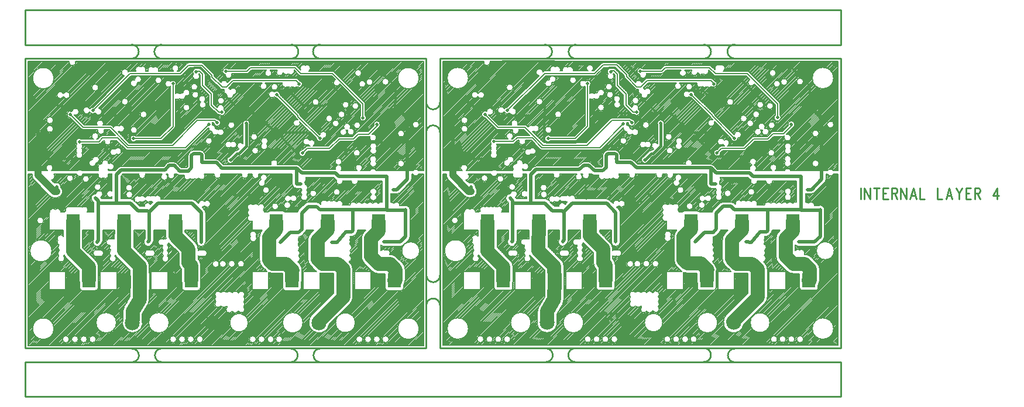
<source format=gbr>
*
%LPD*%
%LN2FOC-I4*%
%FSLAX24Y24*%
%MOIN*%
%SRX1Y1I0.0J0.0*%
%AD*%
%ADD11C,0.007870*%
%ADD13C,0.010000*%
%ADD16C,0.019690*%
%ADD20C,0.008000*%
%ADD36R,0.075000X0.084000*%
%ADD55C,0.085000*%
%ADD57C,0.011810*%
%ADD60C,0.039370*%
%ADD62C,0.015750*%
%ADD65C,0.019690*%
%ADD67C,0.078740*%
G54D11*
G1X8760Y21878D2*
G1X9871Y21878D1*
G1X10078Y22085D1*
G1X10945Y22085D1*
G1X11496Y21534D1*
G1X14793Y21534D1*
G1X16141Y22882D1*
G1X11850Y22055D2*
G1X13405Y22055D1*
G1X14094Y22744D1*
G1X14094Y25185D1*
G1X21476Y21229D2*
G1X21732Y21484D1*
G1X23012Y21484D1*
G1X23563Y22036D1*
G1X24370Y22036D1*
G1X24645Y22311D1*
G1X25256Y22311D1*
G1X25763Y22818D1*
G1X25708Y22873D1*
G1X9527Y23650D2*
G1X11653Y25776D1*
G1X14508Y25776D1*
G1X14980Y26248D1*
G1X15748Y26248D1*
G1X16319Y25677D1*
G1X16319Y25579D1*
G1X16909Y24988D1*
G1X17126Y24988D1*
G1X17500Y25362D1*
G1X21122Y25362D1*
G1X21279Y25205D1*
G1X21279Y25166D1*
G1X8248Y23433D2*
G1X8986Y22695D1*
G1X10531Y22695D1*
G1X11555Y21672D1*
G1X14075Y21672D1*
G1X15492Y23089D1*
G1X16486Y23089D1*
G1X16614Y22961D1*
G1X12204Y26445D2*
G1X15610Y26445D1*
G1X15630Y26425D1*
G1X15413Y25874D2*
G1X15452Y25914D1*
G1X15610Y25914D1*
G1X15787Y25736D1*
G1X15787Y25087D1*
G1X16279Y24595D1*
G1X16279Y23975D1*
G1X16693Y23562D1*
G1X16889Y23562D1*
G1X17106Y25894D2*
G1X18316Y25894D1*
G1X18523Y26101D1*
G1X21043Y26101D1*
G1X21378Y25766D1*
G1X23189Y25766D1*
G1X24921Y24034D1*
G1X24921Y23247D1*
G1X20000Y24575D2*
G1X21220Y23354D1*
G1X21220Y23315D1*
G1X22460Y22075D1*
G1X5689Y10087D2*
G54D13*
G1X28523Y10087D1*
G1X28523Y26622D1*
G1X5689Y26622D1*
G1X5689Y10087D1*
G1X11729Y26620D2*
G75*
G3X11730Y27420I17J400D1*
G74*
G1X13453Y27415D2*
G75*
G3X13452Y26615I-17J-400D1*
G74*
G1X20824Y26616D2*
G75*
G3X20825Y27416I17J400D1*
G74*
G1X22490Y27422D2*
G75*
G3X22489Y26622I-17J-400D1*
G74*
G1X11751Y9287D2*
G75*
G3X11752Y10064I16J388D1*
G74*
G1X13473Y10075D2*
G75*
G3X13472Y9296I-16J-390D1*
G74*
G1X20797Y9292D2*
G75*
G3X20797Y10068I15J388D1*
G74*
G1X22505Y10071D2*
G75*
G3X22504Y9292I-16J-390D1*
G74*
G1X29305Y12527D2*
G75*
G3X28529Y12528I-388J16D1*
G74*
G1X28530Y14263D2*
G75*
G3X29309Y14262I390J-16D1*
G74*
G1X5682Y29383D2*
G1X52139Y29383D1*
G1X52139Y27415D1*
G1X5682Y27415D1*
G1X5682Y29383D1*
G1X29304Y10092D2*
G1X52139Y10092D1*
G1X52139Y26627D1*
G1X29304Y26627D1*
G1X29304Y10092D1*
G1X5682Y9304D2*
G1X52139Y9304D1*
G1X52139Y7336D1*
G1X5682Y7336D1*
G1X5682Y9304D1*
G1X29304Y22409D2*
G75*
G3X28528Y22410I-388J16D1*
G74*
G1X28530Y24125D2*
G75*
G3X29309Y24124I390J-16D1*
G74*
G1X37050Y27414D2*
G75*
G3X37049Y26614I-17J-400D1*
G74*
G1X35278Y26617D2*
G75*
G3X35279Y27417I17J400D1*
G74*
G1X44328Y26617D2*
G75*
G3X44329Y27417I17J400D1*
G74*
G1X46098Y27426D2*
G75*
G3X46097Y26626I-17J-400D1*
G74*
G1X46114Y10066D2*
G75*
G3X46114Y9287I-16J-390D1*
G74*
G1X44341Y9311D2*
G75*
G3X44341Y10087I16J388D1*
G74*
G1X37019Y10085D2*
G75*
G3X37018Y9306I-16J-390D1*
G74*
G1X35329Y9303D2*
G75*
G3X35330Y10080I16J388D1*
G74*
G1X9842Y18362D2*
G54D16*
G1X9854Y18374D1*
G1X10874Y18374D1*
G1X11665Y18374D1*
G1X12110Y17929D1*
G1X12649Y17929D1*
G1X12728Y17851D1*
G1X10874Y18374D2*
G1X10874Y20008D1*
G1X11145Y20280D1*
G1X13641Y20280D1*
G1X13886Y20524D1*
G1X14169Y20524D1*
G1X14480Y20213D1*
G1X14964Y20213D1*
G1X15149Y20398D1*
G1X15149Y21095D1*
G1X15263Y21209D1*
G1X15659Y21209D1*
G1X15748Y21121D1*
G1X9685Y18650D2*
G1X9842Y18492D1*
G1X9842Y18362D1*
G1X9783Y16146D2*
G1X9783Y16169D1*
G1X9842Y16229D1*
G1X9842Y18362D1*
G1X12728Y17851D2*
G1X13232Y18354D1*
G1X15187Y18354D1*
G1X15708Y17833D1*
G1X12728Y17851D2*
G1X12752Y17827D1*
G1X12752Y17341D1*
G1X12685Y16150D2*
G1X12685Y16177D1*
G1X12752Y16244D1*
G1X12752Y17341D1*
G1X15704Y16146D2*
G1X15708Y17833D1*
G1X23126Y16146D2*
G1X23433Y16142D1*
G1X23941Y16717D1*
G1X24279Y16717D1*
G1X24358Y16795D1*
G1X24358Y17992D1*
G1X20224Y16146D2*
G1X20767Y16689D1*
G1X21248Y16689D1*
G1X21437Y16878D1*
G1X21437Y17807D1*
G1X21811Y18181D1*
G1X22271Y18181D1*
G1X22460Y17992D1*
G1X24358Y17992D1*
G1X25917Y17992D2*
G1X26260Y17992D1*
G1X26275Y17977D1*
G1X27330Y17977D1*
G1X27346Y17992D1*
G1X24358Y17992D2*
G1X24366Y17984D1*
G1X25834Y17984D1*
G1X25909Y17984D1*
G1X25917Y17992D1*
G1X25834Y17984D2*
G1X25842Y17992D1*
G1X25917Y17992D1*
G1X26114Y16158D2*
G1X26145Y16150D1*
G1X27043Y16150D1*
G1X27346Y16453D1*
G1X27346Y17992D1*
G1X6417Y21386D2*
G1X6417Y23020D1*
G1X7303Y23906D1*
G1X7460Y19290D2*
G1X7460Y19034D1*
G1X15748Y20894D2*
G1X15748Y20874D1*
G1X15728Y20894D1*
G1X15748Y20904D2*
G1X15748Y20894D1*
G1X15748Y20688D2*
G1X16575Y20688D1*
G1X16880Y20382D1*
G1X21141Y20382D1*
G1X15748Y20688D2*
G1X15748Y20874D1*
G1X15748Y21121D2*
G1X15748Y20904D1*
G1X21141Y19693D2*
G1X21141Y20382D1*
G1X21426Y20097D1*
G1X23336Y20097D1*
G1X23543Y19890D1*
G1X26260Y19890D1*
G1X26260Y17992D1*
G1X21378Y19457D2*
G1X21141Y19457D1*
G1X21141Y19693D1*
G1X26634Y19142D2*
G1X26850Y19142D1*
G1X27441Y19732D1*
G1X27441Y21780D1*
G1X26771Y23886D2*
G1X27441Y23217D1*
G1X27441Y21780D1*
G1X28130Y22853D2*
G75*
G54D20*
G3X28130Y22853I-198J0D1*
G74*
G1X27284Y20629D2*
G75*
G3X27284Y20629I-198J0D1*
G74*
G1X27284Y22341D2*
G75*
G3X27284Y22341I-198J0D1*
G74*
G1X28117Y25504D2*
G75*
G3X28117Y25504I-611J0D1*
G74*
G1X26398Y25303D2*
G75*
G3X26398Y25303I-198J0D1*
G74*
G1X24784Y22814D2*
G75*
G3X24784Y22814I-198J0D1*
G74*
G1X25492Y25284D2*
G75*
G3X25492Y25284I-198J0D1*
G74*
G1X25079Y25176D2*
G75*
G3X25079Y25176I-197J0D1*
G74*
G1X24843Y25795D2*
G75*
G3X24843Y25795I-198J0D1*
G74*
G1X9863Y24969D2*
G75*
G3X9863Y24969I-198J0D1*
G74*
G1X7284Y22606D2*
G75*
G3X7284Y22606I-198J0D1*
G74*
G1X7284Y23099D2*
G75*
G3X7284Y23099I-198J0D1*
G74*
G1X7317Y25504D2*
G75*
G3X7317Y25504I-611J0D1*
G74*
G1X11555Y24162D2*
G75*
G3X11555Y24162I-198J0D1*
G74*
G1X15571Y24555D2*
G75*
G3X15571Y24555I-198J0D1*
G74*
G1X15512Y25008D2*
G75*
G3X15512Y25008I-198J0D1*
G74*
G1X15059Y23827D2*
G75*
G3X15059Y23827I-197J0D1*
G74*
G1X13465Y25382D2*
G75*
G3X13465Y25382I-198J0D1*
G74*
G1X12618Y23433D2*
G75*
G3X12618Y23433I-198J0D1*
G74*
G1X12067Y22547D2*
G75*
G3X12067Y22547I-198J0D1*
G74*
G1X16335Y21921D2*
G75*
G3X16335Y21921I-197J0D1*
G74*
G1X17028Y24221D2*
G75*
G3X17028Y24221I-198J0D1*
G74*
G1X18977Y21366D2*
G75*
G3X18977Y21366I-198J0D1*
G74*
G1X18918Y22154D2*
G75*
G3X18918Y22154I-198J0D1*
G74*
G1X17618Y22823D2*
G75*
G3X17618Y22823I-198J0D1*
G74*
G1X20079Y25008D2*
G75*
G3X20079Y25008I-197J0D1*
G74*
G1X23189Y23197D2*
G75*
G3X23189Y23197I-198J0D1*
G74*
G1X22422Y24142D2*
G75*
G3X22422Y24142I-198J0D1*
G74*
G1X24685Y23916D2*
G75*
G3X24685Y23916I-198J0D1*
G74*
G1X23563Y22921D2*
G75*
G3X23563Y22921I-198J0D1*
G74*
G1X23898Y23433D2*
G75*
G3X23898Y23433I-198J0D1*
G74*
G1X24134Y23984D2*
G75*
G3X24134Y23984I-198J0D1*
G74*
G1X24764Y21239D2*
G75*
G3X24764Y21239I-198J0D1*
G74*
G1X28117Y11204D2*
G75*
G3X28117Y11204I-611J0D1*
G74*
G1X26402Y10599D2*
G75*
G3X26402Y10599I-198J0D1*
G74*
G1X25906Y10599D2*
G75*
G3X25906Y10599I-198J0D1*
G74*
G1X25406Y10599D2*
G75*
G3X25406Y10599I-198J0D1*
G74*
G1X24914Y10599D2*
G75*
G3X24914Y10599I-198J0D1*
G74*
G1X24484Y11543D2*
G75*
G3X24484Y11543I-563J0D1*
G74*
G1X23622Y19004D2*
G75*
G3X23622Y19004I-197J0D1*
G74*
G1X22284Y18925D2*
G75*
G3X22284Y18925I-198J0D1*
G74*
G1X20115Y18189D2*
G75*
G3X20115Y18189I-198J0D1*
G74*
G1X19591Y19110D2*
G75*
G3X19591Y19110I-197J0D1*
G74*
G1X18166Y14906D2*
G75*
G3X18166Y14906I-197J0D1*
G74*
G1X17642Y14906D2*
G75*
G3X17642Y14906I-198J0D1*
G74*
G1X17134Y14902D2*
G75*
G3X17134Y14902I-198J0D1*
G74*
G1X16729Y14898D2*
G75*
G3X16729Y14898I-197J0D1*
G74*
G1X15823Y10599D2*
G75*
G3X15823Y10599I-198J0D1*
G74*
G1X15307Y10599D2*
G75*
G3X15307Y10599I-198J0D1*
G74*
G1X14811Y10599D2*
G75*
G3X14811Y10599I-198J0D1*
G74*
G1X14303Y10599D2*
G75*
G3X14303Y10599I-197J0D1*
G74*
G1X13874Y11543D2*
G75*
G3X13874Y11543I-583J0D1*
G74*
G1X9717Y10599D2*
G75*
G3X9717Y10599I-198J0D1*
G74*
G1X10874Y11543D2*
G75*
G3X10874Y11543I-583J0D1*
G74*
G1X9209Y10599D2*
G75*
G3X9209Y10599I-198J0D1*
G74*
G1X10000Y19290D2*
G75*
G3X10000Y19290I-198J0D1*
G74*
G1X9331Y19752D2*
G75*
G3X9331Y19752I-198J0D1*
G74*
G1X8426Y19791D2*
G75*
G3X8426Y19791I-198J0D1*
G74*
G1X6733Y17380D2*
G75*
G3X6733Y17380I-198J0D1*
G74*
G1X7205Y15648D2*
G75*
G3X7205Y15648I-630J0D1*
G74*
G1X8709Y10599D2*
G75*
G3X8709Y10599I-198J0D1*
G74*
G1X8193Y10599D2*
G75*
G3X8193Y10599I-198J0D1*
G74*
G1X7317Y11204D2*
G75*
G3X7317Y11204I-611J0D1*
G74*
G1X18380Y11543D2*
G75*
G3X18380Y11543I-524J0D1*
G74*
G1X19855Y10599D2*
G75*
G3X19855Y10599I-198J0D1*
G74*
G1X19339Y10599D2*
G75*
G3X19339Y10599I-198J0D1*
G74*
G1X18835Y10599D2*
G75*
G3X18835Y10599I-197J0D1*
G74*
G1X20335Y10599D2*
G75*
G3X20335Y10599I-197J0D1*
G74*
G1X21504Y11543D2*
G75*
G3X21504Y11543I-583J0D1*
G74*
G1X28150Y15648D2*
G75*
G3X28150Y15648I-512J0D1*
G74*
G1X28365Y20225D2*
G1X28365Y26464D1*
G1X8554Y26464D1*
G1X8177Y26464D2*
G75*
G3X8554Y26464I189J-58D1*
G74*
G1X8177Y26464D2*
G1X5847Y26464D1*
G1X5847Y20225D1*
G1X6947Y20225D1*
G1X7187Y20225D2*
G75*
G3X6947Y20225I-120J157D1*
G74*
G1X7187Y20225D2*
G1X8638Y20225D1*
G1X8920Y20225D2*
G75*
G3X8638Y20225I-141J-138D1*
G74*
G1X8920Y20225D2*
G1X9826Y20225D1*
G1X9861Y20303D2*
G75*
G3X9826Y20225I158J-118D1*
G74*
G1X10043Y20618D2*
G75*
G3X9861Y20303I-23J-196D1*
G74*
G1X10429Y20616D2*
G75*
G3X10043Y20618I-193J42D1*
G74*
G1X10408Y20324D2*
G75*
G3X10429Y20616I143J136D1*
G74*
G1X10394Y20303D2*
G75*
G3X10408Y20324I-158J118D1*
G74*
G1X10429Y20225D2*
G75*
G3X10394Y20303I-193J-40D1*
G74*
G1X10429Y20225D2*
G1X10812Y20225D1*
G1X11006Y20419D1*
G1X11145Y20477D2*
G75*
G3X11006Y20419I0J-198D1*
G74*
G1X11145Y20477D2*
G1X13560Y20477D1*
G1X13746Y20663D1*
G1X13886Y20721D2*
G75*
G3X13746Y20663I0J-198D1*
G74*
G1X13886Y20721D2*
G1X14169Y20721D1*
G1X14309Y20663D2*
G75*
G3X14169Y20721I-140J-140D1*
G74*
G1X14309Y20663D2*
G1X14562Y20410D1*
G1X14882Y20410D1*
G1X14952Y20480D1*
G1X14952Y21095D1*
G1X15010Y21235D2*
G75*
G3X14952Y21095I140J-140D1*
G74*
G1X15010Y21235D2*
G1X15124Y21349D1*
G1X15263Y21407D2*
G75*
G3X15124Y21349I0J-197D1*
G74*
G1X15263Y21407D2*
G1X15659Y21407D1*
G1X15799Y21349D2*
G75*
G3X15659Y21407I-140J-140D1*
G74*
G1X15799Y21349D2*
G1X15887Y21260D1*
G1X15945Y21121D2*
G75*
G3X15887Y21260I-198J0D1*
G74*
G1X15945Y21121D2*
G1X15945Y20904D1*
G1X15945Y20894D1*
G1X15945Y20885D1*
G1X16575Y20885D1*
G1X16714Y20827D2*
G75*
G3X16575Y20885I-140J-140D1*
G74*
G1X16714Y20827D2*
G1X16962Y20580D1*
G1X19681Y20580D1*
G1X20043Y20580D2*
G75*
G3X19681Y20580I-181J78D1*
G74*
G1X20043Y20580D2*
G1X21141Y20580D1*
G1X21281Y20522D2*
G75*
G3X21141Y20580I-140J-140D1*
G74*
G1X21281Y20522D2*
G1X21508Y20294D1*
G1X23336Y20294D1*
G1X23338Y20294D2*
G75*
G3X23336Y20294I-2J-197D1*
G74*
G1X23460Y20549D2*
G75*
G3X23338Y20294I63J-187D1*
G74*
G1X23587Y20549D2*
G75*
G3X23460Y20549I-63J187D1*
G74*
G1X23665Y20225D2*
G75*
G3X23587Y20549I-142J137D1*
G74*
G1X23665Y20225D2*
G1X24579Y20225D1*
G1X24790Y20225D2*
G75*
G3X24579Y20225I-105J167D1*
G74*
G1X24790Y20225D2*
G1X25311Y20225D1*
G1X25673Y20225D2*
G75*
G3X25311Y20225I-181J-79D1*
G74*
G1X25673Y20225D2*
G1X27768Y20225D1*
G1X28098Y20225D2*
G75*
G3X27768Y20225I-165J-108D1*
G74*
G1X28098Y20225D2*
G1X28365Y20225D1*
G1X28365Y10245D2*
G1X28365Y20027D1*
G1X28109Y20027D1*
G1X27757Y20027D2*
G75*
G3X28109Y20027I176J90D1*
G74*
G1X27757Y20027D2*
G1X27697Y20027D1*
G1X27697Y19732D1*
G1X27622Y19551D2*
G75*
G3X27697Y19732I-181J181D1*
G74*
G1X27622Y19551D2*
G1X27032Y18960D1*
G1X26850Y18885D2*
G75*
G3X27032Y18960I0J256D1*
G74*
G1X26850Y18885D2*
G1X26634Y18885D1*
G1X26516Y18914D2*
G75*
G3X26634Y18885I117J228D1*
G74*
G1X26516Y18914D2*
G1X26516Y18429D1*
G1X26677Y18370D2*
G75*
G3X26516Y18429I-142J-137D1*
G74*
G1X27024Y18233D2*
G75*
G3X26677Y18370I-197J7D1*
G74*
G1X27024Y18233D2*
G1X27258Y18233D1*
G1X27603Y17992D2*
G75*
G3X27258Y18233I-257J0D1*
G74*
G1X27603Y17992D2*
G1X27603Y16453D1*
G1X27528Y16272D2*
G75*
G3X27603Y16453I-181J181D1*
G74*
G1X27528Y16272D2*
G1X27224Y15968D1*
G1X27043Y15893D2*
G75*
G3X27224Y15968I0J256D1*
G74*
G1X27043Y15893D2*
G1X26145Y15893D1*
G1X26083Y15901D2*
G75*
G3X26145Y15893I62J249D1*
G74*
G1X26083Y15901D2*
G1X26052Y15909D1*
G1X25933Y15975D2*
G75*
G3X26052Y15909I180J182D1*
G74*
G1X25933Y15975D2*
G1X25933Y15666D1*
G1X26176Y15697D2*
G75*
G3X25933Y15666I-102J-169D1*
G74*
G1X26451Y15442D2*
G75*
G3X26176Y15697I-180J82D1*
G74*
G1X26451Y15442D2*
G1X26464Y15442D1*
G1X26854Y15280D2*
G75*
G3X26464Y15442I-390J-390D1*
G74*
G1X26854Y15280D2*
G1X27165Y14969D1*
G1X27327Y14579D2*
G75*
G3X27165Y14969I-552J0D1*
G74*
G1X27327Y14579D2*
G1X27327Y13965D1*
G1X27240Y13667D2*
G75*
G3X27327Y13965I-465J298D1*
G74*
G1X27240Y13667D2*
G1X27240Y13535D1*
G1X27082Y13377D2*
G75*
G3X27240Y13535I0J158D1*
G74*
G1X27082Y13377D2*
G1X26332Y13377D1*
G1X26174Y13535D2*
G75*
G3X26332Y13377I158J0D1*
G74*
G1X26174Y13535D2*
G1X26174Y13813D1*
G1X26174Y14098D2*
G75*
G3X26174Y13813I533J-142D1*
G74*
G1X26174Y14098D2*
G1X26174Y14338D1*
G1X25811Y14338D1*
G1X25421Y14500D2*
G75*
G3X25811Y14338I390J390D1*
G74*
G1X25421Y14500D2*
G1X24991Y14929D1*
G1X24830Y15319D2*
G75*
G3X24991Y14929I552J0D1*
G74*
G1X24830Y15319D2*
G1X24830Y16351D1*
G1X24991Y16741D2*
G75*
G3X24830Y16351I390J-390D1*
G74*
G1X24991Y16741D2*
G1X25073Y16822D1*
G1X24615Y16822D1*
G1X24615Y16795D1*
G1X24539Y16614D2*
G75*
G3X24615Y16795I-181J181D1*
G74*
G1X24539Y16614D2*
G1X24461Y16535D1*
G1X24279Y16460D2*
G75*
G3X24461Y16535I0J256D1*
G74*
G1X24279Y16460D2*
G1X24185Y16460D1*
G1X24173Y16267D2*
G75*
G3X24185Y16460I-166J107D1*
G74*
G1X24155Y16028D2*
G75*
G3X24173Y16267I-147J131D1*
G74*
G1X24183Y15671D2*
G75*
G3X24155Y16028I-97J172D1*
G74*
G1X24175Y15378D2*
G75*
G3X24183Y15671I-128J150D1*
G74*
G1X24132Y15026D2*
G75*
G3X24175Y15378I-65J186D1*
G74*
G1X24132Y15026D2*
G1X24184Y14975D1*
G1X24345Y14584D2*
G75*
G3X24184Y14975I-552J0D1*
G74*
G1X24345Y14584D2*
G1X24345Y13955D1*
G1X24345Y13004D1*
G1X24184Y12614D2*
G75*
G3X24345Y13004I-390J390D1*
G74*
G1X24184Y12614D2*
G1X22991Y11421D1*
G1X21842Y11610D2*
G75*
G3X22991Y11421I579J-66D1*
G74*
G1X22003Y11994D2*
G75*
G3X21842Y11610I390J-390D1*
G74*
G1X22003Y11994D2*
G1X23242Y13233D1*
G1X23242Y13955D1*
G1X23242Y14356D1*
G1X23240Y14358D1*
G1X22606Y14358D1*
G1X22467Y14375D2*
G75*
G3X22606Y14358I139J534D1*
G74*
G1X22467Y14375D2*
G1X22467Y13476D1*
G1X22427Y13436D2*
G75*
G3X22467Y13476I0J40D1*
G74*
G1X22427Y13436D2*
G1X21559Y13436D1*
G1X21519Y13476D2*
G75*
G3X21559Y13436I40J0D1*
G74*
G1X21519Y13476D2*
G1X21519Y14434D1*
G1X21559Y14474D2*
G75*
G3X21519Y14434I0J-40D1*
G74*
G1X21559Y14474D2*
G1X22267Y14474D1*
G1X22221Y14514D2*
G75*
G3X22267Y14474I385J396D1*
G74*
G1X22221Y14514D2*
G1X21942Y14786D1*
G1X21775Y15181D2*
G75*
G3X21942Y14786I552J0D1*
G74*
G1X21775Y15181D2*
G1X21775Y16264D1*
G1X21936Y16654D2*
G75*
G3X21775Y16264I390J-390D1*
G74*
G1X21936Y16654D2*
G1X22104Y16822D1*
G1X21687Y16822D1*
G1X21618Y16697D2*
G75*
G3X21687Y16822I-181J181D1*
G74*
G1X21618Y16697D2*
G1X21429Y16508D1*
G1X21263Y16433D2*
G75*
G3X21429Y16508I-15J256D1*
G74*
G1X21244Y16254D2*
G75*
G3X21263Y16433I-165J108D1*
G74*
G1X21215Y16003D2*
G75*
G3X21244Y16254I-136J143D1*
G74*
G1X21246Y15681D2*
G75*
G3X21215Y16003I-128J150D1*
G74*
G1X21257Y15358D2*
G75*
G3X21246Y15681I-119J157D1*
G74*
G1X21220Y15021D2*
G75*
G3X21257Y15358I-82J180D1*
G74*
G1X21220Y15021D2*
G1X21303Y14938D1*
G1X21432Y14359D2*
G75*
G3X21303Y14938I-519J188D1*
G74*
G1X21432Y14359D2*
G1X21432Y13955D1*
G1X21413Y13813D2*
G75*
G3X21432Y13955I-533J142D1*
G74*
G1X21413Y13813D2*
G1X21413Y13535D1*
G1X21255Y13377D2*
G75*
G3X21413Y13535I0J158D1*
G74*
G1X21255Y13377D2*
G1X20505Y13377D1*
G1X20347Y13535D2*
G75*
G3X20505Y13377I158J0D1*
G74*
G1X20347Y13535D2*
G1X20347Y13813D1*
G1X20328Y13955D2*
G75*
G3X20347Y13813I552J0D1*
G74*
G1X20328Y13955D2*
G1X20328Y14352D1*
G1X20318Y14362D1*
G1X19783Y14362D1*
G1X19554Y14412D2*
G75*
G3X19783Y14362I229J502D1*
G74*
G1X19554Y14412D2*
G1X19554Y13476D1*
G1X19514Y13436D2*
G75*
G3X19554Y13476I0J40D1*
G74*
G1X19514Y13436D2*
G1X18646Y13436D1*
G1X18606Y13476D2*
G75*
G3X18646Y13436I40J0D1*
G74*
G1X18606Y13476D2*
G1X18606Y14434D1*
G1X18646Y14474D2*
G75*
G3X18606Y14434I0J-40D1*
G74*
G1X18646Y14474D2*
G1X19449Y14474D1*
G1X19393Y14523D2*
G75*
G3X19449Y14474I390J390D1*
G74*
G1X19393Y14523D2*
G1X19184Y14732D1*
G1X19023Y15122D2*
G75*
G3X19184Y14732I552J0D1*
G74*
G1X19023Y15122D2*
G1X19023Y16445D1*
G1X19172Y16822D2*
G75*
G3X19023Y16445I403J-377D1*
G74*
G1X19172Y16822D2*
G1X18646Y16822D1*
G1X18606Y16862D2*
G75*
G3X18646Y16822I40J0D1*
G74*
G1X18606Y16862D2*
G1X18606Y17339D1*
G1X18408Y17677D2*
G75*
G3X18606Y17339I119J-157D1*
G74*
G1X18404Y17989D2*
G75*
G3X18408Y17677I124J-154D1*
G74*
G1X18669Y18279D2*
G75*
G3X18404Y17989I-146J-133D1*
G74*
G1X18965Y18274D2*
G75*
G3X18669Y18279I-150J-128D1*
G74*
G1X19239Y17995D2*
G75*
G3X18965Y18274I-118J159D1*
G74*
G1X19311Y17860D2*
G75*
G3X19239Y17995I-197J-17D1*
G74*
G1X19311Y17860D2*
G1X19482Y17860D1*
G1X19605Y17919D2*
G75*
G3X19482Y17860I0J-158D1*
G74*
G1X19605Y17919D2*
G1X20355Y17919D1*
G1X20478Y17860D2*
G75*
G3X20355Y17919I-123J-99D1*
G74*
G1X20478Y17860D2*
G1X21186Y17860D1*
G1X21255Y17989D2*
G75*
G3X21186Y17860I181J-181D1*
G74*
G1X21255Y17989D2*
G1X21629Y18363D1*
G1X21811Y18438D2*
G75*
G3X21629Y18363I0J-256D1*
G74*
G1X21811Y18438D2*
G1X22271Y18438D1*
G1X22453Y18363D2*
G75*
G3X22271Y18438I-181J-181D1*
G74*
G1X22453Y18363D2*
G1X22520Y18296D1*
G1X22854Y18488D2*
G75*
G3X22520Y18296I-146J-133D1*
G74*
G1X23128Y18482D2*
G75*
G3X22854Y18488I-140J-139D1*
G74*
G1X23421Y18458D2*
G75*
G3X23128Y18482I-157J-119D1*
G74*
G1X23754Y18249D2*
G75*
G3X23421Y18458I-176J90D1*
G74*
G1X23754Y18249D2*
G1X24176Y18249D1*
G1X24536Y18365D2*
G75*
G3X24176Y18249I-162J-112D1*
G74*
G1X24854Y18359D2*
G75*
G3X24536Y18365I-161J-114D1*
G74*
G1X25166Y18363D2*
G75*
G3X24854Y18359I-154J-123D1*
G74*
G1X25480Y18372D2*
G75*
G3X25166Y18363I-154J-124D1*
G74*
G1X25794Y18363D2*
G75*
G3X25480Y18372I-161J-115D1*
G74*
G1X26003Y18435D2*
G75*
G3X25794Y18363I-51J-191D1*
G74*
G1X26003Y18435D2*
G1X26003Y19633D1*
G1X24645Y19633D1*
G1X24252Y19633D2*
G75*
G3X24645Y19633I197J-19D1*
G74*
G1X24252Y19633D2*
G1X23779Y19633D1*
G1X23396Y19680D2*
G75*
G3X23779Y19633I186J-65D1*
G74*
G1X23362Y19709D2*
G75*
G3X23396Y19680I181J181D1*
G74*
G1X23362Y19709D2*
G1X23230Y19840D1*
G1X21661Y19840D1*
G1X21608Y19570D2*
G75*
G3X21661Y19840I-112J162D1*
G74*
G1X21634Y19448D2*
G75*
G3X21608Y19570I-256J9D1*
G74*
G1X21716Y19122D2*
G75*
G3X21634Y19448I-141J138D1*
G74*
G1X21716Y18847D2*
G75*
G3X21716Y19122I-141J138D1*
G74*
G1X21433Y18847D2*
G75*
G3X21716Y18847I141J-138D1*
G74*
G1X21433Y19122D2*
G75*
G3X21433Y18847I141J-138D1*
G74*
G1X21386Y19200D2*
G75*
G3X21433Y19122I188J60D1*
G74*
G1X21378Y19200D2*
G75*
G3X21386Y19200I0J256D1*
G74*
G1X21378Y19200D2*
G1X21141Y19200D1*
G1X20885Y19457D2*
G75*
G3X21141Y19200I256J0D1*
G74*
G1X20885Y19457D2*
G1X20885Y19693D1*
G1X20885Y20027D1*
G1X19294Y20027D1*
G1X19321Y19640D2*
G75*
G3X19294Y20027I-50J191D1*
G74*
G1X19111Y19715D2*
G75*
G3X19321Y19640I50J-191D1*
G74*
G1X19249Y20027D2*
G75*
G3X19111Y19715I22J-196D1*
G74*
G1X19249Y20027D2*
G1X18984Y20027D1*
G1X18613Y20027D2*
G75*
G3X18984Y20027I186J-68D1*
G74*
G1X18613Y20027D2*
G1X18377Y20027D1*
G1X18000Y20027D2*
G75*
G3X18377Y20027I189J-58D1*
G74*
G1X18000Y20027D2*
G1X16822Y20027D1*
G1X16445Y20027D2*
G75*
G3X16822Y20027I189J-58D1*
G74*
G1X16445Y20027D2*
G1X15887Y20027D1*
G1X15572Y19789D2*
G75*
G3X15887Y20027I156J121D1*
G74*
G1X15328Y19762D2*
G75*
G3X15572Y19789I105J167D1*
G74*
G1X15069Y19759D2*
G75*
G3X15328Y19762I128J151D1*
G74*
G1X14735Y19956D2*
G75*
G3X15069Y19759I186J-66D1*
G74*
G1X14735Y19956D2*
G1X14480Y19956D1*
G1X14303Y20027D2*
G75*
G3X14480Y19956I177J186D1*
G74*
G1X14303Y20027D2*
G1X14177Y20027D1*
G1X13814Y20027D2*
G75*
G3X14177Y20027I181J-78D1*
G74*
G1X13814Y20027D2*
G1X13722Y20027D1*
G1X13477Y20023D2*
G75*
G3X13722Y20027I125J-153D1*
G74*
G1X13477Y20023D2*
G1X12532Y20023D1*
G1X12152Y20023D2*
G75*
G3X12532Y20023I190J-54D1*
G74*
G1X12152Y20023D2*
G1X11252Y20023D1*
G1X11130Y19902D1*
G1X11130Y18631D1*
G1X11665Y18631D1*
G1X11846Y18556D2*
G75*
G3X11665Y18631I-181J-181D1*
G74*
G1X11846Y18556D2*
G1X11921Y18482D1*
G1X12203Y18751D2*
G75*
G3X11921Y18482I-121J-156D1*
G74*
G1X12513Y18709D2*
G75*
G3X12203Y18751I-171J-99D1*
G74*
G1X12823Y18775D2*
G75*
G3X12513Y18709I-130J-149D1*
G74*
G1X13082Y18775D2*
G75*
G3X12823Y18775I-130J-149D1*
G74*
G1X13413Y18611D2*
G75*
G3X13082Y18775I-197J19D1*
G74*
G1X13413Y18611D2*
G1X15187Y18611D1*
G1X15369Y18536D2*
G75*
G3X15187Y18611I-181J-181D1*
G74*
G1X15369Y18536D2*
G1X15551Y18353D1*
G1X15895Y18466D2*
G75*
G3X15551Y18353I-148J-131D1*
G74*
G1X15895Y18204D2*
G75*
G3X15895Y18466I148J131D1*
G74*
G1X15766Y18138D2*
G75*
G3X15895Y18204I-18J197D1*
G74*
G1X15766Y18138D2*
G1X15890Y18015D1*
G1X15965Y17833D2*
G75*
G3X15890Y18015I-257J0D1*
G74*
G1X15965Y17833D2*
G1X15965Y17833D1*
G1X15961Y16146D1*
G1X15448Y16146D2*
G75*
G3X15961Y16146I257J0D1*
G74*
G1X15448Y16146D2*
G1X15448Y16146D1*
G1X15449Y16822D1*
G1X14784Y16822D1*
G1X14784Y16725D1*
G1X15370Y16138D1*
G1X15532Y15748D2*
G75*
G3X15370Y16138I-552J0D1*
G74*
G1X15532Y15748D2*
G1X15532Y15675D1*
G1X15748Y15687D2*
G75*
G3X15532Y15675I-98J-171D1*
G74*
G1X15748Y15345D2*
G75*
G3X15748Y15687I98J171D1*
G74*
G1X15532Y15357D2*
G75*
G3X15748Y15345I117J159D1*
G74*
G1X15532Y15357D2*
G1X15532Y15193D1*
G1X15684Y14813D2*
G75*
G3X15532Y15193I-552J0D1*
G74*
G1X15684Y14813D2*
G1X15684Y13984D1*
G1X15684Y13980D1*
G1X15684Y13955D1*
G1X15665Y13813D2*
G75*
G3X15684Y13955I-533J142D1*
G74*
G1X15665Y13813D2*
G1X15665Y13535D1*
G1X15507Y13377D2*
G75*
G3X15665Y13535I0J158D1*
G74*
G1X15507Y13377D2*
G1X14757Y13377D1*
G1X14599Y13535D2*
G75*
G3X14757Y13377I158J0D1*
G74*
G1X14599Y13535D2*
G1X14599Y13813D1*
G1X14580Y13955D2*
G75*
G3X14599Y13813I552J0D1*
G74*
G1X14580Y13955D2*
G1X14580Y13980D1*
G1X14580Y13984D1*
G1X14580Y14584D1*
G1X14428Y14965D2*
G75*
G3X14580Y14584I552J0D1*
G74*
G1X14428Y14965D2*
G1X14428Y15520D1*
G1X13852Y16096D1*
G1X13780Y15988D2*
G75*
G3X13852Y16096I-119J157D1*
G74*
G1X13780Y15673D2*
G75*
G3X13780Y15988I-119J157D1*
G74*
G1X13780Y15358D2*
G75*
G3X13780Y15673I-119J157D1*
G74*
G1X13542Y15358D2*
G75*
G3X13780Y15358I119J-157D1*
G74*
G1X13542Y15673D2*
G75*
G3X13542Y15358I119J-157D1*
G74*
G1X13512Y15960D2*
G75*
G3X13542Y15673I149J-129D1*
G74*
G1X13553Y16311D2*
G75*
G3X13512Y15960I-108J-165D1*
G74*
G1X13703Y16339D2*
G75*
G3X13553Y16311I-42J-193D1*
G74*
G1X13680Y16496D2*
G75*
G3X13703Y16339I552J0D1*
G74*
G1X13680Y16496D2*
G1X13680Y16822D1*
G1X13008Y16822D1*
G1X13008Y16244D1*
G1X12933Y16063D2*
G75*
G3X13008Y16244I-181J181D1*
G74*
G1X12933Y16063D2*
G1X12922Y16051D1*
G1X12428Y16150D2*
G75*
G3X12922Y16051I256J0D1*
G74*
G1X12428Y16150D2*
G1X12428Y16177D1*
G1X12495Y16350D2*
G75*
G3X12428Y16177I190J-173D1*
G74*
G1X12495Y16350D2*
G1X12495Y16822D1*
G1X11867Y16822D1*
G1X11860Y15877D1*
G1X12596Y15141D1*
G1X12758Y14759D2*
G75*
G3X12596Y15141I-552J-9D1*
G74*
G1X12758Y14759D2*
G1X12770Y13964D1*
G1X12770Y13949D2*
G75*
G3X12770Y13964I-552J6D1*
G74*
G1X12770Y13949D2*
G1X12758Y12876D1*
G1X12680Y12600D2*
G75*
G3X12758Y12876I-474J282D1*
G74*
G1X12680Y12600D2*
G1X12347Y12040D1*
G1X12347Y11814D1*
G1X12347Y11806D2*
G75*
G3X12347Y11814I-552J8D1*
G74*
G1X12347Y11806D2*
G1X12346Y11724D1*
G1X11242Y11740D2*
G75*
G3X12346Y11724I549J-197D1*
G74*
G1X11242Y11740D2*
G1X11243Y11818D1*
G1X11243Y12191D1*
G1X11321Y12474D2*
G75*
G3X11243Y12191I474J-282D1*
G74*
G1X11321Y12474D2*
G1X11656Y13037D1*
G1X11667Y13954D1*
G1X11658Y14518D1*
G1X10916Y15260D1*
G1X10820Y15389D2*
G75*
G3X10916Y15260I486J262D1*
G74*
G1X10788Y15358D2*
G75*
G3X10820Y15389I-119J157D1*
G74*
G1X10550Y15358D2*
G75*
G3X10788Y15358I119J-157D1*
G74*
G1X10550Y15673D2*
G75*
G3X10550Y15358I119J-157D1*
G74*
G1X10514Y15953D2*
G75*
G3X10550Y15673I155J-122D1*
G74*
G1X10571Y16317D2*
G75*
G3X10514Y15953I-98J-171D1*
G74*
G1X10759Y16322D2*
G75*
G3X10571Y16317I-90J-176D1*
G74*
G1X10759Y16322D2*
G1X10763Y16822D1*
G1X10099Y16822D1*
G1X10099Y16229D1*
G1X10024Y16047D2*
G75*
G3X10099Y16229I-181J181D1*
G74*
G1X10024Y16047D2*
G1X10017Y16041D1*
G1X9527Y16146D2*
G75*
G3X10017Y16041I256J0D1*
G74*
G1X9527Y16146D2*
G1X9527Y16169D1*
G1X9586Y16333D2*
G75*
G3X9527Y16169I198J-164D1*
G74*
G1X9586Y16333D2*
G1X9586Y16822D1*
G1X8957Y16822D1*
G1X8958Y15847D1*
G1X9696Y15108D1*
G1X9858Y14718D2*
G75*
G3X9696Y15108I-552J0D1*
G74*
G1X9858Y14718D2*
G1X9858Y14718D1*
G1X9857Y13955D1*
G1X9838Y13813D2*
G75*
G3X9857Y13955I-533J142D1*
G74*
G1X9838Y13813D2*
G1X9838Y13535D1*
G1X9680Y13377D2*
G75*
G3X9838Y13535I0J158D1*
G74*
G1X9680Y13377D2*
G1X8930Y13377D1*
G1X8772Y13535D2*
G75*
G3X8930Y13377I158J0D1*
G74*
G1X8772Y13535D2*
G1X8772Y13813D1*
G1X8753Y13955D2*
G75*
G3X8772Y13813I552J0D1*
G74*
G1X8753Y13955D2*
G1X8753Y13956D1*
G1X8754Y14490D1*
G1X8016Y15228D1*
G1X7897Y15406D2*
G75*
G3X8016Y15228I509J212D1*
G74*
G1X7854Y15356D2*
G75*
G3X7897Y15406I-128J150D1*
G74*
G1X7597Y15356D2*
G75*
G3X7854Y15356I128J-150D1*
G74*
G1X7619Y15672D2*
G75*
G3X7597Y15356I107J-166D1*
G74*
G1X7600Y15974D2*
G75*
G3X7619Y15672I136J-143D1*
G74*
G1X7531Y16254D2*
G75*
G3X7600Y15974I165J-108D1*
G74*
G1X7854Y16482D2*
G75*
G3X7531Y16254I-157J-119D1*
G74*
G1X7854Y16482D2*
G1X7854Y16822D1*
G1X7071Y16822D1*
G1X7031Y16862D2*
G75*
G3X7071Y16822I40J0D1*
G74*
G1X7031Y16862D2*
G1X7031Y17820D1*
G1X7066Y17860D2*
G75*
G3X7031Y17820I5J-40D1*
G74*
G1X7391Y18013D2*
G75*
G3X7066Y17860I-128J-150D1*
G74*
G1X7717Y17860D2*
G75*
G3X7391Y18013I-198J2D1*
G74*
G1X7717Y17860D2*
G1X7907Y17860D1*
G1X7981Y17911D2*
G75*
G3X7907Y17860I49J-150D1*
G74*
G1X8265Y18160D2*
G75*
G3X7981Y17911I-104J-168D1*
G74*
G1X8474Y18151D2*
G75*
G3X8265Y18160I-112J-162D1*
G74*
G1X8693Y18155D2*
G75*
G3X8474Y18151I-106J-166D1*
G74*
G1X8927Y18139D2*
G75*
G3X8693Y18155I-128J-151D1*
G74*
G1X9206Y17860D2*
G75*
G3X8927Y18139I-147J132D1*
G74*
G1X9206Y17860D2*
G1X9586Y17860D1*
G1X9586Y18362D1*
G1X9586Y18386D1*
G1X9503Y18468D1*
G1X9705Y18906D2*
G75*
G3X9503Y18468I-20J-256D1*
G74*
G1X9989Y18709D2*
G75*
G3X9705Y18906I-87J177D1*
G74*
G1X9989Y18709D2*
G1X10024Y18674D1*
G1X10058Y18631D2*
G75*
G3X10024Y18674I-216J-138D1*
G74*
G1X10058Y18631D2*
G1X10617Y18631D1*
G1X10617Y18729D1*
G1X10617Y19063D2*
G75*
G3X10617Y18729I-106J-167D1*
G74*
G1X10617Y19063D2*
G1X10617Y20008D1*
G1X10618Y20027D2*
G75*
G3X10617Y20008I256J-19D1*
G74*
G1X10618Y20027D2*
G1X10425Y20027D1*
G1X10128Y19804D2*
G75*
G3X10425Y20027I108J165D1*
G74*
G1X9831Y20027D2*
G75*
G3X10128Y19804I189J-58D1*
G74*
G1X9831Y20027D2*
G1X8967Y20027D1*
G1X8591Y20027D2*
G75*
G3X8967Y20027I188J60D1*
G74*
G1X8591Y20027D2*
G1X7307Y20027D1*
G1X7175Y19693D2*
G75*
G3X7307Y20027I-10J197D1*
G74*
G1X7175Y19693D2*
G1X7348Y19520D1*
G1X7717Y19290D2*
G75*
G3X7348Y19520I-256J0D1*
G74*
G1X7717Y19290D2*
G1X7717Y19279D1*
G1X7491Y18680D2*
G75*
G3X7717Y19279I-31J354D1*
G74*
G1X7491Y18680D2*
G1X7373Y18670D1*
G1X7091Y18773D2*
G75*
G3X7373Y18670I251J251D1*
G74*
G1X7091Y18773D2*
G1X6166Y19698D1*
G1X6062Y19949D2*
G75*
G3X6166Y19698I355J0D1*
G74*
G1X6062Y19949D2*
G1X6062Y20027D1*
G1X5847Y20027D1*
G1X5847Y10245D1*
G1X28365Y10245D1*
G1X12820Y18305D2*
G1X12944Y18429D1*
G1X12823Y18477D2*
G75*
G3X12944Y18429I130J149D1*
G74*
G1X12522Y18528D2*
G75*
G3X12823Y18477I171J99D1*
G74*
G1X12221Y18454D2*
G75*
G3X12522Y18528I121J156D1*
G74*
G1X11969Y18433D2*
G75*
G3X12221Y18454I113J162D1*
G74*
G1X11969Y18433D2*
G1X12216Y18186D1*
G1X12460Y18186D1*
G1X12820Y18305D2*
G75*
G3X12460Y18186I-163J-112D1*
G74*
G1X28130Y22853D2*
G75*
G3X28130Y22853I-198J0D1*
G74*
G1X27284Y20629D2*
G75*
G3X27284Y20629I-198J0D1*
G74*
G1X27284Y22341D2*
G75*
G3X27284Y22341I-198J0D1*
G74*
G1X28117Y25504D2*
G75*
G3X28117Y25504I-611J0D1*
G74*
G1X26398Y25303D2*
G75*
G3X26398Y25303I-198J0D1*
G74*
G1X25351Y20756D2*
G75*
G3X25652Y20760I152J-126D1*
G3X25351Y20756I-152J126D1*
G74*
G1X25662Y21485D2*
G75*
G3X25361Y21485I-150J128D1*
G3X25662Y21485I150J-128D1*
G74*
G1X25901Y22828D2*
G75*
G3X25532Y22783I-192J45D1*
G74*
G1X25861Y22720D2*
G75*
G3X25901Y22828I-98J98D1*
G74*
G1X25861Y22720D2*
G1X25434Y22294D1*
G1X25311Y22184D2*
G75*
G3X25434Y22294I181J-79D1*
G74*
G1X25256Y22173D2*
G75*
G3X25311Y22184I0J138D1*
G74*
G1X25256Y22173D2*
G1X24703Y22173D1*
G1X24468Y21938D1*
G1X24370Y21897D2*
G75*
G3X24468Y21938I0J138D1*
G74*
G1X24370Y21897D2*
G1X23620Y21897D1*
G1X23109Y21387D1*
G1X23012Y21346D2*
G75*
G3X23109Y21387I0J138D1*
G74*
G1X23012Y21346D2*
G1X21789Y21346D1*
G1X21674Y21230D1*
G1X21478Y21426D2*
G75*
G3X21674Y21230I-2J-197D1*
G74*
G1X21478Y21426D2*
G1X21634Y21582D1*
G1X21732Y21623D2*
G75*
G3X21634Y21582I0J-138D1*
G74*
G1X21732Y21623D2*
G1X21899Y21623D1*
G1X21808Y21718D2*
G75*
G3X21899Y21623I180J81D1*
G74*
G1X21872Y21960D2*
G75*
G3X21808Y21718I-180J-81D1*
G74*
G1X22076Y21623D2*
G75*
G3X21872Y21960I-89J177D1*
G74*
G1X22076Y21623D2*
G1X22954Y21623D1*
G1X23465Y22133D1*
G1X23563Y22174D2*
G75*
G3X23465Y22133I0J-138D1*
G74*
G1X23563Y22174D2*
G1X24312Y22174D1*
G1X24547Y22409D1*
G1X24645Y22450D2*
G75*
G3X24547Y22409I0J-138D1*
G74*
G1X24645Y22450D2*
G1X25198Y22450D1*
G1X25532Y22783D1*
G1X24064Y22543D2*
G75*
G3X24183Y22631I168J-104D1*
G74*
G1X23958Y22546D2*
G75*
G3X24064Y22543I57J189D1*
G74*
G1X23856Y22618D2*
G75*
G3X23958Y22546I-57J-189D1*
G74*
G1X24183Y22631D2*
G75*
G3X23856Y22618I-168J104D1*
G74*
G1X24784Y22814D2*
G75*
G3X24784Y22814I-198J0D1*
G74*
G1X24783Y23387D2*
G75*
G3X25059Y23387I138J-141D1*
G74*
G1X24783Y23387D2*
G1X24783Y23977D1*
G1X23601Y25158D1*
G1X23338Y25421D2*
G75*
G3X23601Y25158I84J-179D1*
G74*
G1X23338Y25421D2*
G1X23131Y25628D1*
G1X21378Y25628D1*
G1X21280Y25668D2*
G75*
G3X21378Y25628I98J98D1*
G74*
G1X21280Y25668D2*
G1X20995Y25953D1*
G1X20679Y25743D2*
G75*
G3X20995Y25953I128J150D1*
G74*
G1X20373Y25809D2*
G75*
G3X20679Y25743I178J85D1*
G74*
G1X20026Y25963D2*
G75*
G3X20373Y25809I151J-128D1*
G74*
G1X20026Y25963D2*
G1X19633Y25963D1*
G1X19422Y25963D2*
G75*
G3X19633Y25963I105J-167D1*
G74*
G1X19422Y25963D2*
G1X18581Y25963D1*
G1X18414Y25796D1*
G1X18316Y25755D2*
G75*
G3X18414Y25796I0J138D1*
G74*
G1X18316Y25755D2*
G1X17445Y25755D1*
G1X17067Y25700D2*
G75*
G3X17445Y25755I196J-23D1*
G74*
G1X17247Y26032D2*
G75*
G3X17067Y25700I-141J-138D1*
G74*
G1X17247Y26032D2*
G1X18259Y26032D1*
G1X18425Y26199D1*
G1X18523Y26239D2*
G75*
G3X18425Y26199I0J-138D1*
G74*
G1X18523Y26239D2*
G1X21043Y26239D1*
G1X21141Y26199D2*
G75*
G3X21043Y26239I-98J-98D1*
G74*
G1X21141Y26199D2*
G1X21360Y25980D1*
G1X21634Y26242D2*
G75*
G3X21360Y25980I-98J-171D1*
G74*
G1X21839Y25905D2*
G75*
G3X21634Y26242I-107J166D1*
G74*
G1X21839Y25905D2*
G1X23189Y25905D1*
G1X23287Y25864D2*
G75*
G3X23189Y25905I-98J-98D1*
G74*
G1X23287Y25864D2*
G1X25019Y24132D1*
G1X25059Y24034D2*
G75*
G3X25019Y24132I-138J0D1*
G74*
G1X25059Y24034D2*
G1X25059Y23387D1*
G1X25492Y25284D2*
G75*
G3X25492Y25284I-198J0D1*
G74*
G1X25079Y25176D2*
G75*
G3X25079Y25176I-197J0D1*
G74*
G1X24843Y25795D2*
G75*
G3X24843Y25795I-198J0D1*
G74*
G1X9863Y24969D2*
G75*
G3X9863Y24969I-198J0D1*
G74*
G1X7854Y24448D2*
G75*
G3X7854Y24623I177J87D1*
G3X7854Y24448I-177J-87D1*
G74*
G1X7284Y22606D2*
G75*
G3X7284Y22606I-198J0D1*
G74*
G1X7284Y23099D2*
G75*
G3X7284Y23099I-198J0D1*
G74*
G1X7317Y25504D2*
G75*
G3X7317Y25504I-611J0D1*
G74*
G1X9705Y20657D2*
G75*
G3X9507Y20855I-1J197D1*
G3X9705Y20657I1J-198D1*
G74*
G1X11555Y24162D2*
G75*
G3X11555Y24162I-198J0D1*
G74*
G1X15571Y24555D2*
G75*
G3X15571Y24555I-198J0D1*
G74*
G1X15512Y25008D2*
G75*
G3X15512Y25008I-198J0D1*
G74*
G1X10869Y21164D2*
G75*
G3X10803Y21451I95J173D1*
G3X10869Y21164I-95J-173D1*
G74*
G1X15673Y24146D2*
G75*
G3X15882Y24158I114J-161D1*
G3X15673Y24146I-114J161D1*
G74*
G1X15059Y23827D2*
G75*
G3X15059Y23827I-197J0D1*
G74*
G1X14803Y24485D2*
G75*
G3X14665Y24665I59J189D1*
G74*
G1X14478Y24326D2*
G75*
G3X14803Y24485I128J150D1*
G74*
G1X14233Y24318D2*
G75*
G3X14478Y24326I117J159D1*
G74*
G1X14233Y24318D2*
G1X14233Y22744D1*
G1X14192Y22646D2*
G75*
G3X14233Y22744I-98J98D1*
G74*
G1X14192Y22646D2*
G1X13503Y21957D1*
G1X13405Y21917D2*
G75*
G3X13503Y21957I0J138D1*
G74*
G1X13405Y21917D2*
G1X11991Y21917D1*
G1X11991Y22194D2*
G75*
G3X11991Y21917I-141J-138D1*
G74*
G1X11991Y22194D2*
G1X13348Y22194D1*
G1X13956Y22802D1*
G1X13956Y25026D1*
G1X13966Y25336D2*
G75*
G3X13956Y25026I-128J-150D1*
G74*
G1X14233Y25044D2*
G75*
G3X13966Y25336I-138J141D1*
G74*
G1X14233Y25044D2*
G1X14233Y24635D1*
G1X14478Y24627D2*
G75*
G3X14233Y24635I-128J-150D1*
G74*
G1X14665Y24665D2*
G75*
G3X14478Y24627I-59J-189D1*
G74*
G1X13465Y25382D2*
G75*
G3X13465Y25382I-198J0D1*
G74*
G1X12618Y23433D2*
G75*
G3X12618Y23433I-198J0D1*
G74*
G1X12067Y22547D2*
G75*
G3X12067Y22547I-198J0D1*
G74*
G1X16335Y21921D2*
G75*
G3X16335Y21921I-197J0D1*
G74*
G1X16654Y22299D2*
G75*
G3X16672Y22560I156J121D1*
G74*
G1X16318Y22439D2*
G75*
G3X16654Y22299I198J1D1*
G74*
G1X16124Y22669D2*
G75*
G3X16318Y22439I195J-32D1*
G74*
G1X16124Y22669D2*
G1X14891Y21436D1*
G1X14793Y21396D2*
G75*
G3X14891Y21436I0J138D1*
G74*
G1X14793Y21396D2*
G1X11496Y21396D1*
G1X11398Y21436D2*
G75*
G3X11496Y21396I98J98D1*
G74*
G1X11398Y21436D2*
G1X10887Y21947D1*
G1X10559Y21947D1*
G1X10189Y21947D2*
G75*
G3X10559Y21947I185J-69D1*
G74*
G1X10189Y21947D2*
G1X10136Y21947D1*
G1X9969Y21780D1*
G1X9871Y21740D2*
G75*
G3X9969Y21780I0J138D1*
G74*
G1X9871Y21740D2*
G1X8918Y21740D1*
G1X8910Y21494D2*
G75*
G3X8918Y21740I-150J128D1*
G74*
G1X8910Y21238D2*
G75*
G3X8910Y21494I-150J128D1*
G74*
G1X8609Y21238D2*
G75*
G3X8910Y21238I150J-128D1*
G74*
G1X8609Y21494D2*
G75*
G3X8609Y21238I150J-128D1*
G74*
G1X8609Y21750D2*
G75*
G3X8609Y21494I150J-128D1*
G74*
G1X8900Y22017D2*
G75*
G3X8609Y21750I-141J-138D1*
G74*
G1X8900Y22017D2*
G1X9577Y22017D1*
G1X9754Y22017D2*
G75*
G3X9577Y22017I-89J177D1*
G74*
G1X9754Y22017D2*
G1X9814Y22017D1*
G1X9981Y22183D1*
G1X10078Y22224D2*
G75*
G3X9981Y22183I0J-138D1*
G74*
G1X10078Y22224D2*
G1X10807Y22224D1*
G1X10474Y22557D1*
G1X10185Y22557D1*
G1X9815Y22557D2*
G75*
G3X10185Y22557I185J-69D1*
G74*
G1X9815Y22557D2*
G1X8986Y22557D1*
G1X8888Y22598D2*
G75*
G3X8986Y22557I98J98D1*
G74*
G1X8888Y22598D2*
G1X8249Y23236D1*
G1X8346Y23605D2*
G75*
G3X8249Y23236I-98J-171D1*
G74*
G1X8469Y23408D2*
G75*
G3X8346Y23605I74J183D1*
G74*
G1X8469Y23408D2*
G1X9043Y22834D1*
G1X9764Y22834D1*
G1X10118Y22834D2*
G75*
G3X9764Y22834I-177J88D1*
G74*
G1X10118Y22834D2*
G1X10531Y22834D1*
G1X10629Y22793D2*
G75*
G3X10531Y22834I-98J-98D1*
G74*
G1X10629Y22793D2*
G1X10709Y22714D1*
G1X11013Y22777D2*
G75*
G3X10709Y22714I-128J-150D1*
G74*
G1X11013Y22476D2*
G75*
G3X11013Y22777I128J150D1*
G74*
G1X10973Y22449D2*
G75*
G3X11013Y22476I-88J177D1*
G74*
G1X10973Y22449D2*
G1X11612Y21810D1*
G1X14017Y21810D1*
G1X15394Y23187D1*
G1X15492Y23228D2*
G75*
G3X15394Y23187I0J-138D1*
G74*
G1X15492Y23228D2*
G1X16486Y23228D1*
G1X16583Y23187D2*
G75*
G3X16486Y23228I-98J-98D1*
G74*
G1X16583Y23187D2*
G1X16612Y23158D1*
G1X16417Y22951D2*
G75*
G3X16612Y23158I197J10D1*
G74*
G1X16417Y22951D2*
G1X16327Y22951D1*
G1X16333Y22833D2*
G75*
G3X16327Y22951I-191J49D1*
G74*
G1X16516Y22637D2*
G75*
G3X16333Y22833I-197J-1D1*
G74*
G1X16672Y22560D2*
G75*
G3X16516Y22637I-156J-121D1*
G74*
G1X16749Y23423D2*
G75*
G3X16993Y23730I141J138D1*
G74*
G1X16749Y23423D2*
G1X16693Y23423D1*
G1X16595Y23464D2*
G75*
G3X16693Y23423I98J98D1*
G74*
G1X16595Y23464D2*
G1X16181Y23877D1*
G1X16141Y23975D2*
G75*
G3X16181Y23877I138J0D1*
G74*
G1X16141Y23975D2*
G1X16141Y24537D1*
G1X15689Y24989D1*
G1X15649Y25087D2*
G75*
G3X15689Y24989I138J0D1*
G74*
G1X15649Y25087D2*
G1X15649Y25679D1*
G1X15571Y25756D1*
G1X15564Y25746D2*
G75*
G3X15571Y25756I-150J128D1*
G74*
G1X15263Y25746D2*
G75*
G3X15564Y25746I150J-128D1*
G74*
G1X15499Y26052D2*
G75*
G3X15263Y25746I-86J-178D1*
G74*
G1X15499Y26052D2*
G1X15610Y26052D1*
G1X15708Y26011D2*
G75*
G3X15610Y26052I-98J-98D1*
G74*
G1X15708Y26011D2*
G1X15885Y25834D1*
G1X15926Y25736D2*
G75*
G3X15885Y25834I-138J0D1*
G74*
G1X15926Y25736D2*
G1X15926Y25144D1*
G1X16377Y24693D1*
G1X16418Y24595D2*
G75*
G3X16377Y24693I-138J0D1*
G74*
G1X16418Y24595D2*
G1X16418Y24032D1*
G1X16615Y23835D1*
G1X16993Y23730D2*
G75*
G3X16615Y23835I-182J77D1*
G74*
G1X17028Y24221D2*
G75*
G3X17028Y24221I-198J0D1*
G74*
G1X18977Y21366D2*
G75*
G3X18977Y21366I-198J0D1*
G74*
G1X18918Y22154D2*
G75*
G3X18918Y22154I-198J0D1*
G74*
G1X18445Y22835D2*
G75*
G3X18090Y22835I-178J86D1*
G74*
G1X18445Y22835D2*
G1X18445Y22154D1*
G1X18445Y21638D1*
G1X18393Y21512D2*
G75*
G3X18445Y21638I-126J126D1*
G74*
G1X18393Y21512D2*
G1X17960Y21079D1*
G1X17834Y21027D2*
G75*
G3X17960Y21079I0J178D1*
G74*
G1X17834Y21027D2*
G1X17806Y21027D1*
G1X17548Y20770D1*
G1X17297Y21021D2*
G75*
G3X17548Y20770I65J-187D1*
G74*
G1X17297Y21021D2*
G1X17606Y21331D1*
G1X17732Y21383D2*
G75*
G3X17606Y21331I0J-178D1*
G74*
G1X17732Y21383D2*
G1X17761Y21383D1*
G1X17845Y21467D1*
G1X18090Y21767D2*
G75*
G3X17845Y21467I-153J-125D1*
G74*
G1X18090Y21767D2*
G1X18090Y22154D1*
G1X18090Y22835D1*
G1X17393Y21571D2*
G75*
G3X17393Y21854I138J141D1*
G3X17393Y21571I-138J-141D1*
G74*
G1X17618Y22823D2*
G75*
G3X17618Y22823I-198J0D1*
G74*
G1X20079Y25008D2*
G75*
G3X20079Y25008I-197J0D1*
G74*
G1X19431Y21761D2*
G75*
G3X19170Y21779I-121J156D1*
G3X19431Y21761I121J-156D1*
G74*
G1X22658Y22074D2*
G75*
G3X22460Y22272I-1J198D1*
G74*
G1X22263Y22077D2*
G75*
G3X22658Y22074I198J-2D1*
G74*
G1X22263Y22077D2*
G1X21325Y23015D1*
G1X21215Y23124D2*
G75*
G3X21325Y23015I-74J-183D1*
G74*
G1X21215Y23124D2*
G1X21122Y23217D1*
G1X21083Y23296D2*
G75*
G3X21122Y23217I137J19D1*
G74*
G1X21083Y23296D2*
G1X20001Y24377D1*
G1X19872Y24425D2*
G75*
G3X20001Y24377I128J150D1*
G74*
G1X19872Y24725D2*
G75*
G3X19872Y24425I-128J-150D1*
G74*
G1X20197Y24573D2*
G75*
G3X19872Y24725I-197J2D1*
G74*
G1X20197Y24573D2*
G1X21318Y23452D1*
G1X21357Y23374D2*
G75*
G3X21318Y23452I-137J-19D1*
G74*
G1X21357Y23374D2*
G1X22459Y22272D1*
G1X22460Y22272D2*
G75*
G3X22459Y22272I1J-198D1*
G74*
G1X23189Y23197D2*
G75*
G3X23189Y23197I-198J0D1*
G74*
G1X22422Y24142D2*
G75*
G3X22422Y24142I-198J0D1*
G74*
G1X21151Y25015D2*
G75*
G3X21321Y25358I128J150D1*
G74*
G1X20895Y25015D2*
G75*
G3X21151Y25015I128J150D1*
G74*
G1X20639Y25015D2*
G75*
G3X20895Y25015I128J150D1*
G74*
G1X20323Y25224D2*
G75*
G3X20639Y25015I189J-58D1*
G74*
G1X20323Y25224D2*
G1X19340Y25224D1*
G1X19163Y25224D2*
G75*
G3X19340Y25224I89J-177D1*
G74*
G1X19163Y25224D2*
G1X17557Y25224D1*
G1X17279Y24946D1*
G1X17361Y24861D2*
G75*
G3X17279Y24946I-176J-89D1*
G74*
G1X17539Y24546D2*
G75*
G3X17361Y24861I-20J196D1*
G74*
G1X17149Y24578D2*
G75*
G3X17539Y24546I193J-42D1*
G74*
G1X17003Y24850D2*
G75*
G3X17149Y24578I181J-78D1*
G74*
G1X17003Y24850D2*
G1X16909Y24850D1*
G1X16811Y24890D2*
G75*
G3X16909Y24850I98J98D1*
G74*
G1X16811Y24890D2*
G1X16221Y25481D1*
G1X16180Y25579D2*
G75*
G3X16221Y25481I138J0D1*
G74*
G1X16180Y25579D2*
G1X16180Y25620D1*
G1X15690Y26110D1*
G1X15037Y26110D1*
G1X14605Y25678D1*
G1X14508Y25637D2*
G75*
G3X14605Y25678I0J138D1*
G74*
G1X14508Y25637D2*
G1X12128Y25637D1*
G1X12062Y25248D2*
G75*
G3X12128Y25637I44J193D1*
G74*
G1X11913Y25397D2*
G75*
G3X12062Y25248I-44J-193D1*
G74*
G1X12084Y25637D2*
G75*
G3X11913Y25397I22J-196D1*
G74*
G1X12084Y25637D2*
G1X11711Y25637D1*
G1X9861Y23787D1*
G1X9663Y23507D2*
G75*
G3X9861Y23787I179J84D1*
G74*
G1X9345Y23573D2*
G75*
G3X9663Y23507I182J77D1*
G74*
G1X9355Y23746D2*
G75*
G3X9345Y23573I-182J-77D1*
G74*
G1X9529Y23847D2*
G75*
G3X9355Y23746I-2J-198D1*
G74*
G1X9529Y23847D2*
G1X11322Y25641D1*
G1X11552Y25870D2*
G75*
G3X11322Y25641I-194J-36D1*
G74*
G1X11552Y25870D2*
G1X11555Y25874D1*
G1X11653Y25914D2*
G75*
G3X11555Y25874I0J-138D1*
G74*
G1X11653Y25914D2*
G1X11964Y25914D1*
G1X12254Y26157D2*
G75*
G3X11964Y25914I-108J-165D1*
G74*
G1X12543Y25914D2*
G75*
G3X12254Y26157I-181J78D1*
G74*
G1X12543Y25914D2*
G1X12665Y25914D1*
G1X12972Y26131D2*
G75*
G3X12665Y25914I-118J-158D1*
G74*
G1X13279Y25914D2*
G75*
G3X12972Y26131I-189J58D1*
G74*
G1X13279Y25914D2*
G1X14112Y25914D1*
G1X14352Y25914D2*
G75*
G3X14112Y25914I-120J157D1*
G74*
G1X14352Y25914D2*
G1X14450Y25914D1*
G1X14882Y26346D1*
G1X14980Y26387D2*
G75*
G3X14882Y26346I0J-138D1*
G74*
G1X14980Y26387D2*
G1X15748Y26387D1*
G1X15846Y26346D2*
G75*
G3X15748Y26387I-98J-98D1*
G74*
G1X15846Y26346D2*
G1X16416Y25775D1*
G1X16457Y25677D2*
G75*
G3X16416Y25775I-138J0D1*
G74*
G1X16457Y25677D2*
G1X16457Y25636D1*
G1X16827Y25266D1*
G1X17193Y25252D2*
G75*
G3X16827Y25266I-186J-67D1*
G74*
G1X17193Y25252D2*
G1X17402Y25460D1*
G1X17500Y25501D2*
G75*
G3X17402Y25460I0J-138D1*
G74*
G1X17500Y25501D2*
G1X21122Y25501D1*
G1X21220Y25460D2*
G75*
G3X21122Y25501I-98J-98D1*
G74*
G1X21220Y25460D2*
G1X21321Y25358D1*
G1X24685Y23916D2*
G75*
G3X24685Y23916I-198J0D1*
G74*
G1X23563Y22921D2*
G75*
G3X23563Y22921I-198J0D1*
G74*
G1X23898Y23433D2*
G75*
G3X23898Y23433I-198J0D1*
G74*
G1X24134Y23984D2*
G75*
G3X24134Y23984I-198J0D1*
G74*
G1X24764Y21239D2*
G75*
G3X24764Y21239I-198J0D1*
G74*
G1X28117Y11204D2*
G75*
G3X28117Y11204I-611J0D1*
G74*
G1X26402Y10599D2*
G75*
G3X26402Y10599I-198J0D1*
G74*
G1X25906Y10599D2*
G75*
G3X25906Y10599I-198J0D1*
G74*
G1X25406Y10599D2*
G75*
G3X25406Y10599I-198J0D1*
G74*
G1X24914Y10599D2*
G75*
G3X24914Y10599I-198J0D1*
G74*
G1X24484Y11543D2*
G75*
G3X24484Y11543I-563J0D1*
G74*
G1X25381Y14434D2*
G1X25381Y13476D1*
G1X25341Y13436D2*
G75*
G3X25381Y13476I0J40D1*
G74*
G1X25341Y13436D2*
G1X24473Y13436D1*
G1X24433Y13476D2*
G75*
G3X24473Y13436I40J0D1*
G74*
G1X24433Y13476D2*
G1X24433Y14434D1*
G1X24473Y14474D2*
G75*
G3X24433Y14434I0J-40D1*
G74*
G1X24473Y14474D2*
G1X25341Y14474D1*
G1X25381Y14434D2*
G75*
G3X25341Y14474I-40J0D1*
G74*
G1X25618Y18867D2*
G75*
G3X25405Y18867I-106J167D1*
G3X25618Y18867I106J-167D1*
G74*
G1X23622Y19004D2*
G75*
G3X23622Y19004I-197J0D1*
G74*
G1X22284Y18925D2*
G75*
G3X22284Y18925I-198J0D1*
G74*
G1X20800Y18532D2*
G75*
G3X20798Y18748I164J110D1*
G74*
G1X20671Y18444D2*
G75*
G3X20800Y18532I-37J194D1*
G74*
G1X20573Y18450D2*
G75*
G3X20671Y18444I37J-194D1*
G74*
G1X20798Y18748D2*
G75*
G3X20573Y18450I-164J-110D1*
G74*
G1X20115Y18189D2*
G75*
G3X20115Y18189I-198J0D1*
G74*
G1X19591Y19110D2*
G75*
G3X19591Y19110I-197J0D1*
G74*
G1X18133Y13020D2*
G75*
G3X17813Y13241I-141J138D1*
G74*
G1X18133Y12744D2*
G75*
G3X18133Y13020I-141J138D1*
G74*
G1X18123Y12459D2*
G75*
G3X18133Y12744I-131J148D1*
G74*
G1X17818Y12218D2*
G75*
G3X18123Y12459I174J93D1*
G74*
G1X17471Y12193D2*
G75*
G3X17818Y12218I166J107D1*
G74*
G1X17181Y12451D2*
G75*
G3X17471Y12193I122J-155D1*
G74*
G1X17145Y12487D2*
G75*
G3X17181Y12451I157J119D1*
G74*
G1X16831Y12487D2*
G75*
G3X17145Y12487I157J120D1*
G74*
G1X16534Y12746D2*
G75*
G3X16831Y12487I141J-138D1*
G74*
G1X16532Y13020D2*
G75*
G3X16534Y12746I144J-135D1*
G74*
G1X16830Y13277D2*
G75*
G3X16532Y13020I-157J-120D1*
G74*
G1X17143Y13275D2*
G75*
G3X16830Y13277I-157J-119D1*
G74*
G1X17468Y13261D2*
G75*
G3X17143Y13275I-167J-105D1*
G74*
G1X17813Y13241D2*
G75*
G3X17468Y13261I-178J-86D1*
G74*
G1X18166Y14906D2*
G75*
G3X18166Y14906I-197J0D1*
G74*
G1X17642Y14906D2*
G75*
G3X17642Y14906I-198J0D1*
G74*
G1X17134Y14902D2*
G75*
G3X17134Y14902I-198J0D1*
G74*
G1X16729Y14898D2*
G75*
G3X16729Y14898I-197J0D1*
G74*
G1X15823Y10599D2*
G75*
G3X15823Y10599I-198J0D1*
G74*
G1X15307Y10599D2*
G75*
G3X15307Y10599I-198J0D1*
G74*
G1X14811Y10599D2*
G75*
G3X14811Y10599I-198J0D1*
G74*
G1X14303Y10599D2*
G75*
G3X14303Y10599I-197J0D1*
G74*
G1X13874Y11543D2*
G75*
G3X13874Y11543I-583J0D1*
G74*
G1X13806Y14434D2*
G1X13806Y13476D1*
G1X13766Y13436D2*
G75*
G3X13806Y13476I0J40D1*
G74*
G1X13766Y13436D2*
G1X12898Y13436D1*
G1X12858Y13476D2*
G75*
G3X12898Y13436I40J0D1*
G74*
G1X12858Y13476D2*
G1X12858Y14434D1*
G1X12898Y14474D2*
G75*
G3X12858Y14434I0J-40D1*
G74*
G1X12898Y14474D2*
G1X13766Y14474D1*
G1X13806Y14434D2*
G75*
G3X13766Y14474I-40J0D1*
G74*
G1X9717Y10599D2*
G75*
G3X9717Y10599I-198J0D1*
G74*
G1X10874Y11543D2*
G75*
G3X10874Y11543I-583J0D1*
G74*
G1X10893Y14434D2*
G1X10893Y13476D1*
G1X10853Y13436D2*
G75*
G3X10893Y13476I0J40D1*
G74*
G1X10853Y13436D2*
G1X9985Y13436D1*
G1X9945Y13476D2*
G75*
G3X9985Y13436I40J0D1*
G74*
G1X9945Y13476D2*
G1X9945Y14434D1*
G1X9985Y14474D2*
G75*
G3X9945Y14434I0J-40D1*
G74*
G1X9985Y14474D2*
G1X10853Y14474D1*
G1X10893Y14434D2*
G75*
G3X10853Y14474I-40J0D1*
G74*
G1X9209Y10599D2*
G75*
G3X9209Y10599I-198J0D1*
G74*
G1X9842Y15345D2*
G75*
G3X9842Y15687I98J171D1*
G3X9842Y15345I-98J-171D1*
G74*
G1X10000Y19290D2*
G75*
G3X10000Y19290I-198J0D1*
G74*
G1X9331Y19752D2*
G75*
G3X9331Y19752I-198J0D1*
G74*
G1X8426Y19791D2*
G75*
G3X8426Y19791I-198J0D1*
G74*
G1X6733Y17380D2*
G75*
G3X6733Y17380I-198J0D1*
G74*
G1X7205Y15648D2*
G75*
G3X7205Y15648I-630J0D1*
G74*
G1X8709Y10599D2*
G75*
G3X8709Y10599I-198J0D1*
G74*
G1X8193Y10599D2*
G75*
G3X8193Y10599I-198J0D1*
G74*
G1X7317Y11204D2*
G75*
G3X7317Y11204I-611J0D1*
G74*
G1X7979Y14434D2*
G1X7979Y13476D1*
G1X7939Y13436D2*
G75*
G3X7979Y13476I0J40D1*
G74*
G1X7939Y13436D2*
G1X7071Y13436D1*
G1X7031Y13476D2*
G75*
G3X7071Y13436I40J0D1*
G74*
G1X7031Y13476D2*
G1X7031Y14434D1*
G1X7071Y14474D2*
G75*
G3X7031Y14434I0J-40D1*
G74*
G1X7071Y14474D2*
G1X7939Y14474D1*
G1X7979Y14434D2*
G75*
G3X7939Y14474I-40J0D1*
G74*
G1X12781Y15342D2*
G75*
G3X12774Y15686I93J174D1*
G3X12781Y15342I-93J-174D1*
G74*
G1X11588Y19055D2*
G75*
G3X11616Y19056I22J-196D1*
G3X11588Y19055I-22J196D1*
G74*
G1X18380Y11543D2*
G75*
G3X18380Y11543I-524J0D1*
G74*
G1X18834Y16471D2*
G75*
G3X18504Y16471I-165J108D1*
G3X18834Y16471I165J-108D1*
G74*
G1X19855Y10599D2*
G75*
G3X19855Y10599I-198J0D1*
G74*
G1X19339Y10599D2*
G75*
G3X19339Y10599I-198J0D1*
G74*
G1X18835Y10599D2*
G75*
G3X18835Y10599I-197J0D1*
G74*
G1X20335Y10599D2*
G75*
G3X20335Y10599I-197J0D1*
G74*
G1X21504Y11543D2*
G75*
G3X21504Y11543I-583J0D1*
G74*
G1X28150Y15648D2*
G75*
G3X28150Y15648I-512J0D1*
G74*
G1X27912Y25961D2*
G1X28365Y26414D1*
G1X27963Y25910D2*
G1X28365Y26312D1*
G1X28008Y25853D2*
G1X28365Y26210D1*
G1X28046Y25789D2*
G1X28365Y26108D1*
G1X28078Y25719D2*
G1X28365Y26006D1*
G1X28101Y25641D2*
G1X28365Y25905D1*
G1X28115Y25553D2*
G1X28365Y25803D1*
G1X28114Y25450D2*
G1X28365Y25701D1*
G1X28089Y25323D2*
G1X28365Y25599D1*
G1X25863Y22995D2*
G1X28365Y25497D1*
G1X25898Y22928D2*
G1X28365Y25396D1*
G1X25901Y22830D2*
G1X28365Y25294D1*
G1X25475Y22302D2*
G1X28365Y25192D1*
G1X25564Y22289D2*
G1X28365Y25090D1*
G1X25626Y22249D2*
G1X28365Y24988D1*
G1X25670Y22191D2*
G1X28365Y24886D1*
G1X25689Y22109D2*
G1X28365Y24785D1*
G1X25492Y21809D2*
G1X28365Y24683D1*
G1X25582Y21797D2*
G1X28365Y24581D1*
G1X25645Y21759D2*
G1X28365Y24479D1*
G1X25688Y21701D2*
G1X28365Y24377D1*
G1X25709Y21619D2*
G1X28365Y24275D1*
G1X25668Y21477D2*
G1X28365Y24174D1*
G1X25702Y21409D2*
G1X28365Y24072D1*
G1X25703Y21308D2*
G1X28365Y23970D1*
G1X27026Y22529D2*
G1X28365Y23868D1*
G1X27132Y22533D2*
G1X28365Y23766D1*
G1X27202Y22501D2*
G1X28365Y23665D1*
G1X27810Y23008D2*
G1X28365Y23563D1*
G1X27954Y23049D2*
G1X28365Y23461D1*
G1X28031Y23024D2*
G1X28365Y23359D1*
G1X28086Y22978D2*
G1X28365Y23257D1*
G1X28121Y22912D2*
G1X28365Y23155D1*
G1X28127Y22815D2*
G1X28365Y23054D1*
G1X25661Y20248D2*
G1X28365Y22952D1*
G1X25740Y20225D2*
G1X28365Y22850D1*
G1X25842Y20225D2*
G1X28365Y22748D1*
G1X25944Y20225D2*
G1X28365Y22646D1*
G1X26046Y20225D2*
G1X28365Y22544D1*
G1X26148Y20225D2*
G1X28365Y22443D1*
G1X26250Y20225D2*
G1X28365Y22341D1*
G1X26351Y20225D2*
G1X28365Y22239D1*
G1X27051Y20823D2*
G1X28365Y22137D1*
G1X27146Y20817D2*
G1X28365Y22035D1*
G1X27212Y20781D2*
G1X28365Y21934D1*
G1X27259Y20725D2*
G1X28365Y21832D1*
G1X27283Y20648D2*
G1X28365Y21730D1*
G1X26962Y20225D2*
G1X28365Y21628D1*
G1X27064Y20225D2*
G1X28365Y21526D1*
G1X27166Y20225D2*
G1X28365Y21424D1*
G1X27268Y20225D2*
G1X28365Y21323D1*
G1X27370Y20225D2*
G1X28365Y21221D1*
G1X27471Y20225D2*
G1X28365Y21119D1*
G1X27573Y20225D2*
G1X28365Y21017D1*
G1X27675Y20225D2*
G1X28365Y20915D1*
G1X27846Y20294D2*
G1X28365Y20813D1*
G1X27965Y20312D2*
G1X28365Y20712D1*
G1X28039Y20283D2*
G1X28365Y20610D1*
G1X28091Y20234D2*
G1X28365Y20508D1*
G1X28184Y20225D2*
G1X28365Y20406D1*
G1X28286Y20225D2*
G1X28365Y20304D1*
G1X27855Y26006D2*
G1X28314Y26464D1*
G1X27792Y26044D2*
G1X28212Y26464D1*
G1X27722Y26076D2*
G1X28110Y26464D1*
G1X27644Y26100D2*
G1X28008Y26464D1*
G1X25613Y20302D2*
G1X27971Y22659D1*
G1X27556Y26113D2*
G1X27906Y26464D1*
G1X25546Y20336D2*
G1X27874Y22664D1*
G1X25697Y20589D2*
G1X27808Y22700D1*
G1X27454Y26113D2*
G1X27805Y26464D1*
G1X27252Y22449D2*
G1X27778Y22975D1*
G1X27267Y22260D2*
G1X27761Y22755D1*
G1X27281Y22376D2*
G1X27736Y22832D1*
G1X27327Y26089D2*
G1X27703Y26464D1*
G1X25809Y23043D2*
G1X27687Y24921D1*
G1X26392Y25255D2*
G1X27601Y26464D1*
G1X25733Y23069D2*
G1X27560Y24896D1*
G1X26391Y25356D2*
G1X27499Y26464D1*
G1X25600Y23038D2*
G1X27458Y24896D1*
G1X26357Y25424D2*
G1X27397Y26464D1*
G1X24910Y22450D2*
G1X27370Y24909D1*
G1X26303Y25472D2*
G1X27295Y26464D1*
G1X24808Y22450D2*
G1X27291Y24933D1*
G1X24707Y22450D2*
G1X27221Y24964D1*
G1X26228Y25499D2*
G1X27194Y26464D1*
G1X25693Y20687D2*
G1X27167Y22161D1*
G1X24595Y22440D2*
G1X27158Y25003D1*
G1X24412Y22359D2*
G1X27101Y25047D1*
G1X26102Y25475D2*
G1X27092Y26464D1*
G1X26861Y20225D2*
G1X27067Y20432D1*
G1X25658Y20753D2*
G1X27051Y22147D1*
G1X25077Y23126D2*
G1X27050Y25098D1*
G1X25117Y23268D2*
G1X27005Y25155D1*
G1X24838Y24312D2*
G1X26990Y26464D1*
G1X26759Y20225D2*
G1X26990Y20456D1*
G1X25697Y20895D2*
G1X26978Y22176D1*
G1X25092Y23345D2*
G1X26966Y25218D1*
G1X25059Y23413D2*
G1X26935Y25289D1*
G1X26657Y20225D2*
G1X26934Y20503D1*
G1X25676Y20975D2*
G1X26926Y22226D1*
G1X25059Y23821D2*
G1X26922Y25683D1*
G1X25059Y23515D2*
G1X26911Y25367D1*
G1X26555Y20225D2*
G1X26898Y20568D1*
G1X25568Y21071D2*
G1X26898Y22401D1*
G1X25059Y23719D2*
G1X26897Y25557D1*
G1X25059Y23617D2*
G1X26897Y25455D1*
G1X25632Y21033D2*
G1X26894Y22295D1*
G1X26453Y20225D2*
G1X26892Y20664D1*
G1X24787Y24363D2*
G1X26888Y26464D1*
G1X24737Y24414D2*
G1X26786Y26464D1*
G1X25492Y25272D2*
G1X26685Y26464D1*
G1X25478Y25359D2*
G1X26583Y26464D1*
G1X25437Y25421D2*
G1X26481Y26464D1*
G1X25378Y25463D2*
G1X26379Y26464D1*
G1X25294Y25481D2*
G1X26277Y26464D1*
G1X25059Y23923D2*
G1X26249Y25112D1*
G1X25024Y25313D2*
G1X26175Y26464D1*
G1X25059Y24024D2*
G1X26148Y25113D1*
G1X25039Y24106D2*
G1X26080Y25147D1*
G1X24964Y25355D2*
G1X26074Y26464D1*
G1X24991Y24160D2*
G1X26032Y25201D1*
G1X24889Y24262D2*
G1X26029Y25401D1*
G1X24940Y24211D2*
G1X26005Y25275D1*
G1X24881Y25373D2*
G1X25972Y26464D1*
G1X24278Y24872D2*
G1X25870Y26464D1*
G1X24227Y24923D2*
G1X25768Y26464D1*
G1X24176Y24974D2*
G1X25666Y26464D1*
G1X24832Y25732D2*
G1X25564Y26464D1*
G1X25477Y21082D2*
G1X25561Y21166D1*
G1X25446Y20338D2*
G1X25545Y20437D1*
G1X25012Y22450D2*
G1X25543Y22981D1*
G1X25114Y22450D2*
G1X25512Y22848D1*
G1X24752Y21172D2*
G1X25488Y21907D1*
G1X24838Y25839D2*
G1X25463Y26464D1*
G1X24825Y20531D2*
G1X25460Y21166D1*
G1X25231Y20225D2*
G1X25447Y20441D1*
G1X24760Y21281D2*
G1X25406Y21927D1*
G1X24765Y20573D2*
G1X25392Y21200D1*
G1X25130Y20225D2*
G1X25380Y20476D1*
G1X24806Y25910D2*
G1X25361Y26464D1*
G1X24729Y21352D2*
G1X25347Y21970D1*
G1X24679Y20590D2*
G1X25343Y21254D1*
G1X24824Y20225D2*
G1X25341Y20742D1*
G1X24111Y20225D2*
G1X25339Y21453D1*
G1X25028Y20225D2*
G1X25333Y20531D1*
G1X24009Y20225D2*
G1X25327Y21543D1*
G1X24213Y20225D2*
G1X25316Y21328D1*
G1X23908Y20225D2*
G1X25315Y21633D1*
G1X24882Y20385D2*
G1X25314Y20817D1*
G1X24677Y21402D2*
G1X25308Y22033D1*
G1X24926Y20225D2*
G1X25308Y20607D1*
G1X24686Y24465D2*
G1X25307Y25087D1*
G1X24866Y20471D2*
G1X25303Y20908D1*
G1X24606Y21432D2*
G1X25295Y22122D1*
G1X24755Y25960D2*
G1X25259Y26464D1*
G1X24494Y21422D2*
G1X25244Y22173D1*
G1X24635Y24516D2*
G1X25220Y25101D1*
G1X24584Y24567D2*
G1X25158Y25141D1*
G1X24682Y25989D2*
G1X25157Y26464D1*
G1X23720Y20751D2*
G1X25142Y22173D1*
G1X25079Y25164D2*
G1X25116Y25201D1*
G1X25064Y25251D2*
G1X25098Y25284D1*
G1X24569Y25977D2*
G1X25055Y26464D1*
G1X24783Y22832D2*
G1X25042Y23091D1*
G1X23697Y20830D2*
G1X25041Y22173D1*
G1X23820Y25331D2*
G1X24954Y26464D1*
G1X23652Y20886D2*
G1X24939Y22173D1*
G1X24759Y22909D2*
G1X24900Y23050D1*
G1X24533Y24618D2*
G1X24894Y24979D1*
G1X23769Y25382D2*
G1X24852Y26464D1*
G1X23587Y20923D2*
G1X24837Y22173D1*
G1X24713Y22965D2*
G1X24823Y23075D1*
G1X24482Y24669D2*
G1X24806Y24993D1*
G1X24669Y23838D2*
G1X24783Y23951D1*
G1X22556Y21623D2*
G1X24783Y23849D1*
G1X23959Y22924D2*
G1X24783Y23748D1*
G1X24063Y22926D2*
G1X24783Y23646D1*
G1X24133Y22894D2*
G1X24783Y23544D1*
G1X24182Y22841D2*
G1X24783Y23442D1*
G1X24647Y23001D2*
G1X24768Y23122D1*
G1X23718Y25432D2*
G1X24750Y26464D1*
G1X24431Y24720D2*
G1X24745Y25033D1*
G1X24682Y23952D2*
G1X24744Y24015D1*
G1X23494Y20932D2*
G1X24735Y22173D1*
G1X24552Y23008D2*
G1X24732Y23188D1*
G1X24210Y22768D2*
G1X24727Y23285D1*
G1X24126Y25025D2*
G1X24709Y25608D1*
G1X24380Y24771D2*
G1X24702Y25093D1*
G1X24653Y24025D2*
G1X24693Y24066D1*
G1X24329Y24822D2*
G1X24684Y25176D1*
G1X23667Y25483D2*
G1X24648Y26464D1*
G1X24603Y24077D2*
G1X24643Y24117D1*
G1X23806Y20225D2*
G1X24634Y21053D1*
G1X24075Y25076D2*
G1X24601Y25603D1*
G1X24532Y24108D2*
G1X24592Y24168D1*
G1X24426Y22475D2*
G1X24568Y22617D1*
G1X22454Y21623D2*
G1X24566Y23734D1*
G1X23616Y25534D2*
G1X24546Y26464D1*
G1X24519Y20225D2*
G1X24546Y20252D1*
G1X24426Y24103D2*
G1X24541Y24218D1*
G1X24024Y25127D2*
G1X24531Y25634D1*
G1X23704Y20225D2*
G1X24525Y21046D1*
G1X24417Y20225D2*
G1X24504Y20313D1*
G1X24397Y22548D2*
G1X24490Y22641D1*
G1X24110Y23889D2*
G1X24490Y24269D1*
G1X24315Y20225D2*
G1X24487Y20398D1*
G1X23973Y25178D2*
G1X24481Y25686D1*
G1X23871Y25280D2*
G1X24463Y25872D1*
G1X23720Y20343D2*
G1X24454Y21077D1*
G1X23922Y25229D2*
G1X24451Y25758D1*
G1X22352Y21623D2*
G1X24451Y23722D1*
G1X23566Y25585D2*
G1X24444Y26464D1*
G1X24132Y24013D2*
G1X24439Y24320D1*
G1X24348Y22600D2*
G1X24435Y22687D1*
G1X23708Y20433D2*
G1X24403Y21128D1*
G1X24278Y22632D2*
G1X24399Y22753D1*
G1X24193Y22649D2*
G1X24392Y22848D1*
G1X24105Y24088D2*
G1X24388Y24371D1*
G1X23611Y20539D2*
G1X24383Y21312D1*
G1X23563Y22935D2*
G1X24379Y23751D1*
G1X23669Y20496D2*
G1X24373Y21200D1*
G1X22755Y20294D2*
G1X24358Y21897D1*
G1X23515Y25636D2*
G1X24343Y26464D1*
G1X24056Y24141D2*
G1X24337Y24422D1*
G1X23883Y23357D2*
G1X24327Y23801D1*
G1X24227Y22174D2*
G1X24312Y22259D1*
G1X23865Y23543D2*
G1X24301Y23978D1*
G1X23894Y23470D2*
G1X24295Y23871D1*
G1X23988Y24175D2*
G1X24286Y24473D1*
G1X22653Y20294D2*
G1X24256Y21897D1*
G1X23464Y25687D2*
G1X24241Y26464D1*
G1X23887Y24175D2*
G1X24235Y24524D1*
G1X24125Y22174D2*
G1X24197Y22245D1*
G1X23004Y23394D2*
G1X24184Y24575D1*
G1X22551Y20294D2*
G1X24154Y21897D1*
G1X23413Y25738D2*
G1X24139Y26464D1*
G1X22119Y22612D2*
G1X24133Y24626D1*
G1X24024Y22174D2*
G1X24124Y22274D1*
G1X22068Y22663D2*
G1X24083Y24677D1*
G1X23922Y22174D2*
G1X24072Y22324D1*
G1X22450Y20294D2*
G1X24052Y21897D1*
G1X23995Y22451D2*
G1X24044Y22500D1*
G1X23957Y22311D2*
G1X24040Y22394D1*
G1X23362Y25789D2*
G1X24037Y26464D1*
G1X23815Y23594D2*
G1X24032Y23811D1*
G1X22018Y22714D2*
G1X24032Y24728D1*
G1X23970Y22528D2*
G1X23982Y22540D1*
G1X21967Y22764D2*
G1X23981Y24779D1*
G1X22348Y20294D2*
G1X23950Y21897D1*
G1X23311Y25840D2*
G1X23935Y26464D1*
G1X21916Y22815D2*
G1X23930Y24829D1*
G1X23820Y22174D2*
G1X23917Y22271D1*
G1X23744Y23626D2*
G1X23908Y23789D1*
G1X21865Y22866D2*
G1X23879Y24880D1*
G1X22246Y20294D2*
G1X23849Y21897D1*
G1X23256Y25887D2*
G1X23833Y26464D1*
G1X23637Y23620D2*
G1X23833Y23816D1*
G1X21814Y22917D2*
G1X23828Y24931D1*
G1X22658Y21623D2*
G1X23826Y22791D1*
G1X23760Y22623D2*
G1X23824Y22687D1*
G1X23178Y23263D2*
G1X23780Y23865D1*
G1X23718Y22174D2*
G1X23777Y22233D1*
G1X23540Y23014D2*
G1X23777Y23251D1*
G1X21763Y22968D2*
G1X23777Y24982D1*
G1X22144Y20294D2*
G1X23747Y21897D1*
G1X23140Y23327D2*
G1X23746Y23933D1*
G1X23083Y23372D2*
G1X23746Y24034D1*
G1X23172Y25905D2*
G1X23732Y26464D1*
G1X21712Y23019D2*
G1X23726Y25033D1*
G1X23616Y22174D2*
G1X23700Y22258D1*
G1X21661Y23070D2*
G1X23675Y25084D1*
G1X23495Y23071D2*
G1X23663Y23239D1*
G1X23499Y22158D2*
G1X23645Y22305D1*
G1X22042Y20294D2*
G1X23645Y21897D1*
G1X23070Y25905D2*
G1X23630Y26464D1*
G1X21610Y23121D2*
G1X23624Y25135D1*
G1X22862Y21623D2*
G1X23610Y22371D1*
G1X22760Y21623D2*
G1X23605Y22469D1*
G1X23430Y23108D2*
G1X23591Y23269D1*
G1X23337Y23117D2*
G1X23539Y23319D1*
G1X22969Y25905D2*
G1X23528Y26464D1*
G1X23188Y23171D2*
G1X23513Y23497D1*
G1X22565Y22447D2*
G1X23508Y23389D1*
G1X21559Y23172D2*
G1X23433Y25045D1*
G1X23162Y20294D2*
G1X23430Y20562D1*
G1X22867Y25905D2*
G1X23426Y26464D1*
G1X23061Y20294D2*
G1X23374Y20608D1*
G1X22848Y22220D2*
G1X23352Y22724D1*
G1X22422Y24136D2*
G1X23346Y25060D1*
G1X22959Y20294D2*
G1X23337Y20672D1*
G1X22857Y20294D2*
G1X23328Y20766D1*
G1X23264Y20294D2*
G1X23326Y20356D1*
G1X22765Y25905D2*
G1X23324Y26464D1*
G1X22218Y24339D2*
G1X23319Y25440D1*
G1X22405Y24221D2*
G1X23285Y25101D1*
G1X22848Y22322D2*
G1X23273Y22747D1*
G1X21274Y23497D2*
G1X23268Y25491D1*
G1X22364Y24282D2*
G1X23243Y25161D1*
G1X22303Y24323D2*
G1X23225Y25245D1*
G1X22663Y25905D2*
G1X23223Y26464D1*
G1X21223Y23548D2*
G1X23217Y25542D1*
G1X22815Y22391D2*
G1X23216Y22792D1*
G1X22762Y22439D2*
G1X23179Y22857D1*
G1X22687Y22467D2*
G1X23170Y22950D1*
G1X21172Y23599D2*
G1X23166Y25593D1*
G1X22561Y25905D2*
G1X23121Y26464D1*
G1X21121Y23650D2*
G1X23099Y25628D1*
G1X22460Y25905D2*
G1X23019Y26464D1*
G1X22374Y22357D2*
G1X23018Y23001D1*
G1X21070Y23701D2*
G1X22997Y25628D1*
G1X21940Y20294D2*
G1X22992Y21346D1*
G1X22323Y22408D2*
G1X22926Y23011D1*
G1X22358Y25905D2*
G1X22917Y26464D1*
G1X21019Y23751D2*
G1X22895Y25628D1*
G1X21839Y20294D2*
G1X22890Y21346D1*
G1X22272Y22459D2*
G1X22862Y23049D1*
G1X22221Y22510D2*
G1X22817Y23106D1*
G1X22256Y25905D2*
G1X22815Y26464D1*
G1X22170Y22561D2*
G1X22795Y23185D1*
G1X20968Y23802D2*
G1X22794Y25628D1*
G1X21737Y20294D2*
G1X22788Y21346D1*
G1X22154Y25905D2*
G1X22713Y26464D1*
G1X22651Y22023D2*
G1X22709Y22081D1*
G1X20917Y23853D2*
G1X22692Y25628D1*
G1X21635Y20294D2*
G1X22686Y21346D1*
G1X22052Y25905D2*
G1X22612Y26464D1*
G1X20866Y23904D2*
G1X22590Y25628D1*
G1X21533Y20294D2*
G1X22585Y21346D1*
G1X22251Y21623D2*
G1X22512Y21884D1*
G1X21950Y25905D2*
G1X22510Y26464D1*
G1X20815Y23955D2*
G1X22488Y25628D1*
G1X21470Y20333D2*
G1X22483Y21346D1*
G1X22425Y22306D2*
G1X22482Y22364D1*
G1X22149Y21623D2*
G1X22410Y21884D1*
G1X21849Y25905D2*
G1X22408Y26464D1*
G1X20764Y24006D2*
G1X22386Y25628D1*
G1X21419Y20384D2*
G1X22381Y21346D1*
G1X22181Y21757D2*
G1X22341Y21917D1*
G1X21929Y26087D2*
G1X22306Y26464D1*
G1X22177Y21855D2*
G1X22293Y21970D1*
G1X20714Y24057D2*
G1X22285Y25628D1*
G1X21368Y20435D2*
G1X22279Y21346D1*
G1X22143Y21922D2*
G1X22265Y22045D1*
G1X21508Y23223D2*
G1X22230Y23945D1*
G1X22088Y21970D2*
G1X22229Y22110D1*
G1X21906Y26165D2*
G1X22204Y26464D1*
G1X20663Y24108D2*
G1X22183Y25628D1*
G1X22012Y21995D2*
G1X22178Y22161D1*
G1X21317Y20486D2*
G1X22177Y21346D1*
G1X21458Y23274D2*
G1X22145Y23961D1*
G1X21879Y21964D2*
G1X22127Y22212D1*
G1X21860Y26221D2*
G1X22102Y26464D1*
G1X21407Y23324D2*
G1X22084Y24002D1*
G1X20612Y24159D2*
G1X22081Y25628D1*
G1X21832Y22018D2*
G1X22076Y22263D1*
G1X21265Y20536D2*
G1X22076Y21346D1*
G1X21357Y23377D2*
G1X22043Y24063D1*
G1X21324Y23446D2*
G1X22027Y24148D1*
G1X21771Y22059D2*
G1X22025Y22314D1*
G1X21795Y26258D2*
G1X22001Y26464D1*
G1X21471Y25120D2*
G1X21979Y25628D1*
G1X21685Y22075D2*
G1X21975Y22365D1*
G1X21199Y20571D2*
G1X21974Y21346D1*
G1X20087Y20580D2*
G1X21924Y22416D1*
G1X21701Y26266D2*
G1X21899Y26464D1*
G1X21469Y25220D2*
G1X21877Y25628D1*
G1X20059Y20653D2*
G1X21873Y22467D1*
G1X21627Y21101D2*
G1X21872Y21346D1*
G1X21843Y21623D2*
G1X21865Y21645D1*
G1X20042Y20738D2*
G1X21822Y22518D1*
G1X21741Y21623D2*
G1X21818Y21699D1*
G1X21593Y26260D2*
G1X21797Y26464D1*
G1X21435Y25287D2*
G1X21775Y25628D1*
G1X20001Y20798D2*
G1X21771Y22569D1*
G1X19940Y20839D2*
G1X21720Y22620D1*
G1X21439Y21423D2*
G1X21697Y21681D1*
G1X21496Y26265D2*
G1X21695Y26464D1*
G1X21381Y25335D2*
G1X21674Y25628D1*
G1X19854Y20855D2*
G1X21669Y22670D1*
G1X19476Y20580D2*
G1X21618Y22721D1*
G1X20495Y20580D2*
G1X21613Y21698D1*
G1X21105Y20580D2*
G1X21604Y21078D1*
G1X21235Y26105D2*
G1X21593Y26464D1*
G1X21312Y25368D2*
G1X21572Y25628D1*
G1X19374Y20580D2*
G1X21567Y22772D1*
G1X20393Y20580D2*
G1X21552Y21739D1*
G1X19273Y20580D2*
G1X21516Y22823D1*
G1X20291Y20580D2*
G1X21511Y21800D1*
G1X20189Y20580D2*
G1X21495Y21886D1*
G1X21184Y26156D2*
G1X21492Y26464D1*
G1X21261Y25419D2*
G1X21470Y25628D1*
G1X19171Y20580D2*
G1X21465Y22874D1*
G1X21004Y20580D2*
G1X21456Y21032D1*
G1X19069Y20580D2*
G1X21414Y22925D1*
G1X21132Y26207D2*
G1X21390Y26464D1*
G1X20902Y20580D2*
G1X21379Y21057D1*
G1X21210Y25469D2*
G1X21368Y25628D1*
G1X21339Y22951D2*
G1X21364Y22976D1*
G1X21336Y26003D2*
G1X21346Y26013D1*
G1X21285Y26054D2*
G1X21342Y26111D1*
G1X20561Y24210D2*
G1X21324Y24973D1*
G1X20800Y20580D2*
G1X21324Y21103D1*
G1X21138Y25500D2*
G1X21294Y25656D1*
G1X21062Y26238D2*
G1X21288Y26464D1*
G1X20698Y20580D2*
G1X21288Y21169D1*
G1X20596Y20580D2*
G1X21282Y21265D1*
G1X21037Y25501D2*
G1X21242Y25706D1*
G1X20510Y24261D2*
G1X21225Y24976D1*
G1X21209Y23127D2*
G1X21211Y23129D1*
G1X20936Y25501D2*
G1X21191Y25757D1*
G1X20961Y26239D2*
G1X21186Y26464D1*
G1X21117Y23137D2*
G1X21160Y23180D1*
G1X20459Y24311D2*
G1X21158Y25010D1*
G1X20834Y25501D2*
G1X21141Y25808D1*
G1X18967Y20580D2*
G1X21131Y22744D1*
G1X19488Y21610D2*
G1X21110Y23231D1*
G1X20732Y25501D2*
G1X21090Y25859D1*
G1X20860Y26239D2*
G1X21084Y26464D1*
G1X19474Y21697D2*
G1X21078Y23301D1*
G1X18865Y20580D2*
G1X21051Y22765D1*
G1X21003Y25874D2*
G1X21039Y25909D1*
G1X19434Y21759D2*
G1X21027Y23352D1*
G1X20408Y24362D2*
G1X21014Y24968D1*
G1X18764Y20580D2*
G1X20994Y22810D1*
G1X20758Y26239D2*
G1X20982Y26464D1*
G1X19507Y21934D2*
G1X20976Y23403D1*
G1X18662Y20580D2*
G1X20956Y22874D1*
G1X18560Y20580D2*
G1X20945Y22965D1*
G1X20357Y24413D2*
G1X20934Y24990D1*
G1X19484Y22013D2*
G1X20925Y23454D1*
G1X20656Y26239D2*
G1X20881Y26464D1*
G1X19438Y22069D2*
G1X20874Y23505D1*
G1X20630Y25501D2*
G1X20827Y25697D1*
G1X19373Y22105D2*
G1X20823Y23556D1*
G1X20306Y24464D2*
G1X20816Y24974D1*
G1X20554Y26239D2*
G1X20779Y26464D1*
G1X19278Y22112D2*
G1X20772Y23607D1*
G1X20528Y25501D2*
G1X20737Y25709D1*
G1X17643Y20580D2*
G1X20721Y23657D1*
G1X20255Y24515D2*
G1X20715Y24975D1*
G1X20452Y26239D2*
G1X20677Y26464D1*
G1X17542Y20580D2*
G1X20671Y23708D1*
G1X20204Y24566D2*
G1X20647Y25009D1*
G1X20426Y25501D2*
G1X20647Y25721D1*
G1X18433Y21572D2*
G1X20620Y23759D1*
G1X20350Y26239D2*
G1X20575Y26464D1*
G1X18918Y22159D2*
G1X20569Y23810D1*
G1X20325Y25501D2*
G1X20522Y25698D1*
G1X18897Y22241D2*
G1X20518Y23861D1*
G1X20184Y24647D2*
G1X20505Y24968D1*
G1X20249Y26239D2*
G1X20473Y26464D1*
G1X18854Y22299D2*
G1X20467Y23912D1*
G1X20223Y25501D2*
G1X20448Y25726D1*
G1X20144Y24710D2*
G1X20423Y24989D1*
G1X18791Y22338D2*
G1X20416Y23963D1*
G1X20329Y25709D2*
G1X20394Y25774D1*
G1X20147Y26239D2*
G1X20371Y26464D1*
G1X20086Y24753D2*
G1X20365Y25033D1*
G1X18701Y22350D2*
G1X20365Y24014D1*
G1X20004Y24772D2*
G1X20327Y25096D1*
G1X20066Y24936D2*
G1X20315Y25186D1*
G1X18445Y22196D2*
G1X20314Y24065D1*
G1X20121Y25501D2*
G1X20303Y25683D1*
G1X20045Y26239D2*
G1X20270Y26464D1*
G1X18445Y22298D2*
G1X20263Y24116D1*
G1X20075Y25048D2*
G1X20251Y25224D1*
G1X18445Y22400D2*
G1X20212Y24167D1*
G1X19943Y26239D2*
G1X20168Y26464D1*
G1X18445Y22501D2*
G1X20161Y24218D1*
G1X20019Y25501D2*
G1X20157Y25638D1*
G1X20045Y25119D2*
G1X20150Y25224D1*
G1X18445Y22603D2*
G1X20110Y24268D1*
G1X19917Y25501D2*
G1X20080Y25663D1*
G1X19841Y26239D2*
G1X20066Y26464D1*
G1X18445Y22705D2*
G1X20060Y24319D1*
G1X19994Y25170D2*
G1X20048Y25224D1*
G1X19815Y25501D2*
G1X20024Y25710D1*
G1X18445Y22807D2*
G1X20009Y24370D1*
G1X19714Y25501D2*
G1X19988Y25776D1*
G1X19612Y25501D2*
G1X19983Y25872D1*
G1X19682Y25673D2*
G1X19972Y25963D1*
G1X19739Y26239D2*
G1X19964Y26464D1*
G1X19862Y24733D2*
G1X19953Y24824D1*
G1X19923Y25201D2*
G1X19946Y25224D1*
G1X18465Y22928D2*
G1X19928Y24391D1*
G1X19724Y25816D2*
G1X19870Y25963D1*
G1X19638Y26239D2*
G1X19862Y26464D1*
G1X19814Y25193D2*
G1X19844Y25224D1*
G1X19794Y24766D2*
G1X19842Y24815D1*
G1X18444Y23009D2*
G1X19834Y24399D1*
G1X19691Y24765D2*
G1X19770Y24845D1*
G1X19699Y25893D2*
G1X19768Y25963D1*
G1X19536Y26239D2*
G1X19761Y26464D1*
G1X17515Y22997D2*
G1X19742Y25224D1*
G1X17616Y22792D2*
G1X19719Y24896D1*
G1X18400Y23067D2*
G1X19713Y24380D1*
G1X17571Y22951D2*
G1X19696Y25076D1*
G1X17608Y22886D2*
G1X19689Y24967D1*
G1X19680Y20580D2*
G1X19680Y20580D1*
G1X19652Y25948D2*
G1X19666Y25963D1*
G1X19578Y20580D2*
G1X19665Y20666D1*
G1X19434Y26239D2*
G1X19659Y26464D1*
G1X19510Y25501D2*
G1X19650Y25640D1*
G1X19449Y25032D2*
G1X19640Y25224D1*
G1X18337Y23106D2*
G1X19639Y24408D1*
G1X18247Y23118D2*
G1X19586Y24457D1*
G1X19332Y26239D2*
G1X19557Y26464D1*
G1X15945Y21020D2*
G1X19554Y24628D1*
G1X15945Y20918D2*
G1X19553Y24525D1*
G1X19435Y25120D2*
G1X19539Y25224D1*
G1X19408Y25501D2*
G1X19506Y25599D1*
G1X19230Y26239D2*
G1X19455Y26464D1*
G1X19396Y25183D2*
G1X19437Y25224D1*
G1X19306Y25501D2*
G1X19429Y25624D1*
G1X19205Y25501D2*
G1X19374Y25671D1*
G1X18899Y25501D2*
G1X19361Y25963D1*
G1X19129Y26239D2*
G1X19353Y26464D1*
G1X19103Y25501D2*
G1X19339Y25737D1*
G1X19001Y25501D2*
G1X19333Y25833D1*
G1X18458Y20580D2*
G1X19304Y21425D1*
G1X17436Y23020D2*
G1X19267Y24851D1*
G1X18797Y25501D2*
G1X19259Y25963D1*
G1X19027Y26239D2*
G1X19251Y26464D1*
G1X18356Y20580D2*
G1X19216Y21439D1*
G1X16907Y22592D2*
G1X19179Y24864D1*
G1X18895Y21526D2*
G1X19160Y21790D1*
G1X18695Y25501D2*
G1X19157Y25963D1*
G1X18959Y21284D2*
G1X19154Y21480D1*
G1X18925Y26239D2*
G1X19150Y26464D1*
G1X16799Y22891D2*
G1X19131Y25224D1*
G1X18826Y21558D2*
G1X19123Y21856D1*
G1X16829Y22616D2*
G1X19116Y24904D1*
G1X18721Y21555D2*
G1X19116Y21950D1*
G1X18974Y21401D2*
G1X19112Y21539D1*
G1X18945Y21474D2*
G1X19094Y21622D1*
G1X16672Y22561D2*
G1X19073Y24962D1*
G1X18594Y25501D2*
G1X19055Y25963D1*
G1X16618Y22608D2*
G1X19054Y25045D1*
G1X18823Y26239D2*
G1X19048Y26464D1*
G1X16807Y23002D2*
G1X19030Y25224D1*
G1X18492Y25501D2*
G1X18954Y25963D1*
G1X18721Y26239D2*
G1X18946Y26464D1*
G1X16777Y23073D2*
G1X18928Y25224D1*
G1X18254Y20580D2*
G1X18862Y21187D1*
G1X18390Y25501D2*
G1X18852Y25963D1*
G1X18619Y26239D2*
G1X18844Y26464D1*
G1X17053Y23452D2*
G1X18826Y25224D1*
G1X18288Y25501D2*
G1X18750Y25963D1*
G1X18153Y20580D2*
G1X18745Y21172D1*
G1X18517Y26239D2*
G1X18742Y26464D1*
G1X17086Y23585D2*
G1X18724Y25224D1*
G1X18445Y21687D2*
G1X18715Y21956D1*
G1X18051Y20580D2*
G1X18672Y21201D1*
G1X18186Y25501D2*
G1X18648Y25963D1*
G1X18209Y26032D2*
G1X18640Y26464D1*
G1X18445Y21789D2*
G1X18633Y21976D1*
G1X17060Y23662D2*
G1X18622Y25224D1*
G1X17949Y20580D2*
G1X18620Y21250D1*
G1X17745Y20580D2*
G1X18591Y21425D1*
G1X17847Y20580D2*
G1X18587Y21320D1*
G1X18445Y21890D2*
G1X18575Y22020D1*
G1X18107Y26032D2*
G1X18539Y26464D1*
G1X18445Y21992D2*
G1X18536Y22083D1*
G1X18445Y22094D2*
G1X18524Y22172D1*
G1X17013Y23716D2*
G1X18520Y25224D1*
G1X18005Y26032D2*
G1X18437Y26464D1*
G1X17008Y23813D2*
G1X18419Y25224D1*
G1X18084Y25501D2*
G1X18341Y25758D1*
G1X17903Y26032D2*
G1X18335Y26464D1*
G1X16988Y23895D2*
G1X18317Y25224D1*
G1X17983Y25501D2*
G1X18237Y25755D1*
G1X17801Y26032D2*
G1X18233Y26464D1*
G1X17716Y24725D2*
G1X18215Y25224D1*
G1X17881Y25501D2*
G1X18135Y25755D1*
G1X17700Y26032D2*
G1X18131Y26464D1*
G1X17703Y24814D2*
G1X18113Y25224D1*
G1X17243Y21910D2*
G1X18090Y22757D1*
G1X17330Y21896D2*
G1X18090Y22655D1*
G1X17392Y21856D2*
G1X18090Y22553D1*
G1X17548Y21910D2*
G1X18090Y22451D1*
G1X17626Y21886D2*
G1X18090Y22349D1*
G1X17682Y21840D2*
G1X18090Y22248D1*
G1X17719Y21775D2*
G1X18090Y22146D1*
G1X17875Y21830D2*
G1X18090Y22044D1*
G1X17982Y21834D2*
G1X18090Y21942D1*
G1X18052Y21802D2*
G1X18090Y21840D1*
G1X16116Y20885D2*
G1X18083Y22852D1*
G1X16014Y20885D2*
G1X18071Y22942D1*
G1X17779Y25501D2*
G1X18034Y25755D1*
G1X17598Y26032D2*
G1X18030Y26464D1*
G1X17664Y24877D2*
G1X18011Y25224D1*
G1X17677Y25501D2*
G1X17932Y25755D1*
G1X17496Y26032D2*
G1X17928Y26464D1*
G1X17606Y24920D2*
G1X17909Y25224D1*
G1X17440Y20580D2*
G1X17900Y21040D1*
G1X17575Y25501D2*
G1X17830Y25755D1*
G1X17734Y21383D2*
G1X17828Y21477D1*
G1X17394Y26032D2*
G1X17826Y26464D1*
G1X17524Y24940D2*
G1X17808Y25224D1*
G1X17238Y20988D2*
G1X17776Y21527D1*
G1X17726Y21680D2*
G1X17749Y21703D1*
G1X16844Y20697D2*
G1X17744Y21597D1*
G1X17470Y25498D2*
G1X17728Y25755D1*
G1X17292Y26032D2*
G1X17724Y26464D1*
G1X17355Y24873D2*
G1X17706Y25224D1*
G1X17169Y25298D2*
G1X17626Y25755D1*
G1X17216Y26058D2*
G1X17622Y26464D1*
G1X17307Y24927D2*
G1X17604Y25224D1*
G1X16794Y20748D2*
G1X17564Y21518D1*
G1X17460Y25691D2*
G1X17525Y25755D1*
G1X17144Y26088D2*
G1X17520Y26464D1*
G1X16743Y20799D2*
G1X17469Y21525D1*
G1X15945Y21121D2*
G1X17452Y22628D1*
G1X17031Y26077D2*
G1X17419Y26464D1*
G1X16690Y20848D2*
G1X17404Y21562D1*
G1X17338Y20580D2*
G1X17399Y20641D1*
G1X15927Y21205D2*
G1X17358Y22636D1*
G1X16944Y23953D2*
G1X17330Y24339D1*
G1X16473Y25620D2*
G1X17317Y26464D1*
G1X17236Y20580D2*
G1X17303Y20646D1*
G1X17005Y22385D2*
G1X17293Y22673D1*
G1X16620Y20880D2*
G1X17255Y21515D1*
G1X16881Y23992D2*
G1X17250Y24361D1*
G1X17118Y25349D2*
G1X17249Y25480D1*
G1X16999Y22480D2*
G1X17247Y22729D1*
G1X17134Y20580D2*
G1X17237Y20682D1*
G1X16963Y22546D2*
G1X17224Y22808D1*
G1X16455Y25704D2*
G1X17215Y26464D1*
G1X16895Y20646D2*
G1X17209Y20959D1*
G1X17027Y24240D2*
G1X17193Y24406D1*
G1X17033Y20580D2*
G1X17190Y20737D1*
G1X16523Y20885D2*
G1X17172Y21534D1*
G1X17046Y25379D2*
G1X17170Y25503D1*
G1X16946Y20595D2*
G1X17165Y20814D1*
G1X17003Y24317D2*
G1X17156Y24470D1*
G1X16956Y24373D2*
G1X17147Y24563D1*
G1X16934Y25368D2*
G1X17114Y25548D1*
G1X16420Y25771D2*
G1X17113Y26464D1*
G1X16422Y20885D2*
G1X17113Y21576D1*
G1X16891Y24409D2*
G1X17084Y24602D1*
G1X16778Y25315D2*
G1X17077Y25613D1*
G1X16320Y20885D2*
G1X17073Y21638D1*
G1X16728Y25366D2*
G1X17063Y25701D1*
G1X16218Y20885D2*
G1X17059Y21726D1*
G1X16795Y24415D2*
G1X17030Y24650D1*
G1X16369Y25822D2*
G1X17011Y26464D1*
G1X16726Y23124D2*
G1X17000Y23398D1*
G1X16418Y24139D2*
G1X16995Y24717D1*
G1X16677Y25417D2*
G1X16992Y25732D1*
G1X16418Y24241D2*
G1X16992Y24816D1*
G1X16626Y25468D2*
G1X16942Y25784D1*
G1X16418Y24343D2*
G1X16924Y24850D1*
G1X16524Y25569D2*
G1X16923Y25969D1*
G1X16575Y25518D2*
G1X16912Y25856D1*
G1X16319Y25873D2*
G1X16909Y26464D1*
G1X16654Y23154D2*
G1X16866Y23366D1*
G1X15884Y21264D2*
G1X16846Y22225D1*
G1X16418Y24445D2*
G1X16841Y24868D1*
G1X16791Y24004D2*
G1X16811Y24024D1*
G1X16268Y25924D2*
G1X16808Y26464D1*
G1X16584Y23186D2*
G1X16790Y23391D1*
G1X16418Y24547D2*
G1X16786Y24915D1*
G1X15833Y21315D2*
G1X16750Y22232D1*
G1X16410Y24641D2*
G1X16735Y24966D1*
G1X16568Y23882D2*
G1X16734Y24048D1*
G1X16520Y23223D2*
G1X16720Y23423D1*
G1X16217Y25975D2*
G1X16706Y26464D1*
G1X16368Y24701D2*
G1X16685Y25017D1*
G1X16335Y21918D2*
G1X16684Y22268D1*
G1X16543Y22635D2*
G1X16683Y22776D1*
G1X16517Y23933D2*
G1X16678Y24095D1*
G1X16466Y23984D2*
G1X16642Y24160D1*
G1X16418Y24038D2*
G1X16636Y24256D1*
G1X16318Y24752D2*
G1X16634Y25068D1*
G1X16422Y23228D2*
G1X16632Y23437D1*
G1X16166Y26026D2*
G1X16604Y26464D1*
G1X16267Y24803D2*
G1X16583Y25119D1*
G1X16320Y23228D2*
G1X16576Y23483D1*
G1X16506Y22700D2*
G1X16573Y22768D1*
G1X16317Y22003D2*
G1X16562Y22248D1*
G1X16216Y24854D2*
G1X16532Y25170D1*
G1X16219Y23228D2*
G1X16525Y23534D1*
G1X16115Y26077D2*
G1X16502Y26464D1*
G1X16469Y22765D2*
G1X16502Y22798D1*
G1X16165Y24905D2*
G1X16481Y25221D1*
G1X16117Y23228D2*
G1X16474Y23585D1*
G1X16276Y22063D2*
G1X16462Y22249D1*
G1X16412Y22810D2*
G1X16451Y22849D1*
G1X16114Y24956D2*
G1X16430Y25272D1*
G1X16015Y23228D2*
G1X16423Y23636D1*
G1X16333Y22833D2*
G1X16421Y22920D1*
G1X16064Y26128D2*
G1X16400Y26464D1*
G1X16214Y22103D2*
G1X16394Y22283D1*
G1X16063Y25007D2*
G1X16379Y25323D1*
G1X15913Y23228D2*
G1X16372Y23686D1*
G1X16332Y22934D2*
G1X16349Y22951D1*
G1X16128Y22119D2*
G1X16347Y22337D1*
G1X16012Y25058D2*
G1X16328Y25374D1*
G1X15811Y23228D2*
G1X16321Y23737D1*
G1X15314Y21407D2*
G1X16320Y22412D1*
G1X16013Y26179D2*
G1X16299Y26464D1*
G1X15961Y25108D2*
G1X16277Y25425D1*
G1X15709Y23228D2*
G1X16270Y23788D1*
G1X15203Y21397D2*
G1X16255Y22449D1*
G1X15926Y25175D2*
G1X16226Y25475D1*
G1X15608Y23228D2*
G1X16219Y23839D1*
G1X15962Y26230D2*
G1X16197Y26464D1*
G1X14338Y20634D2*
G1X16190Y22486D1*
G1X15926Y25276D2*
G1X16187Y25537D1*
G1X15926Y25378D2*
G1X16174Y25626D1*
G1X15506Y23228D2*
G1X16169Y23891D1*
G1X14285Y20683D2*
G1X16145Y22543D1*
G1X13987Y21810D2*
G1X16141Y23965D1*
G1X15964Y24296D2*
G1X16141Y24474D1*
G1X15909Y24140D2*
G1X16141Y24372D1*
G1X15957Y24086D2*
G1X16141Y24270D1*
G1X15983Y24010D2*
G1X16141Y24168D1*
G1X15955Y23880D2*
G1X16141Y24066D1*
G1X15781Y21365D2*
G1X16140Y21724D1*
G1X15926Y25480D2*
G1X16123Y25677D1*
G1X15953Y24387D2*
G1X16122Y24556D1*
G1X14216Y20716D2*
G1X16122Y22622D1*
G1X15911Y26280D2*
G1X16095Y26464D1*
G1X15926Y25582D2*
G1X16072Y25728D1*
G1X15914Y24451D2*
G1X16071Y24607D1*
G1X15714Y21399D2*
G1X16056Y21741D1*
G1X15926Y25684D2*
G1X16021Y25779D1*
G1X15857Y24495D2*
G1X16020Y24658D1*
G1X15620Y21407D2*
G1X15996Y21783D1*
G1X15860Y26331D2*
G1X15993Y26464D1*
G1X15919Y25779D2*
G1X15970Y25830D1*
G1X15776Y24516D2*
G1X15969Y24709D1*
G1X15518Y21407D2*
G1X15956Y21845D1*
G1X15416Y21407D2*
G1X15940Y21931D1*
G1X15879Y25841D2*
G1X15919Y25881D1*
G1X15049Y23891D2*
G1X15918Y24760D1*
G1X15802Y26375D2*
G1X15891Y26464D1*
G1X13885Y21810D2*
G1X15891Y23817D1*
G1X15828Y25891D2*
G1X15868Y25932D1*
G1X15566Y24509D2*
G1X15867Y24811D1*
G1X15777Y25942D2*
G1X15817Y25983D1*
G1X15564Y24609D2*
G1X15816Y24862D1*
G1X15712Y26387D2*
G1X15789Y26464D1*
G1X15726Y25993D2*
G1X15766Y26034D1*
G1X15529Y24677D2*
G1X15765Y24913D1*
G1X13783Y21810D2*
G1X15761Y23789D1*
G1X15669Y26039D2*
G1X15715Y26085D1*
G1X15475Y24725D2*
G1X15714Y24964D1*
G1X15610Y26387D2*
G1X15688Y26464D1*
G1X13681Y21810D2*
G1X15686Y23815D1*
G1X15400Y24751D2*
G1X15667Y25018D1*
G1X15603Y25565D2*
G1X15649Y25611D1*
G1X15343Y25203D2*
G1X15649Y25509D1*
G1X15418Y25176D2*
G1X15649Y25407D1*
G1X15472Y25128D2*
G1X15649Y25305D1*
G1X15505Y25060D2*
G1X15649Y25203D1*
G1X15506Y24959D2*
G1X15649Y25101D1*
G1X15581Y26052D2*
G1X15639Y26110D1*
G1X14233Y22769D2*
G1X15636Y24172D1*
G1X15604Y25668D2*
G1X15632Y25696D1*
G1X13579Y21810D2*
G1X15632Y23863D1*
G1X13478Y21810D2*
G1X15597Y23930D1*
G1X13376Y21810D2*
G1X15595Y24029D1*
G1X14233Y22871D2*
G1X15591Y24230D1*
G1X15508Y26387D2*
G1X15586Y26464D1*
G1X15571Y25737D2*
G1X15581Y25747D1*
G1X15057Y23797D2*
G1X15570Y24310D1*
G1X15485Y26058D2*
G1X15537Y26110D1*
G1X15406Y26387D2*
G1X15484Y26464D1*
G1X15219Y25181D2*
G1X15466Y25428D1*
G1X15396Y26071D2*
G1X15435Y26110D1*
G1X15012Y23955D2*
G1X15420Y24363D1*
G1X15305Y26387D2*
G1X15382Y26464D1*
G1X15271Y24724D2*
G1X15364Y24817D1*
G1X14796Y24859D2*
G1X15363Y25427D1*
G1X14233Y25009D2*
G1X15333Y26110D1*
G1X14955Y24001D2*
G1X15320Y24365D1*
G1X14469Y24634D2*
G1X15295Y25460D1*
G1X15203Y26387D2*
G1X15280Y26464D1*
G1X15045Y24600D2*
G1X15263Y24817D1*
G1X14877Y24024D2*
G1X15252Y24400D1*
G1X14400Y24668D2*
G1X15246Y25513D1*
G1X14233Y24704D2*
G1X15237Y25708D1*
G1X14291Y25169D2*
G1X15231Y26110D1*
G1X14233Y24805D2*
G1X15229Y25802D1*
G1X14298Y24667D2*
G1X15218Y25587D1*
G1X14233Y24907D2*
G1X15216Y25891D1*
G1X14233Y23685D2*
G1X15205Y24658D1*
G1X14233Y23482D2*
G1X15204Y24454D1*
G1X15056Y24712D2*
G1X15195Y24851D1*
G1X15101Y26387D2*
G1X15178Y26464D1*
G1X14233Y23584D2*
G1X15178Y24529D1*
G1X15026Y24784D2*
G1X15146Y24905D1*
G1X14904Y24866D2*
G1X15142Y25104D1*
G1X14278Y25258D2*
G1X15130Y26110D1*
G1X14975Y24835D2*
G1X15119Y24979D1*
G1X14999Y26387D2*
G1X15077Y26464D1*
G1X14425Y25914D2*
G1X14975Y26464D1*
G1X14389Y20583D2*
G1X14961Y21156D1*
G1X14440Y20532D2*
G1X14952Y21044D1*
G1X14491Y20481D2*
G1X14952Y20943D1*
G1X14542Y20431D2*
G1X14952Y20841D1*
G1X14623Y20410D2*
G1X14952Y20739D1*
G1X14725Y20410D2*
G1X14952Y20637D1*
G1X14827Y20410D2*
G1X14952Y20535D1*
G1X14233Y23787D2*
G1X14936Y24490D1*
G1X14233Y22973D2*
G1X14892Y23632D1*
G1X14420Y26011D2*
G1X14873Y26464D1*
G1X14803Y24459D2*
G1X14823Y24480D1*
G1X14233Y23074D2*
G1X14798Y23640D1*
G1X14120Y20721D2*
G1X14794Y21396D1*
G1X14424Y26117D2*
G1X14771Y26464D1*
G1X14233Y23176D2*
G1X14733Y23677D1*
G1X14018Y20721D2*
G1X14692Y21396D1*
G1X14233Y23278D2*
G1X14688Y23733D1*
G1X14610Y24674D2*
G1X14676Y24740D1*
G1X14392Y26187D2*
G1X14669Y26464D1*
G1X14233Y23380D2*
G1X14665Y23812D1*
G1X14233Y23889D2*
G1X14623Y24280D1*
G1X13916Y20721D2*
G1X14590Y21396D1*
G1X14238Y25320D2*
G1X14570Y25652D1*
G1X14340Y26236D2*
G1X14568Y26464D1*
G1X14233Y23991D2*
G1X14534Y24293D1*
G1X13789Y20696D2*
G1X14488Y21396D1*
G1X14267Y26265D2*
G1X14466Y26464D1*
G1X14180Y25363D2*
G1X14454Y25637D1*
G1X14233Y24093D2*
G1X14441Y24301D1*
G1X13468Y20477D2*
G1X14387Y21396D1*
G1X14151Y26251D2*
G1X14364Y26464D1*
G1X14097Y25383D2*
G1X14352Y25637D1*
G1X14233Y24195D2*
G1X14320Y24281D1*
G1X13366Y20477D2*
G1X14285Y21396D1*
G1X13712Y25914D2*
G1X14262Y26464D1*
G1X13956Y25344D2*
G1X14250Y25637D1*
G1X14233Y24296D2*
G1X14245Y24309D1*
G1X13265Y20477D2*
G1X14183Y21396D1*
G1X13610Y25914D2*
G1X14160Y26464D1*
G1X13887Y25377D2*
G1X14148Y25637D1*
G1X13163Y20477D2*
G1X14081Y21396D1*
G1X14018Y25914D2*
G1X14067Y25963D1*
G1X13509Y25914D2*
G1X14058Y26464D1*
G1X13814Y25914D2*
G1X14052Y26152D1*
G1X13784Y25375D2*
G1X14046Y25637D1*
G1X13916Y25914D2*
G1X14038Y26036D1*
G1X13061Y20477D2*
G1X13979Y21396D1*
G1X13407Y25914D2*
G1X13957Y26464D1*
G1X12576Y23556D2*
G1X13956Y24936D1*
G1X12610Y23489D2*
G1X13956Y24834D1*
G1X12614Y23390D2*
G1X13956Y24732D1*
G1X12011Y22686D2*
G1X13956Y24630D1*
G1X12052Y22624D2*
G1X13956Y24529D1*
G1X12067Y22538D2*
G1X13956Y24427D1*
G1X11881Y22250D2*
G1X13956Y24325D1*
G1X11955Y22223D2*
G1X13956Y24223D1*
G1X12028Y22194D2*
G1X13956Y24121D1*
G1X12130Y22194D2*
G1X13956Y24019D1*
G1X12232Y22194D2*
G1X13956Y23918D1*
G1X12334Y22194D2*
G1X13956Y23816D1*
G1X12435Y22194D2*
G1X13956Y23714D1*
G1X12537Y22194D2*
G1X13956Y23612D1*
G1X12639Y22194D2*
G1X13956Y23510D1*
G1X12741Y22194D2*
G1X13956Y23409D1*
G1X12843Y22194D2*
G1X13956Y23307D1*
G1X12945Y22194D2*
G1X13956Y23205D1*
G1X13046Y22194D2*
G1X13956Y23103D1*
G1X13148Y22194D2*
G1X13956Y23001D1*
G1X13250Y22194D2*
G1X13956Y22899D1*
G1X11130Y22823D2*
G1X13944Y25637D1*
G1X12521Y23603D2*
G1X13927Y25009D1*
G1X12959Y20477D2*
G1X13877Y21396D1*
G1X13305Y25914D2*
G1X13855Y26464D1*
G1X10995Y22790D2*
G1X13843Y25637D1*
G1X12445Y23629D2*
G1X13807Y24990D1*
G1X12857Y20477D2*
G1X13776Y21396D1*
G1X13286Y25997D2*
G1X13753Y26464D1*
G1X13464Y25360D2*
G1X13741Y25637D1*
G1X12313Y23599D2*
G1X13733Y25018D1*
G1X11321Y22708D2*
G1X13680Y25067D1*
G1X12755Y20477D2*
G1X13674Y21396D1*
G1X13260Y26073D2*
G1X13651Y26464D1*
G1X11217Y22808D2*
G1X13648Y25239D1*
G1X11279Y22768D2*
G1X13647Y25136D1*
G1X13453Y25451D2*
G1X13639Y25637D1*
G1X12654Y20477D2*
G1X13572Y21396D1*
G1X13213Y26128D2*
G1X13549Y26464D1*
G1X13414Y25514D2*
G1X13537Y25637D1*
G1X12552Y20477D2*
G1X13470Y21396D1*
G1X13146Y26162D2*
G1X13448Y26464D1*
G1X13356Y25558D2*
G1X13435Y25637D1*
G1X13274Y21810D2*
G1X13380Y21917D1*
G1X12450Y20477D2*
G1X13368Y21396D1*
G1X13047Y26165D2*
G1X13346Y26464D1*
G1X13276Y25579D2*
G1X13333Y25637D1*
G1X10923Y22820D2*
G1X13289Y25186D1*
G1X13172Y21810D2*
G1X13279Y21917D1*
G1X12348Y20477D2*
G1X13267Y21396D1*
G1X12933Y26153D2*
G1X13244Y26464D1*
G1X10428Y22834D2*
G1X13232Y25637D1*
G1X10810Y22809D2*
G1X13199Y25197D1*
G1X13070Y21810D2*
G1X13177Y21917D1*
G1X12246Y20477D2*
G1X13165Y21396D1*
G1X12848Y26170D2*
G1X13142Y26464D1*
G1X10661Y22761D2*
G1X13135Y25235D1*
G1X10326Y22834D2*
G1X13130Y25637D1*
G1X10608Y22810D2*
G1X13091Y25293D1*
G1X12968Y21810D2*
G1X13075Y21917D1*
G1X10530Y22834D2*
G1X13070Y25374D1*
G1X12144Y20477D2*
G1X13063Y21396D1*
G1X12559Y25983D2*
G1X13040Y26464D1*
G1X11555Y24165D2*
G1X13028Y25637D1*
G1X12867Y21810D2*
G1X12973Y21917D1*
G1X12043Y20477D2*
G1X12961Y21396D1*
G1X12544Y26069D2*
G1X12938Y26464D1*
G1X11536Y24247D2*
G1X12926Y25637D1*
G1X12765Y21810D2*
G1X12871Y21917D1*
G1X11941Y20477D2*
G1X12859Y21396D1*
G1X12503Y26131D2*
G1X12837Y26464D1*
G1X11493Y24306D2*
G1X12824Y25637D1*
G1X12663Y21810D2*
G1X12770Y21917D1*
G1X11839Y20477D2*
G1X12757Y21396D1*
G1X12443Y26172D2*
G1X12735Y26464D1*
G1X11430Y24345D2*
G1X12723Y25637D1*
G1X12561Y21810D2*
G1X12668Y21917D1*
G1X12592Y25914D2*
G1X12657Y25979D1*
G1X11737Y20477D2*
G1X12656Y21396D1*
G1X12359Y26190D2*
G1X12633Y26464D1*
G1X11342Y24358D2*
G1X12621Y25637D1*
G1X12459Y21810D2*
G1X12566Y21917D1*
G1X11635Y20477D2*
G1X12554Y21396D1*
G1X12235Y26168D2*
G1X12531Y26464D1*
G1X12302Y25421D2*
G1X12519Y25637D1*
G1X12357Y21810D2*
G1X12464Y21917D1*
G1X11951Y22727D2*
G1X12464Y23240D1*
G1X11534Y20477D2*
G1X12452Y21396D1*
G1X12155Y26190D2*
G1X12429Y26464D1*
G1X12291Y25511D2*
G1X12417Y25637D1*
G1X11867Y22745D2*
G1X12365Y23244D1*
G1X12256Y21810D2*
G1X12362Y21917D1*
G1X11432Y20477D2*
G1X12350Y21396D1*
G1X11778Y25914D2*
G1X12327Y26464D1*
G1X12252Y25574D2*
G1X12315Y25637D1*
G1X11221Y22201D2*
G1X12298Y23278D1*
G1X12154Y21810D2*
G1X12260Y21917D1*
G1X11339Y22625D2*
G1X12256Y23541D1*
G1X11170Y22252D2*
G1X12251Y23333D1*
G1X11330Y20477D2*
G1X12248Y21396D1*
G1X11676Y25914D2*
G1X12226Y26464D1*
G1X11119Y22303D2*
G1X12225Y23409D1*
G1X12194Y25618D2*
G1X12213Y25637D1*
G1X12052Y21810D2*
G1X12159Y21917D1*
G1X11228Y20477D2*
G1X12146Y21396D1*
G1X12066Y25185D2*
G1X12126Y25245D1*
G1X11548Y25888D2*
G1X12124Y26464D1*
G1X11950Y21810D2*
G1X12057Y21917D1*
G1X11125Y20476D2*
G1X12045Y21396D1*
G1X11514Y25956D2*
G1X12022Y26464D1*
G1X10029Y23656D2*
G1X12010Y25637D1*
G1X11879Y25914D2*
G1X11948Y25983D1*
G1X10772Y20225D2*
G1X11943Y21396D1*
G1X11460Y26004D2*
G1X11920Y26464D1*
G1X11877Y25402D2*
G1X11909Y25434D1*
G1X9991Y23720D2*
G1X11908Y25637D1*
G1X11848Y21810D2*
G1X11903Y21865D1*
G1X9993Y23112D2*
G1X11890Y25008D1*
G1X11760Y22231D2*
G1X11879Y22350D1*
G1X10671Y20225D2*
G1X11841Y21396D1*
G1X11385Y26030D2*
G1X11818Y26464D1*
G1X9934Y23765D2*
G1X11806Y25637D1*
G1X11747Y21810D2*
G1X11800Y21864D1*
G1X9893Y23113D2*
G1X11800Y25020D1*
G1X11425Y21998D2*
G1X11793Y22366D1*
G1X10736Y20393D2*
G1X11739Y21396D1*
G1X9512Y22834D2*
G1X11737Y25059D1*
G1X11645Y21810D2*
G1X11732Y21897D1*
G1X11374Y22049D2*
G1X11732Y22406D1*
G1X11257Y26004D2*
G1X11717Y26464D1*
G1X9410Y22834D2*
G1X11693Y25117D1*
G1X11323Y22099D2*
G1X11690Y22466D1*
G1X11578Y21845D2*
G1X11683Y21950D1*
G1X11476Y21947D2*
G1X11674Y22145D1*
G1X10038Y23564D2*
G1X11672Y25198D1*
G1X11272Y22150D2*
G1X11672Y22551D1*
G1X11527Y21896D2*
G1X11655Y22024D1*
G1X10744Y20502D2*
G1X11637Y21396D1*
G1X8740Y23590D2*
G1X11615Y26464D1*
G1X10713Y20573D2*
G1X11536Y21396D1*
G1X8722Y23674D2*
G1X11513Y26464D1*
G1X10662Y20624D2*
G1X11444Y21406D1*
G1X9852Y24905D2*
G1X11411Y26464D1*
G1X10591Y20654D2*
G1X11385Y21449D1*
G1X10225Y22834D2*
G1X11355Y23964D1*
G1X11162Y21327D2*
G1X11334Y21500D1*
G1X9858Y25013D2*
G1X11309Y26464D1*
G1X9506Y23846D2*
G1X11304Y25645D1*
G1X11146Y21414D2*
G1X11283Y21551D1*
G1X10123Y22834D2*
G1X11272Y23984D1*
G1X9337Y23779D2*
G1X11237Y25679D1*
G1X11106Y21475D2*
G1X11232Y21602D1*
G1X10136Y22949D2*
G1X11214Y24027D1*
G1X9826Y25083D2*
G1X11207Y26464D1*
G1X9287Y23831D2*
G1X11189Y25733D1*
G1X9109Y23856D2*
G1X11188Y25936D1*
G1X11046Y21517D2*
G1X11182Y21653D1*
G1X10109Y23024D2*
G1X11174Y24089D1*
G1X9216Y23862D2*
G1X11162Y25808D1*
G1X10061Y23078D2*
G1X11161Y24178D1*
G1X11068Y22354D2*
G1X11143Y22429D1*
G1X10962Y21535D2*
G1X11131Y21703D1*
G1X9775Y25133D2*
G1X11106Y26464D1*
G1X10785Y21460D2*
G1X11080Y21754D1*
G1X11017Y22405D2*
G1X11059Y22447D1*
G1X10699Y21475D2*
G1X11029Y21805D1*
G1X9702Y25163D2*
G1X11004Y26464D1*
G1X9873Y20751D2*
G1X10978Y21856D1*
G1X10479Y20645D2*
G1X10974Y21140D1*
G1X9900Y20880D2*
G1X10927Y21907D1*
G1X9589Y25151D2*
G1X10902Y26464D1*
G1X10429Y20697D2*
G1X10888Y21155D1*
G1X9874Y20956D2*
G1X10865Y21947D1*
G1X7134Y22798D2*
G1X10800Y26464D1*
G1X10734Y22224D2*
G1X10771Y22260D1*
G1X9826Y21010D2*
G1X10763Y21947D1*
G1X10633Y22224D2*
G1X10720Y22311D1*
G1X10399Y20769D2*
G1X10711Y21081D1*
G1X7275Y23041D2*
G1X10698Y26464D1*
G1X10531Y22224D2*
G1X10669Y22362D1*
G1X10570Y21856D2*
G1X10661Y21947D1*
G1X10349Y20820D2*
G1X10627Y21098D1*
G1X10569Y20225D2*
G1X10619Y20275D1*
G1X10429Y22224D2*
G1X10618Y22413D1*
G1X7278Y23146D2*
G1X10596Y26464D1*
G1X10278Y20851D2*
G1X10567Y21140D1*
G1X10327Y22224D2*
G1X10567Y22464D1*
G1X10559Y21946D2*
G1X10559Y21947D1*
G1X10169Y20843D2*
G1X10527Y21201D1*
G1X10225Y22224D2*
G1X10516Y22515D1*
G1X9449Y20225D2*
G1X10511Y21288D1*
G1X10467Y20225D2*
G1X10509Y20268D1*
G1X7246Y23215D2*
G1X10495Y26464D1*
G1X10123Y22224D2*
G1X10457Y22557D1*
G1X10413Y20273D2*
G1X10438Y20298D1*
G1X9759Y21044D2*
G1X10396Y21682D1*
G1X7193Y23265D2*
G1X10393Y26464D1*
G1X9988Y22190D2*
G1X10355Y22557D1*
G1X9659Y21047D2*
G1X10305Y21693D1*
G1X7120Y23293D2*
G1X10291Y26464D1*
G1X10197Y22501D2*
G1X10253Y22557D1*
G1X8794Y20284D2*
G1X10242Y21731D1*
G1X8634Y20225D2*
G1X10198Y21789D1*
G1X8226Y24500D2*
G1X10189Y26464D1*
G1X8532Y20225D2*
G1X10176Y21869D1*
G1X8430Y20225D2*
G1X10152Y21947D1*
G1X8219Y24596D2*
G1X10087Y26464D1*
G1X9913Y20588D2*
G1X10050Y20725D1*
G1X9860Y22164D2*
G1X9987Y22291D1*
G1X8183Y24662D2*
G1X9986Y26464D1*
G1X9852Y22257D2*
G1X9908Y22314D1*
G1X8128Y24708D2*
G1X9884Y26464D1*
G1X9308Y22834D2*
G1X9869Y23395D1*
G1X9551Y20225D2*
G1X9853Y20527D1*
G1X9815Y22322D2*
G1X9851Y22358D1*
G1X9754Y20225D2*
G1X9850Y20321D1*
G1X8329Y20225D2*
G1X9843Y21740D1*
G1X9652Y20225D2*
G1X9824Y20396D1*
G1X9758Y22367D2*
G1X9813Y22423D1*
G1X9676Y20554D2*
G1X9808Y20686D1*
G1X9679Y22390D2*
G1X9804Y22515D1*
G1X8050Y24732D2*
G1X9782Y26464D1*
G1X9206Y22834D2*
G1X9777Y23404D1*
G1X9715Y22834D2*
G1X9750Y22869D1*
G1X9614Y22834D2*
G1X9749Y22969D1*
G1X9204Y22017D2*
G1X9744Y22557D1*
G1X8227Y20225D2*
G1X9741Y21740D1*
G1X8680Y23733D2*
G1X9729Y24782D1*
G1X9105Y22834D2*
G1X9712Y23442D1*
G1X7849Y24633D2*
G1X9680Y26464D1*
G1X9023Y22854D2*
G1X9668Y23499D1*
G1X9102Y22017D2*
G1X9642Y22557D1*
G1X8946Y21047D2*
G1X9640Y21740D1*
G1X8618Y23773D2*
G1X9621Y24776D1*
G1X9347Y20225D2*
G1X9611Y20490D1*
G1X7802Y24688D2*
G1X9578Y26464D1*
G1X8531Y23788D2*
G1X9551Y24808D1*
G1X9000Y22017D2*
G1X9540Y22557D1*
G1X8952Y21154D2*
G1X9538Y21740D1*
G1X9509Y22017D2*
G1X9536Y22044D1*
G1X8972Y22905D2*
G1X9519Y23452D1*
G1X9462Y20850D2*
G1X9512Y20900D1*
G1X8271Y23629D2*
G1X9501Y24859D1*
G1X9407Y22017D2*
G1X9491Y22100D1*
G1X7203Y22766D2*
G1X9483Y25045D1*
G1X9245Y20225D2*
G1X9482Y20462D1*
G1X7736Y24724D2*
G1X9476Y26464D1*
G1X8135Y23595D2*
G1X9471Y24931D1*
G1X9305Y22017D2*
G1X9468Y22179D1*
G1X8899Y22018D2*
G1X9439Y22557D1*
G1X8921Y22956D2*
G1X9439Y23473D1*
G1X8921Y21225D2*
G1X9436Y21740D1*
G1X9143Y20225D2*
G1X9406Y20488D1*
G1X8870Y23007D2*
G1X9381Y23517D1*
G1X7640Y24730D2*
G1X9375Y26464D1*
G1X9041Y20225D2*
G1X9352Y20536D1*
G1X8839Y22059D2*
G1X9337Y22557D1*
G1X8957Y21363D2*
G1X9334Y21740D1*
G1X8940Y20225D2*
G1X9318Y20603D1*
G1X8873Y20261D2*
G1X9315Y20703D1*
G1X5847Y23038D2*
G1X9273Y26464D1*
G1X8819Y23058D2*
G1X9249Y23487D1*
G1X8753Y22075D2*
G1X9235Y22557D1*
G1X8940Y21447D2*
G1X9232Y21740D1*
G1X5847Y23140D2*
G1X9171Y26464D1*
G1X8768Y23109D2*
G1X9135Y23476D1*
G1X7141Y20565D2*
G1X9133Y22557D1*
G1X8945Y21554D2*
G1X9130Y21740D1*
G1X5847Y23242D2*
G1X9069Y26464D1*
G1X8717Y23159D2*
G1X9063Y23505D1*
G1X7053Y20579D2*
G1X9031Y22557D1*
G1X8953Y21664D2*
G1X9029Y21740D1*
G1X8666Y23210D2*
G1X9012Y23556D1*
G1X8565Y23312D2*
G1X8986Y23734D1*
G1X8615Y23261D2*
G1X8980Y23626D1*
G1X5847Y23344D2*
G1X8967Y26464D1*
G1X6598Y20225D2*
G1X8938Y22565D1*
G1X8922Y21735D2*
G1X8927Y21740D1*
G1X6496Y20225D2*
G1X8878Y22607D1*
G1X5847Y23445D2*
G1X8865Y26464D1*
G1X6394Y20225D2*
G1X8827Y22658D1*
G1X8125Y20225D2*
G1X8823Y20923D1*
G1X6292Y20225D2*
G1X8776Y22709D1*
G1X5847Y23547D2*
G1X8764Y26464D1*
G1X6190Y20225D2*
G1X8725Y22760D1*
G1X8023Y20225D2*
G1X8716Y20918D1*
G1X6089Y20225D2*
G1X8674Y22811D1*
G1X8558Y26360D2*
G1X8662Y26464D1*
G1X7921Y20225D2*
G1X8645Y20949D1*
G1X5987Y20225D2*
G1X8623Y22862D1*
G1X7310Y20225D2*
G1X8596Y21511D1*
G1X7820Y20225D2*
G1X8595Y21001D1*
G1X7246Y20466D2*
G1X8579Y21799D1*
G1X7514Y20225D2*
G1X8578Y21289D1*
G1X7616Y20225D2*
G1X8577Y21187D1*
G1X7264Y20383D2*
G1X8576Y21694D1*
G1X5885Y20225D2*
G1X8572Y22913D1*
G1X7209Y20225D2*
G1X8566Y21583D1*
G1X7718Y20225D2*
G1X8566Y21073D1*
G1X7412Y20225D2*
G1X8562Y21375D1*
G1X7203Y20525D2*
G1X8562Y21884D1*
G1X8556Y26460D2*
G1X8560Y26464D1*
G1X8514Y23363D2*
G1X8544Y23393D1*
G1X5847Y20289D2*
G1X8522Y22964D1*
G1X5847Y20391D2*
G1X8471Y23015D1*
G1X5847Y20493D2*
G1X8420Y23065D1*
G1X5847Y23649D2*
G1X8411Y26213D1*
G1X5847Y20594D2*
G1X8369Y23116D1*
G1X5847Y20696D2*
G1X8318Y23167D1*
G1X5847Y23751D2*
G1X8312Y26216D1*
G1X5847Y20798D2*
G1X8267Y23218D1*
G1X7274Y25280D2*
G1X8244Y26250D1*
G1X7311Y25419D2*
G1X8196Y26304D1*
G1X5847Y20900D2*
G1X8191Y23244D1*
G1X7316Y25526D2*
G1X8170Y26380D1*
G1X7306Y25618D2*
G1X8153Y26464D1*
G1X5847Y21002D2*
G1X8124Y23279D1*
G1X7253Y22713D2*
G1X8086Y23546D1*
G1X7264Y22521D2*
G1X8077Y23334D1*
G1X7002Y23277D2*
G1X8066Y24341D1*
G1X7281Y22640D2*
G1X8052Y23410D1*
G1X7285Y25698D2*
G1X8051Y26464D1*
G1X5847Y22224D2*
G1X7971Y24348D1*
G1X7256Y25771D2*
G1X7949Y26464D1*
G1X5847Y22325D2*
G1X7905Y24384D1*
G1X7828Y24408D2*
G1X7859Y24439D1*
G1X7219Y25836D2*
G1X7847Y26464D1*
G1X5847Y22427D2*
G1X7804Y24385D1*
G1X7176Y25895D2*
G1X7745Y26464D1*
G1X5847Y22529D2*
G1X7657Y24339D1*
G1X7127Y25947D2*
G1X7644Y26464D1*
G1X5847Y22631D2*
G1X7580Y24364D1*
G1X7072Y25994D2*
G1X7542Y26464D1*
G1X5847Y22733D2*
G1X7524Y24410D1*
G1X5847Y22835D2*
G1X7489Y24476D1*
G1X5847Y22936D2*
G1X7483Y24572D1*
G1X7010Y26034D2*
G1X7440Y26464D1*
G1X6942Y26068D2*
G1X7338Y26464D1*
G1X6866Y26094D2*
G1X7236Y26464D1*
G1X5847Y21104D2*
G1X7172Y22428D1*
G1X7030Y22796D2*
G1X7144Y22910D1*
G1X6781Y26111D2*
G1X7134Y26464D1*
G1X5847Y21205D2*
G1X7053Y22412D1*
G1X5847Y21714D2*
G1X7039Y22907D1*
G1X6683Y26115D2*
G1X7033Y26464D1*
G1X5847Y21307D2*
G1X6980Y22440D1*
G1X5847Y21816D2*
G1X6970Y22939D1*
G1X6566Y26099D2*
G1X6931Y26464D1*
G1X5847Y23853D2*
G1X6930Y24936D1*
G1X5847Y21409D2*
G1X6927Y22489D1*
G1X6903Y20225D2*
G1X6924Y20246D1*
G1X5847Y21918D2*
G1X6920Y22992D1*
G1X5847Y22122D2*
G1X6908Y23183D1*
G1X5847Y21613D2*
G1X6897Y22663D1*
G1X5847Y21511D2*
G1X6895Y22559D1*
G1X5847Y22020D2*
G1X6892Y23065D1*
G1X6801Y20225D2*
G1X6884Y20308D1*
G1X6699Y20225D2*
G1X6870Y20395D1*
G1X6395Y26030D2*
G1X6829Y26464D1*
G1X5847Y23955D2*
G1X6792Y24900D1*
G1X5847Y25584D2*
G1X6727Y26464D1*
G1X5847Y24056D2*
G1X6684Y24894D1*
G1X5847Y25686D2*
G1X6625Y26464D1*
G1X5847Y24158D2*
G1X6593Y24904D1*
G1X5847Y25787D2*
G1X6524Y26464D1*
G1X5847Y24260D2*
G1X6512Y24925D1*
G1X5847Y24362D2*
G1X6440Y24955D1*
G1X5847Y25889D2*
G1X6422Y26464D1*
G1X5847Y24464D2*
G1X6375Y24991D1*
G1X5847Y25991D2*
G1X6320Y26464D1*
G1X5847Y24566D2*
G1X6316Y25034D1*
G1X5847Y24667D2*
G1X6263Y25084D1*
G1X5847Y26093D2*
G1X6218Y26464D1*
G1X5847Y24769D2*
G1X6217Y25139D1*
G1X5847Y25482D2*
G1X6180Y25815D1*
G1X5847Y24871D2*
G1X6176Y25200D1*
G1X5847Y24973D2*
G1X6143Y25269D1*
G1X5847Y25075D2*
G1X6117Y25344D1*
G1X5847Y26195D2*
G1X6116Y26464D1*
G1X5847Y25380D2*
G1X6111Y25645D1*
G1X5847Y25176D2*
G1X6100Y25429D1*
G1X5847Y25278D2*
G1X6096Y25527D1*
G1X5847Y26296D2*
G1X6014Y26464D1*
G1X5847Y26398D2*
G1X5913Y26464D1*
G1X12801Y18328D2*
G1X12907Y18434D1*
G1X12742Y18371D2*
G1X12837Y18466D1*
G1X12660Y18391D2*
G1X12698Y18429D1*
G1X12353Y18186D2*
G1X12613Y18445D1*
G1X12252Y18186D2*
G1X12553Y18487D1*
G1X12455Y18186D2*
G1X12460Y18190D1*
G1X12183Y18219D2*
G1X12381Y18417D1*
G1X12132Y18270D2*
G1X12284Y18422D1*
G1X12081Y18321D2*
G1X12188Y18428D1*
G1X12030Y18372D2*
G1X12057Y18399D1*
G1X11979Y18423D2*
G1X11982Y18425D1*
G1X26858Y18435D2*
G1X28365Y19942D1*
G1X26932Y18407D2*
G1X28365Y19841D1*
G1X26985Y18358D2*
G1X28365Y19739D1*
G1X27018Y18289D2*
G1X28365Y19637D1*
G1X27063Y18233D2*
G1X28365Y19535D1*
G1X27165Y18233D2*
G1X28365Y19433D1*
G1X27272Y18238D2*
G1X28365Y19331D1*
G1X27382Y18246D2*
G1X28365Y19230D1*
G1X27460Y18222D2*
G1X28365Y19128D1*
G1X27520Y18181D2*
G1X28365Y19026D1*
G1X27566Y18125D2*
G1X28365Y18924D1*
G1X27596Y18053D2*
G1X28365Y18822D1*
G1X27603Y17958D2*
G1X28365Y18720D1*
G1X27603Y17856D2*
G1X28365Y18619D1*
G1X27603Y17754D2*
G1X28365Y18517D1*
G1X27603Y17653D2*
G1X28365Y18415D1*
G1X27603Y17551D2*
G1X28365Y18313D1*
G1X27603Y17449D2*
G1X28365Y18211D1*
G1X27603Y17347D2*
G1X28365Y18110D1*
G1X27603Y17245D2*
G1X28365Y18008D1*
G1X27603Y17143D2*
G1X28365Y17906D1*
G1X27603Y17042D2*
G1X28365Y17804D1*
G1X27603Y16940D2*
G1X28365Y17702D1*
G1X27603Y16838D2*
G1X28365Y17600D1*
G1X27603Y16736D2*
G1X28365Y17499D1*
G1X27603Y16634D2*
G1X28365Y17397D1*
G1X27603Y16532D2*
G1X28365Y17295D1*
G1X27602Y16430D2*
G1X28365Y17193D1*
G1X27338Y16064D2*
G1X28365Y17091D1*
G1X27524Y16148D2*
G1X28365Y16989D1*
G1X27638Y16161D2*
G1X28365Y16888D1*
G1X27731Y16152D2*
G1X28365Y16786D1*
G1X27811Y16130D2*
G1X28365Y16684D1*
G1X27882Y16099D2*
G1X28365Y16582D1*
G1X27944Y16059D2*
G1X28365Y16480D1*
G1X27999Y16012D2*
G1X28365Y16379D1*
G1X28046Y15958D2*
G1X28365Y16277D1*
G1X28086Y15896D2*
G1X28365Y16175D1*
G1X28118Y15826D2*
G1X28365Y16073D1*
G1X28140Y15746D2*
G1X28365Y15971D1*
G1X28150Y15654D2*
G1X28365Y15869D1*
G1X28139Y15541D2*
G1X28365Y15768D1*
G1X28065Y15365D2*
G1X28365Y15666D1*
G1X27327Y14526D2*
G1X28365Y15564D1*
G1X27327Y14424D2*
G1X28365Y15462D1*
G1X27327Y14322D2*
G1X28365Y15360D1*
G1X27327Y14220D2*
G1X28365Y15258D1*
G1X27327Y14119D2*
G1X28365Y15157D1*
G1X27327Y14017D2*
G1X28365Y15055D1*
G1X27325Y13912D2*
G1X28365Y14953D1*
G1X27296Y13782D2*
G1X28365Y14851D1*
G1X27240Y13624D2*
G1X28365Y14749D1*
G1X27239Y13522D2*
G1X28365Y14648D1*
G1X24064Y10245D2*
G1X28365Y14546D1*
G1X24717Y10796D2*
G1X28365Y14444D1*
G1X24800Y10777D2*
G1X28365Y14342D1*
G1X24859Y10735D2*
G1X28365Y14240D1*
G1X24899Y10673D2*
G1X28365Y14138D1*
G1X24913Y10585D2*
G1X28365Y14037D1*
G1X25226Y10795D2*
G1X28365Y13935D1*
G1X25304Y10772D2*
G1X28365Y13833D1*
G1X25360Y10726D2*
G1X28365Y13731D1*
G1X25396Y10660D2*
G1X28365Y13629D1*
G1X25604Y10766D2*
G1X28365Y13527D1*
G1X25734Y10794D2*
G1X28365Y13426D1*
G1X25810Y10768D2*
G1X28365Y13324D1*
G1X25864Y10721D2*
G1X28365Y13222D1*
G1X25898Y10653D2*
G1X28365Y13120D1*
G1X26127Y10780D2*
G1X28365Y13018D1*
G1X27148Y11700D2*
G1X28365Y12917D1*
G1X27344Y11793D2*
G1X28365Y12815D1*
G1X27466Y11814D2*
G1X28365Y12713D1*
G1X27566Y11812D2*
G1X28365Y12611D1*
G1X27653Y11797D2*
G1X28365Y12509D1*
G1X27730Y11773D2*
G1X28365Y12407D1*
G1X27800Y11740D2*
G1X28365Y12306D1*
G1X27862Y11701D2*
G1X28365Y12204D1*
G1X27918Y11655D2*
G1X28365Y12102D1*
G1X27969Y11603D2*
G1X28365Y12000D1*
G1X28013Y11546D2*
G1X28365Y11898D1*
G1X28050Y11482D2*
G1X28365Y11797D1*
G1X28081Y11411D2*
G1X28365Y11695D1*
G1X28104Y11331D2*
G1X28365Y11593D1*
G1X28116Y11242D2*
G1X28365Y11491D1*
G1X28113Y11137D2*
G1X28365Y11389D1*
G1X28084Y11006D2*
G1X28365Y11287D1*
G1X27425Y10245D2*
G1X28365Y11186D1*
G1X27526Y10245D2*
G1X28365Y11084D1*
G1X27628Y10245D2*
G1X28365Y10982D1*
G1X27730Y10245D2*
G1X28365Y10880D1*
G1X27832Y10245D2*
G1X28365Y10778D1*
G1X27934Y10245D2*
G1X28365Y10676D1*
G1X28035Y10245D2*
G1X28365Y10575D1*
G1X28137Y10245D2*
G1X28365Y10473D1*
G1X28239Y10245D2*
G1X28365Y10371D1*
G1X28341Y10245D2*
G1X28365Y10269D1*
G1X26738Y18417D2*
G1X28348Y20027D1*
G1X26627Y18407D2*
G1X28246Y20027D1*
G1X26547Y18430D2*
G1X28144Y20027D1*
G1X27691Y19675D2*
G1X27935Y19919D1*
G1X27325Y14626D2*
G1X27920Y15221D1*
G1X27697Y19783D2*
G1X27851Y19937D1*
G1X27697Y19885D2*
G1X27791Y19979D1*
G1X27311Y14713D2*
G1X27745Y15147D1*
G1X27697Y19987D2*
G1X27737Y20027D1*
G1X27323Y10245D2*
G1X27705Y10627D1*
G1X27285Y14790D2*
G1X27632Y15136D1*
G1X27221Y10245D2*
G1X27573Y10597D1*
G1X27252Y14858D2*
G1X27539Y15145D1*
G1X27119Y10245D2*
G1X27469Y10595D1*
G1X27210Y14918D2*
G1X27460Y15168D1*
G1X27162Y14972D2*
G1X27390Y15200D1*
G1X27017Y10245D2*
G1X27379Y10607D1*
G1X27112Y15023D2*
G1X27328Y15240D1*
G1X26915Y10245D2*
G1X27300Y10629D1*
G1X27061Y15074D2*
G1X27274Y15287D1*
G1X26814Y10245D2*
G1X27229Y10660D1*
G1X27010Y15125D2*
G1X27227Y15342D1*
G1X26674Y15400D2*
G1X27222Y15948D1*
G1X26959Y15176D2*
G1X27187Y15404D1*
G1X26712Y10245D2*
G1X27165Y10698D1*
G1X26908Y15227D2*
G1X27155Y15474D1*
G1X26742Y15367D2*
G1X27138Y15762D1*
G1X26857Y15278D2*
G1X27134Y15554D1*
G1X26803Y15326D2*
G1X27125Y15648D1*
G1X26610Y10245D2*
G1X27107Y10742D1*
G1X23963Y10245D2*
G1X27095Y13378D1*
G1X26597Y15425D2*
G1X27066Y15894D1*
G1X26508Y10245D2*
G1X27055Y10792D1*
G1X26241Y10793D2*
G1X27011Y11562D1*
G1X26406Y10245D2*
G1X27010Y10848D1*
G1X23861Y10245D2*
G1X26993Y13377D1*
G1X26304Y10245D2*
G1X26970Y10911D1*
G1X26510Y15440D2*
G1X26963Y15893D1*
G1X26203Y10245D2*
G1X26938Y10980D1*
G1X26314Y10763D2*
G1X26917Y11367D1*
G1X26392Y10536D2*
G1X26913Y11057D1*
G1X26516Y18501D2*
G1X26907Y18892D1*
G1X26397Y10643D2*
G1X26898Y11144D1*
G1X26365Y10713D2*
G1X26896Y11244D1*
G1X23759Y10245D2*
G1X26891Y13377D1*
G1X26467Y15499D2*
G1X26862Y15893D1*
G1X26516Y18602D2*
G1X26799Y18885D1*
G1X23657Y10245D2*
G1X26789Y13377D1*
G1X26457Y15591D2*
G1X26760Y15893D1*
G1X26516Y18704D2*
G1X26697Y18885D1*
G1X23555Y10245D2*
G1X26688Y13377D1*
G1X26419Y15655D2*
G1X26658Y15893D1*
G1X26516Y18806D2*
G1X26598Y18888D1*
G1X23453Y10245D2*
G1X26586Y13377D1*
G1X26362Y15699D2*
G1X26556Y15893D1*
G1X26516Y18908D2*
G1X26520Y18912D1*
G1X24446Y11339D2*
G1X26484Y13377D1*
G1X26282Y15721D2*
G1X26454Y15893D1*
G1X24480Y11475D2*
G1X26382Y13377D1*
G1X26163Y15704D2*
G1X26353Y15893D1*
G1X24483Y11580D2*
G1X26287Y13384D1*
G1X26101Y10245D2*
G1X26267Y10411D1*
G1X26083Y15725D2*
G1X26251Y15893D1*
G1X24470Y11669D2*
G1X26222Y13421D1*
G1X24446Y11747D2*
G1X26183Y13483D1*
G1X25381Y13496D2*
G1X26174Y14289D1*
G1X24073Y12086D2*
G1X26174Y14187D1*
G1X24328Y11934D2*
G1X26174Y13780D1*
G1X24374Y11878D2*
G1X26174Y13678D1*
G1X24414Y11816D2*
G1X26174Y13576D1*
G1X24148Y12059D2*
G1X26169Y14081D1*
G1X24274Y11982D2*
G1X26162Y13870D1*
G1X25999Y10245D2*
G1X26160Y10406D1*
G1X24215Y12024D2*
G1X26155Y13965D1*
G1X25933Y15678D2*
G1X26149Y15893D1*
G1X25381Y13598D2*
G1X26121Y14338D1*
G1X25897Y10245D2*
G1X26090Y10438D1*
G1X25933Y15780D2*
G1X26060Y15907D1*
G1X25795Y10245D2*
G1X26040Y10489D1*
G1X25901Y10554D2*
G1X26023Y10676D1*
G1X25381Y13700D2*
G1X26019Y14338D1*
G1X25694Y10245D2*
G1X26010Y10562D1*
G1X25598Y19212D2*
G1X26003Y19617D1*
G1X25656Y19168D2*
G1X26003Y19515D1*
G1X25696Y19106D2*
G1X26003Y19413D1*
G1X25708Y19016D2*
G1X26003Y19311D1*
G1X25642Y18849D2*
G1X26003Y19209D1*
G1X25687Y18792D2*
G1X26003Y19108D1*
G1X25709Y18711D2*
G1X26003Y19006D1*
G1X25476Y18377D2*
G1X26003Y18904D1*
G1X25646Y18445D2*
G1X26003Y18802D1*
G1X25726Y18423D2*
G1X26003Y18700D1*
G1X25782Y18378D2*
G1X26003Y18598D1*
G1X25948Y18442D2*
G1X26003Y18497D1*
G1X25933Y15881D2*
G1X25987Y15935D1*
G1X25516Y19231D2*
G1X25918Y19633D1*
G1X25381Y13801D2*
G1X25917Y14338D1*
G1X24603Y18420D2*
G1X25816Y19633D1*
G1X25381Y13903D2*
G1X25816Y14338D1*
G1X25592Y10245D2*
G1X25753Y10406D1*
G1X25381Y14005D2*
G1X25721Y14345D1*
G1X24492Y18411D2*
G1X25714Y19633D1*
G1X25490Y10245D2*
G1X25654Y10409D1*
G1X25381Y14107D2*
G1X25639Y14365D1*
G1X24423Y18443D2*
G1X25612Y19633D1*
G1X25388Y10245D2*
G1X25586Y10443D1*
G1X25381Y14209D2*
G1X25567Y14395D1*
G1X25403Y10565D2*
G1X25541Y10703D1*
G1X25286Y10245D2*
G1X25539Y10497D1*
G1X25184Y10245D2*
G1X25513Y10573D1*
G1X24319Y18442D2*
G1X25511Y19633D1*
G1X25381Y14311D2*
G1X25502Y14432D1*
G1X25420Y18422D2*
G1X25501Y18504D1*
G1X25381Y14412D2*
G1X25445Y14477D1*
G1X25341Y18445D2*
G1X25421Y18525D1*
G1X24024Y18249D2*
G1X25409Y19633D1*
G1X25341Y14474D2*
G1X25393Y14527D1*
G1X24851Y18363D2*
G1X25377Y18889D1*
G1X25162Y18368D2*
G1X25364Y18570D1*
G1X25239Y14474D2*
G1X25343Y14578D1*
G1X24798Y18411D2*
G1X25334Y18948D1*
G1X25106Y18414D2*
G1X25326Y18634D1*
G1X23988Y12103D2*
G1X25321Y13436D1*
G1X25027Y18437D2*
G1X25316Y18726D1*
G1X24724Y18439D2*
G1X25314Y19030D1*
G1X23922Y18249D2*
G1X25307Y19633D1*
G1X25137Y14474D2*
G1X25292Y14629D1*
G1X25083Y10245D2*
G1X25242Y10404D1*
G1X25035Y14474D2*
G1X25241Y14680D1*
G1X23889Y12106D2*
G1X25219Y13436D1*
G1X23821Y18249D2*
G1X25205Y19633D1*
G1X24934Y14474D2*
G1X25190Y14730D1*
G1X24981Y10245D2*
G1X25147Y10411D1*
G1X24832Y14474D2*
G1X25139Y14781D1*
G1X23767Y12085D2*
G1X25117Y13436D1*
G1X23773Y18303D2*
G1X25103Y19633D1*
G1X24730Y14474D2*
G1X25088Y14832D1*
G1X24879Y10245D2*
G1X25081Y10447D1*
G1X24213Y15994D2*
G1X25041Y16822D1*
G1X24628Y14474D2*
G1X25037Y14883D1*
G1X24777Y10245D2*
G1X25035Y10503D1*
G1X22988Y11409D2*
G1X25016Y13436D1*
G1X24675Y10245D2*
G1X25012Y10581D1*
G1X23767Y18399D2*
G1X25002Y19633D1*
G1X24526Y14474D2*
G1X24986Y14934D1*
G1X24180Y16062D2*
G1X24939Y16822D1*
G1X24345Y14395D2*
G1X24939Y14989D1*
G1X24321Y12844D2*
G1X24914Y13436D1*
G1X23731Y18464D2*
G1X24900Y19633D1*
G1X24345Y14497D2*
G1X24899Y15051D1*
G1X24345Y14598D2*
G1X24867Y15120D1*
G1X24259Y15938D2*
G1X24865Y16544D1*
G1X24335Y14690D2*
G1X24843Y15198D1*
G1X24203Y16187D2*
G1X24838Y16822D1*
G1X24283Y15860D2*
G1X24833Y16410D1*
G1X24313Y14770D2*
G1X24831Y15288D1*
G1X24189Y15665D2*
G1X24830Y16305D1*
G1X24230Y15603D2*
G1X24830Y16203D1*
G1X24244Y15516D2*
G1X24830Y16101D1*
G1X24194Y15364D2*
G1X24830Y16000D1*
G1X24240Y15308D2*
G1X24830Y15898D1*
G1X24263Y15230D2*
G1X24830Y15796D1*
G1X24147Y15011D2*
G1X24830Y15694D1*
G1X24198Y14960D2*
G1X24830Y15592D1*
G1X24243Y14904D2*
G1X24830Y15491D1*
G1X24282Y14841D2*
G1X24830Y15389D1*
G1X24344Y12968D2*
G1X24812Y13436D1*
G1X23675Y18511D2*
G1X24798Y19633D1*
G1X24579Y16665D2*
G1X24736Y16822D1*
G1X24573Y10245D2*
G1X24730Y10402D1*
G1X24345Y13071D2*
G1X24710Y13436D1*
G1X24643Y19580D2*
G1X24696Y19633D1*
G1X24472Y10245D2*
G1X24642Y10415D1*
G1X24615Y16803D2*
G1X24634Y16822D1*
G1X24345Y13173D2*
G1X24608Y13436D1*
G1X24370Y10245D2*
G1X24580Y10455D1*
G1X24268Y10245D2*
G1X24538Y10514D1*
G1X24166Y10245D2*
G1X24519Y10597D1*
G1X24345Y13275D2*
G1X24506Y13436D1*
G1X23598Y18535D2*
G1X24482Y19420D1*
G1X24345Y13377D2*
G1X24434Y13466D1*
G1X24345Y14293D2*
G1X24433Y14381D1*
G1X24345Y14191D2*
G1X24433Y14279D1*
G1X24345Y14090D2*
G1X24433Y14177D1*
G1X24345Y13988D2*
G1X24433Y14075D1*
G1X24345Y13886D2*
G1X24433Y13973D1*
G1X24345Y13784D2*
G1X24433Y13872D1*
G1X24345Y13682D2*
G1X24433Y13770D1*
G1X24345Y13580D2*
G1X24433Y13668D1*
G1X24345Y13479D2*
G1X24433Y13566D1*
G1X24176Y16262D2*
G1X24409Y16496D1*
G1X23447Y18486D2*
G1X24387Y19427D1*
G1X23366Y18507D2*
G1X24322Y19463D1*
G1X23291Y18534D2*
G1X24276Y19519D1*
G1X24204Y16392D2*
G1X24272Y16460D1*
G1X23618Y18963D2*
G1X24252Y19596D1*
G1X23614Y19061D2*
G1X24187Y19633D1*
G1X24126Y18249D2*
G1X24184Y18307D1*
G1X23352Y10245D2*
G1X24125Y11018D1*
G1X23579Y19127D2*
G1X24085Y19633D1*
G1X23250Y10245D2*
G1X23989Y10984D1*
G1X23525Y19175D2*
G1X23983Y19633D1*
G1X23148Y10245D2*
G1X23884Y10981D1*
G1X23448Y19200D2*
G1X23881Y19633D1*
G1X23046Y10245D2*
G1X23795Y10994D1*
G1X23779Y19633D2*
G1X23780Y19633D1*
G1X22944Y10245D2*
G1X23717Y11018D1*
G1X22842Y10245D2*
G1X23648Y11051D1*
G1X22741Y10245D2*
G1X23586Y11090D1*
G1X23313Y19167D2*
G1X23564Y19418D1*
G1X22639Y10245D2*
G1X23531Y11137D1*
G1X22428Y18384D2*
G1X23486Y19442D1*
G1X22537Y10245D2*
G1X23482Y11190D1*
G1X23166Y18510D2*
G1X23466Y18811D1*
G1X22435Y10245D2*
G1X23440Y11250D1*
G1X23420Y18459D2*
G1X23431Y18470D1*
G1X22363Y18421D2*
G1X23431Y19488D1*
G1X22333Y10245D2*
G1X23405Y11317D1*
G1X22278Y18438D2*
G1X23394Y19554D1*
G1X22177Y18438D2*
G1X23388Y19649D1*
G1X22915Y11234D2*
G1X23379Y11698D1*
G1X22232Y10245D2*
G1X23378Y11392D1*
G1X23074Y18520D2*
G1X23368Y18815D1*
G1X22130Y10245D2*
G1X23362Y11477D1*
G1X22028Y10245D2*
G1X23358Y11575D1*
G1X22075Y18438D2*
G1X23354Y19716D1*
G1X21973Y18438D2*
G1X23303Y19767D1*
G1X22992Y18540D2*
G1X23302Y18850D1*
G1X22698Y18552D2*
G1X23262Y19116D1*
G1X22846Y18496D2*
G1X23254Y18904D1*
G1X22253Y18820D2*
G1X23252Y19818D1*
G1X22467Y13536D2*
G1X23242Y14310D1*
G1X21124Y12090D2*
G1X23242Y14208D1*
G1X21194Y12059D2*
G1X23242Y14106D1*
G1X21257Y12020D2*
G1X23242Y14004D1*
G1X21314Y11974D2*
G1X23242Y13902D1*
G1X21364Y11923D2*
G1X23242Y13801D1*
G1X21408Y11865D2*
G1X23242Y13699D1*
G1X21445Y11800D2*
G1X23242Y13597D1*
G1X21474Y11728D2*
G1X23242Y13495D1*
G1X21495Y11647D2*
G1X23242Y13393D1*
G1X21504Y11554D2*
G1X23242Y13291D1*
G1X22785Y18537D2*
G1X23229Y18981D1*
G1X22467Y13637D2*
G1X23188Y14358D1*
G1X22282Y18951D2*
G1X23172Y19840D1*
G1X22467Y13739D2*
G1X23086Y14358D1*
G1X22256Y19026D2*
G1X23070Y19840D1*
G1X22467Y13841D2*
G1X22984Y14358D1*
G1X22209Y19080D2*
G1X22969Y19840D1*
G1X22467Y13943D2*
G1X22882Y14358D1*
G1X22141Y19115D2*
G1X22867Y19840D1*
G1X22467Y14045D2*
G1X22781Y14358D1*
G1X22042Y19118D2*
G1X22765Y19840D1*
G1X21926Y10245D2*
G1X22730Y11049D1*
G1X22467Y14146D2*
G1X22679Y14358D1*
G1X21768Y18946D2*
G1X22663Y19840D1*
G1X22467Y14248D2*
G1X22578Y14359D1*
G1X21763Y19043D2*
G1X22561Y19840D1*
G1X21824Y10245D2*
G1X22555Y10976D1*
G1X22481Y18335D2*
G1X22511Y18365D1*
G1X22467Y14350D2*
G1X22488Y14371D1*
G1X21728Y19109D2*
G1X22459Y19840D1*
G1X21722Y10245D2*
G1X22438Y10961D1*
G1X21045Y12113D2*
G1X22368Y13436D1*
G1X21772Y19255D2*
G1X22358Y19840D1*
G1X21621Y10245D2*
G1X22342Y10966D1*
G1X20956Y12126D2*
G1X22266Y13436D1*
G1X21519Y10245D2*
G1X22258Y10984D1*
G1X21755Y19340D2*
G1X22256Y19840D1*
G1X22184Y14474D2*
G1X22223Y14513D1*
G1X21871Y18438D2*
G1X22192Y18759D1*
G1X21417Y10245D2*
G1X22183Y11011D1*
G1X22083Y14474D2*
G1X22171Y14563D1*
G1X20851Y12122D2*
G1X22165Y13436D1*
G1X21714Y19400D2*
G1X22154Y19840D1*
G1X21981Y14474D2*
G1X22119Y14613D1*
G1X21315Y10245D2*
G1X22116Y11046D1*
G1X21247Y15980D2*
G1X22088Y16822D1*
G1X21879Y14474D2*
G1X22068Y14663D1*
G1X20716Y12089D2*
G1X22063Y13436D1*
G1X21765Y18434D2*
G1X22061Y18729D1*
G1X21213Y10245D2*
G1X22057Y11088D1*
G1X21653Y19441D2*
G1X22052Y19840D1*
G1X21777Y14474D2*
G1X22016Y14713D1*
G1X21111Y10245D2*
G1X22003Y11137D1*
G1X21272Y16108D2*
G1X21987Y16822D1*
G1X21090Y17860D2*
G1X21985Y18756D1*
G1X21675Y14474D2*
G1X21965Y14764D1*
G1X19272Y10747D2*
G1X21961Y13436D1*
G1X21010Y10245D2*
G1X21956Y11191D1*
G1X21627Y19517D2*
G1X21950Y19840D1*
G1X21754Y18626D2*
G1X21931Y18803D1*
G1X20908Y10245D2*
G1X21916Y11253D1*
G1X21573Y14474D2*
G1X21914Y14815D1*
G1X21495Y11443D2*
G1X21897Y11845D1*
G1X21769Y18743D2*
G1X21897Y18870D1*
G1X21740Y18816D2*
G1X21894Y18969D1*
G1X21267Y16204D2*
G1X21885Y16822D1*
G1X20806Y10245D2*
G1X21882Y11321D1*
G1X21458Y14461D2*
G1X21869Y14872D1*
G1X19208Y10785D2*
G1X21859Y13436D1*
G1X20704Y10245D2*
G1X21857Y11397D1*
G1X21448Y11294D2*
G1X21849Y11695D1*
G1X21685Y19677D2*
G1X21848Y19840D1*
G1X20602Y10245D2*
G1X21841Y11483D1*
G1X20501Y10245D2*
G1X21839Y11584D1*
G1X21464Y14569D2*
G1X21832Y14936D1*
G1X21453Y14660D2*
G1X21802Y15009D1*
G1X21292Y15924D2*
G1X21801Y16433D1*
G1X21268Y16307D2*
G1X21783Y16822D1*
G1X21431Y14739D2*
G1X21782Y15090D1*
G1X21315Y15845D2*
G1X21776Y16306D1*
G1X21250Y15678D2*
G1X21775Y16203D1*
G1X21301Y15627D2*
G1X21775Y16101D1*
G1X21331Y15556D2*
G1X21775Y15999D1*
G1X21322Y15444D2*
G1X21775Y15897D1*
G1X21297Y15318D2*
G1X21775Y15796D1*
G1X21329Y15248D2*
G1X21775Y15694D1*
G1X21327Y15144D2*
G1X21775Y15592D1*
G1X21263Y14978D2*
G1X21775Y15490D1*
G1X21313Y14927D2*
G1X21775Y15388D1*
G1X21360Y14871D2*
G1X21775Y15286D1*
G1X21399Y14809D2*
G1X21775Y15185D1*
G1X19115Y10794D2*
G1X21757Y13436D1*
G1X21687Y19781D2*
G1X21747Y19840D1*
G1X20988Y17860D2*
G1X21658Y18530D1*
G1X18834Y10615D2*
G1X21655Y13436D1*
G1X18811Y10693D2*
G1X21554Y13437D1*
G1X20886Y17860D2*
G1X21541Y18514D1*
G1X21432Y14333D2*
G1X21519Y14420D1*
G1X21432Y14231D2*
G1X21519Y14318D1*
G1X21432Y14129D2*
G1X21519Y14217D1*
G1X21432Y14027D2*
G1X21519Y14115D1*
G1X21431Y13925D2*
G1X21519Y14013D1*
G1X21413Y13805D2*
G1X21519Y13911D1*
G1X21413Y13703D2*
G1X21519Y13809D1*
G1X21413Y13601D2*
G1X21519Y13707D1*
G1X21408Y13494D2*
G1X21519Y13606D1*
G1X18765Y10749D2*
G1X21519Y13504D1*
G1X20785Y17860D2*
G1X21467Y18543D1*
G1X21099Y18786D2*
G1X21417Y19104D1*
G1X20683Y17860D2*
G1X21415Y18592D1*
G1X21162Y18645D2*
G1X21403Y18886D1*
G1X21037Y18825D2*
G1X21393Y19182D1*
G1X20786Y18168D2*
G1X21386Y18767D1*
G1X20581Y17860D2*
G1X21383Y18662D1*
G1X21142Y18727D2*
G1X21378Y18963D1*
G1X20949Y18839D2*
G1X21310Y19200D1*
G1X18700Y10786D2*
G1X21296Y13383D1*
G1X21270Y16411D2*
G1X21296Y16437D1*
G1X20779Y18771D2*
G1X21208Y19200D1*
G1X18605Y10793D2*
G1X21189Y13377D1*
G1X20399Y10245D2*
G1X21170Y11016D1*
G1X20721Y18815D2*
G1X21109Y19202D1*
G1X17955Y10245D2*
G1X21087Y13377D1*
G1X20640Y18835D2*
G1X21030Y19226D1*
G1X20297Y10245D2*
G1X21021Y10969D1*
G1X17853Y10245D2*
G1X20985Y13377D1*
G1X20043Y18341D2*
G1X20969Y19267D1*
G1X20805Y18288D2*
G1X20962Y18444D1*
G1X19978Y18377D2*
G1X20923Y19322D1*
G1X20195Y10245D2*
G1X20911Y10960D1*
G1X19882Y18384D2*
G1X20893Y19394D1*
G1X19215Y18328D2*
G1X20885Y19997D1*
G1X19272Y18282D2*
G1X20885Y19895D1*
G1X19309Y18217D2*
G1X20885Y19793D1*
G1X19317Y18124D2*
G1X20885Y19692D1*
G1X19265Y17970D2*
G1X20885Y19590D1*
G1X19301Y17904D2*
G1X20885Y19488D1*
G1X17751Y10245D2*
G1X20884Y13377D1*
G1X20777Y18362D2*
G1X20879Y18464D1*
G1X20728Y18414D2*
G1X20820Y18507D1*
G1X20093Y10245D2*
G1X20818Y10970D1*
G1X19137Y18351D2*
G1X20813Y20027D1*
G1X17650Y10245D2*
G1X20782Y13377D1*
G1X20335Y10588D2*
G1X20737Y10990D1*
G1X18962Y18278D2*
G1X20711Y20027D1*
G1X20479Y17860D2*
G1X20698Y18080D1*
G1X17548Y10245D2*
G1X20680Y13377D1*
G1X20320Y10675D2*
G1X20665Y11020D1*
G1X18904Y18322D2*
G1X20610Y20027D1*
G1X20279Y10736D2*
G1X20600Y11057D1*
G1X20422Y17905D2*
G1X20578Y18061D1*
G1X17446Y10245D2*
G1X20578Y13377D1*
G1X20556Y18446D2*
G1X20563Y18453D1*
G1X20219Y10778D2*
G1X20542Y11101D1*
G1X19591Y19110D2*
G1X20508Y20027D1*
G1X20334Y17919D2*
G1X20504Y18089D1*
G1X19927Y17919D2*
G1X20500Y18492D1*
G1X20135Y10796D2*
G1X20490Y11151D1*
G1X17344Y10245D2*
G1X20479Y13379D1*
G1X20114Y18208D2*
G1X20457Y18550D1*
G1X20233Y17919D2*
G1X20452Y18138D1*
G1X19854Y10616D2*
G1X20445Y11207D1*
G1X20090Y18285D2*
G1X20436Y18632D1*
G1X20029Y17919D2*
G1X20420Y18310D1*
G1X20131Y17919D2*
G1X20419Y18207D1*
G1X18340Y11343D2*
G1X20408Y13411D1*
G1X19572Y19194D2*
G1X20406Y20027D1*
G1X19830Y10694D2*
G1X20406Y11270D1*
G1X19316Y10690D2*
G1X20375Y11749D1*
G1X19784Y10750D2*
G1X20374Y11341D1*
G1X18376Y11481D2*
G1X20362Y13467D1*
G1X19718Y10786D2*
G1X20351Y11419D1*
G1X18338Y11748D2*
G1X20347Y13757D1*
G1X18364Y11672D2*
G1X20347Y13655D1*
G1X18378Y11585D2*
G1X20347Y13553D1*
G1X19339Y10610D2*
G1X20342Y11614D1*
G1X19623Y10793D2*
G1X20339Y11509D1*
G1X18304Y11816D2*
G1X20338Y13850D1*
G1X18262Y11875D2*
G1X20328Y13942D1*
G1X19554Y13575D2*
G1X20328Y14349D1*
G1X19554Y13473D2*
G1X20328Y14247D1*
G1X18156Y11973D2*
G1X20328Y14145D1*
G1X18212Y11928D2*
G1X20328Y14044D1*
G1X19530Y19253D2*
G1X20304Y20027D1*
G1X19554Y13677D2*
G1X20239Y14362D1*
G1X19468Y19293D2*
G1X20202Y20027D1*
G1X19991Y10245D2*
G1X20148Y10401D1*
G1X19554Y13779D2*
G1X20137Y14362D1*
G1X19381Y19307D2*
G1X20100Y20027D1*
G1X19890Y10245D2*
G1X20061Y10416D1*
G1X19554Y13880D2*
G1X20035Y14362D1*
G1X19788Y10245D2*
G1X20000Y10457D1*
G1X15682Y15711D2*
G1X19999Y20027D1*
G1X19686Y10245D2*
G1X19958Y10517D1*
G1X19584Y10245D2*
G1X19940Y10601D1*
G1X19554Y13982D2*
G1X19934Y14362D1*
G1X19825Y17919D2*
G1X19899Y17993D1*
G1X19355Y19485D2*
G1X19897Y20027D1*
G1X19554Y14084D2*
G1X19832Y14362D1*
G1X19724Y17919D2*
G1X19821Y18017D1*
G1X19350Y19582D2*
G1X19795Y20027D1*
G1X19622Y17919D2*
G1X19765Y18063D1*
G1X19554Y14186D2*
G1X19732Y14364D1*
G1X19461Y17860D2*
G1X19729Y18128D1*
G1X19359Y17860D2*
G1X19723Y18224D1*
G1X19466Y19800D2*
G1X19693Y20027D1*
G1X19554Y14288D2*
G1X19646Y14379D1*
G1X19482Y10245D2*
G1X19639Y10402D1*
G1X19458Y19894D2*
G1X19591Y20027D1*
G1X19554Y14390D2*
G1X19569Y14405D1*
G1X19380Y10245D2*
G1X19561Y10426D1*
G1X18092Y12011D2*
G1X19517Y13436D1*
G1X19279Y10245D2*
G1X19506Y10472D1*
G1X19422Y19959D2*
G1X19489Y20027D1*
G1X19177Y10245D2*
G1X19469Y10537D1*
G1X19075Y10245D2*
G1X19463Y10632D1*
G1X19435Y14474D2*
G1X19441Y14480D1*
G1X18020Y12041D2*
G1X19415Y13436D1*
G1X18824Y18343D2*
G1X19394Y18913D1*
G1X19333Y14474D2*
G1X19388Y14529D1*
G1X19365Y20005D2*
G1X19388Y20027D1*
G1X19232Y14474D2*
G1X19337Y14580D1*
G1X18189Y12312D2*
G1X19313Y13436D1*
G1X18664Y18285D2*
G1X19310Y18931D1*
G1X19130Y14474D2*
G1X19286Y14630D1*
G1X18603Y18326D2*
G1X19251Y18974D1*
G1X19028Y14474D2*
G1X19235Y14681D1*
G1X18171Y12395D2*
G1X19212Y13436D1*
G1X18518Y18343D2*
G1X19211Y19036D1*
G1X15953Y16084D2*
G1X19200Y19330D1*
G1X15772Y15699D2*
G1X19196Y19123D1*
G1X18926Y14474D2*
G1X19184Y14732D1*
G1X15963Y16806D2*
G1X19184Y20027D1*
G1X18824Y14474D2*
G1X19137Y14787D1*
G1X18865Y16551D2*
G1X19135Y16822D1*
G1X18973Y10245D2*
G1X19130Y10401D1*
G1X18128Y12454D2*
G1X19110Y13436D1*
G1X15961Y16193D2*
G1X19103Y19335D1*
G1X19041Y19681D2*
G1X19098Y19737D1*
G1X18722Y14474D2*
G1X19096Y14848D1*
G1X18996Y19940D2*
G1X19082Y20027D1*
G1X15962Y16704D2*
G1X19074Y19816D1*
G1X17441Y13295D2*
G1X19063Y14916D1*
G1X18852Y16437D2*
G1X19060Y16645D1*
G1X18871Y10245D2*
G1X19050Y10424D1*
G1X17381Y13336D2*
G1X19038Y14993D1*
G1X15961Y16295D2*
G1X19037Y19371D1*
G1X18855Y16644D2*
G1X19034Y16822D1*
G1X18866Y16349D2*
G1X19026Y16509D1*
G1X17296Y13353D2*
G1X19024Y15082D1*
G1X17618Y14999D2*
G1X19023Y16404D1*
G1X17641Y14921D2*
G1X19023Y16302D1*
G1X17920Y15097D2*
G1X19023Y16200D1*
G1X18020Y15096D2*
G1X19023Y16098D1*
G1X18089Y15062D2*
G1X19023Y15996D1*
G1X18137Y15009D2*
G1X19023Y15895D1*
G1X18164Y14934D2*
G1X19023Y15793D1*
G1X18140Y14808D2*
G1X19023Y15691D1*
G1X16766Y13332D2*
G1X19023Y15589D1*
G1X16822Y13287D2*
G1X19023Y15487D1*
G1X16990Y13353D2*
G1X19023Y15386D1*
G1X17072Y13333D2*
G1X19023Y15284D1*
G1X17131Y13290D2*
G1X19023Y15182D1*
G1X18189Y12617D2*
G1X19008Y13436D1*
G1X15962Y16601D2*
G1X19004Y19644D1*
G1X18770Y10245D2*
G1X18993Y10468D1*
G1X15962Y16397D2*
G1X18990Y19426D1*
G1X15962Y16499D2*
G1X18965Y19502D1*
G1X18668Y10245D2*
G1X18955Y10532D1*
G1X18566Y10245D2*
G1X18946Y10625D1*
G1X18818Y16708D2*
G1X18932Y16822D1*
G1X18167Y12697D2*
G1X18906Y13436D1*
G1X18761Y16753D2*
G1X18830Y16822D1*
G1X15963Y16908D2*
G1X18818Y19763D1*
G1X18174Y12806D2*
G1X18804Y13436D1*
G1X18682Y16776D2*
G1X18728Y16822D1*
G1X15963Y17010D2*
G1X18728Y19775D1*
G1X18186Y12919D2*
G1X18703Y13436D1*
G1X17573Y15056D2*
G1X18682Y16165D1*
G1X15963Y17112D2*
G1X18665Y19814D1*
G1X16900Y15096D2*
G1X18630Y16825D1*
G1X15963Y17214D2*
G1X18622Y19872D1*
G1X18464Y10245D2*
G1X18621Y10402D1*
G1X18156Y12992D2*
G1X18615Y13451D1*
G1X15684Y14389D2*
G1X18606Y17311D1*
G1X16487Y15090D2*
G1X18606Y17209D1*
G1X16586Y15087D2*
G1X18606Y17107D1*
G1X16654Y15053D2*
G1X18606Y17005D1*
G1X16701Y14999D2*
G1X18606Y16903D1*
G1X17598Y13350D2*
G1X18606Y14358D1*
G1X17694Y13344D2*
G1X18606Y14256D1*
G1X17760Y13308D2*
G1X18606Y14154D1*
G1X17807Y13253D2*
G1X18606Y14052D1*
G1X18010Y13354D2*
G1X18606Y13951D1*
G1X18088Y13330D2*
G1X18606Y13849D1*
G1X18143Y13284D2*
G1X18606Y13747D1*
G1X18180Y13219D2*
G1X18606Y13645D1*
G1X18186Y13124D2*
G1X18606Y13543D1*
G1X15964Y17316D2*
G1X18602Y19954D1*
G1X17508Y15093D2*
G1X18595Y16179D1*
G1X15964Y17418D2*
G1X18573Y20027D1*
G1X18362Y10245D2*
G1X18543Y10425D1*
G1X17414Y15101D2*
G1X18533Y16219D1*
G1X15684Y14490D2*
G1X18516Y17323D1*
G1X17062Y15054D2*
G1X18494Y16486D1*
G1X17133Y14922D2*
G1X18490Y16279D1*
G1X18260Y10245D2*
G1X18487Y10471D1*
G1X16996Y15090D2*
G1X18472Y16566D1*
G1X17109Y14999D2*
G1X18472Y16362D1*
G1X18384Y19940D2*
G1X18471Y20027D1*
G1X18159Y10245D2*
G1X18450Y10536D1*
G1X18057Y10245D2*
G1X18443Y10631D1*
G1X15684Y14592D2*
G1X18436Y17345D1*
G1X16008Y15629D2*
G1X18384Y18006D1*
G1X15659Y14975D2*
G1X18384Y17699D1*
G1X15684Y14694D2*
G1X18379Y17389D1*
G1X16032Y15450D2*
G1X18344Y17761D1*
G1X15957Y15680D2*
G1X18343Y18066D1*
G1X15684Y14796D2*
G1X18341Y17453D1*
G1X15678Y14892D2*
G1X18331Y17545D1*
G1X16039Y15558D2*
G1X18330Y17850D1*
G1X15885Y15710D2*
G1X18326Y18151D1*
G1X15964Y17520D2*
G1X18217Y19773D1*
G1X15964Y17622D2*
G1X18124Y19782D1*
G1X16686Y13355D2*
G1X18065Y14734D1*
G1X15965Y17724D2*
G1X18060Y19819D1*
G1X17242Y10245D2*
G1X18057Y11059D1*
G1X15965Y17826D2*
G1X18014Y19876D1*
G1X15952Y17915D2*
G1X17992Y19955D1*
G1X17938Y12061D2*
G1X17991Y12114D1*
G1X16238Y18303D2*
G1X17962Y20027D1*
G1X13983Y10753D2*
G1X17940Y14710D1*
G1X17140Y10245D2*
G1X17919Y11023D1*
G1X17843Y12067D2*
G1X17908Y12132D1*
G1X13373Y10245D2*
G1X17865Y14737D1*
G1X16230Y18397D2*
G1X17860Y20027D1*
G1X17724Y12051D2*
G1X17849Y12175D1*
G1X17039Y10245D2*
G1X17815Y11021D1*
G1X13271Y10245D2*
G1X17812Y14785D1*
G1X13169Y10245D2*
G1X17778Y14853D1*
G1X13067Y10245D2*
G1X17777Y14954D1*
G1X16194Y18462D2*
G1X17758Y20027D1*
G1X16937Y10245D2*
G1X17727Y11035D1*
G1X17498Y11926D2*
G1X17678Y12106D1*
G1X16138Y18508D2*
G1X17657Y20027D1*
G1X16835Y10245D2*
G1X17651Y11061D1*
G1X16733Y10245D2*
G1X17584Y11096D1*
G1X15715Y10245D2*
G1X17580Y12110D1*
G1X16059Y18532D2*
G1X17555Y20027D1*
G1X16631Y10245D2*
G1X17524Y11138D1*
G1X15613Y10245D2*
G1X17514Y12146D1*
G1X15817Y10245D2*
G1X17474Y11902D1*
G1X16529Y10245D2*
G1X17472Y11187D1*
G1X15894Y18468D2*
G1X17453Y20027D1*
G1X12966Y10245D2*
G1X17430Y14709D1*
G1X16428Y10245D2*
G1X17426Y11244D1*
G1X16326Y10245D2*
G1X17388Y11307D1*
G1X15817Y10551D2*
G1X17380Y12114D1*
G1X16224Y10245D2*
G1X17358Y11379D1*
G1X15836Y18512D2*
G1X17351Y20027D1*
G1X12864Y10245D2*
G1X17351Y14732D1*
G1X15919Y10245D2*
G1X17349Y11675D1*
G1X16122Y10245D2*
G1X17338Y11461D1*
G1X16020Y10245D2*
G1X17332Y11557D1*
G1X13824Y11307D2*
G1X17294Y14777D1*
G1X15816Y10651D2*
G1X17266Y12101D1*
G1X13867Y11452D2*
G1X17258Y14842D1*
G1X17087Y14773D2*
G1X17249Y14936D1*
G1X15754Y18532D2*
G1X17249Y20027D1*
G1X15782Y10719D2*
G1X17194Y12131D1*
G1X15512Y18392D2*
G1X17148Y20027D1*
G1X15728Y10767D2*
G1X17142Y12181D1*
G1X15527Y10769D2*
G1X17116Y12359D1*
G1X15653Y10794D2*
G1X17110Y12251D1*
G1X15302Y10646D2*
G1X17098Y12442D1*
G1X13874Y11560D2*
G1X17065Y14752D1*
G1X15462Y18443D2*
G1X17046Y20027D1*
G1X15269Y10716D2*
G1X16964Y12410D1*
G1X16820Y19903D2*
G1X16944Y20027D1*
G1X13864Y11652D2*
G1X16917Y14705D1*
G1X15217Y10765D2*
G1X16888Y12436D1*
G1X16826Y20011D2*
G1X16842Y20027D1*
G1X15665Y13555D2*
G1X16840Y14730D1*
G1X15143Y10793D2*
G1X16833Y12483D1*
G1X15665Y13657D2*
G1X16784Y14776D1*
G1X16698Y14791D2*
G1X16748Y14842D1*
G1X16727Y14923D2*
G1X16743Y14938D1*
G1X15411Y18494D2*
G1X16699Y19782D1*
G1X15025Y10777D2*
G1X16660Y12412D1*
G1X15665Y13759D2*
G1X16638Y14731D1*
G1X15359Y18544D2*
G1X16591Y19776D1*
G1X14803Y10656D2*
G1X16581Y12435D1*
G1X14767Y10723D2*
G1X16525Y12480D1*
G1X15299Y18586D2*
G1X16520Y19807D1*
G1X14496Y10757D2*
G1X16512Y12773D1*
G1X15678Y13873D2*
G1X16506Y14702D1*
G1X14204Y10770D2*
G1X16499Y13065D1*
G1X14259Y10724D2*
G1X16491Y12956D1*
G1X14712Y10770D2*
G1X16488Y12545D1*
G1X14295Y10657D2*
G1X16482Y12845D1*
G1X14636Y10795D2*
G1X16480Y12639D1*
G1X14127Y10795D2*
G1X16476Y13144D1*
G1X15220Y18609D2*
G1X16470Y19858D1*
G1X15121Y18611D2*
G1X16440Y19930D1*
G1X15019Y18611D2*
G1X16435Y20027D1*
G1X15684Y13981D2*
G1X16430Y14728D1*
G1X15684Y14083D2*
G1X16376Y14775D1*
G1X15684Y14185D2*
G1X16342Y14843D1*
G1X15684Y14287D2*
G1X16339Y14942D1*
G1X14917Y18611D2*
G1X16333Y20027D1*
G1X14815Y18611D2*
G1X16231Y20027D1*
G1X14713Y18611D2*
G1X16129Y20027D1*
G1X15917Y17982D2*
G1X16075Y18140D1*
G1X15925Y19925D2*
G1X16027Y20027D1*
G1X15869Y18036D2*
G1X15981Y18147D1*
G1X15902Y20003D2*
G1X15926Y20027D1*
G1X15818Y18087D2*
G1X15915Y18184D1*
G1X15631Y15048D2*
G1X15912Y15330D1*
G1X15594Y15114D2*
G1X15804Y15323D1*
G1X15767Y18137D2*
G1X15768Y18138D1*
G1X15563Y15694D2*
G1X15767Y15897D1*
G1X14611Y18611D2*
G1X15713Y19713D1*
G1X15551Y15172D2*
G1X15705Y15327D1*
G1X15511Y10245D2*
G1X15673Y10407D1*
G1X15532Y15764D2*
G1X15661Y15893D1*
G1X14510Y18611D2*
G1X15634Y19736D1*
G1X15532Y15255D2*
G1X15601Y15324D1*
G1X15521Y15855D2*
G1X15585Y15919D1*
G1X14408Y18611D2*
G1X15578Y19781D1*
G1X15409Y10245D2*
G1X15573Y10408D1*
G1X15532Y15357D2*
G1X15532Y15357D1*
G1X15499Y15935D2*
G1X15526Y15962D1*
G1X15308Y10245D2*
G1X15505Y10442D1*
G1X13843Y11733D2*
G1X15487Y13377D1*
G1X15468Y16006D2*
G1X15481Y16019D1*
G1X15206Y10245D2*
G1X15457Y10496D1*
G1X15299Y10542D2*
G1X15455Y10698D1*
G1X15429Y16069D2*
G1X15453Y16093D1*
G1X15078Y16430D2*
G1X15449Y16802D1*
G1X15129Y16379D2*
G1X15449Y16700D1*
G1X15180Y16329D2*
G1X15449Y16597D1*
G1X15231Y16278D2*
G1X15449Y16495D1*
G1X15282Y16227D2*
G1X15448Y16393D1*
G1X15333Y16176D2*
G1X15448Y16291D1*
G1X15383Y16125D2*
G1X15448Y16189D1*
G1X15104Y10245D2*
G1X15430Y10571D1*
G1X14306Y18611D2*
G1X15427Y19732D1*
G1X13812Y11804D2*
G1X15385Y13377D1*
G1X15027Y16481D2*
G1X15368Y16822D1*
G1X14204Y18611D2*
G1X15345Y19752D1*
G1X13775Y11869D2*
G1X15283Y13377D1*
G1X14976Y16532D2*
G1X15266Y16822D1*
G1X14102Y18611D2*
G1X15204Y19712D1*
G1X13731Y11926D2*
G1X15181Y13377D1*
G1X15002Y10245D2*
G1X15167Y10409D1*
G1X14925Y16583D2*
G1X15164Y16822D1*
G1X14000Y18611D2*
G1X15118Y19728D1*
G1X13680Y11978D2*
G1X15080Y13377D1*
G1X14875Y16634D2*
G1X15063Y16822D1*
G1X14900Y10245D2*
G1X15062Y10407D1*
G1X13899Y18611D2*
G1X14994Y19706D1*
G1X14798Y10245D2*
G1X14993Y10439D1*
G1X13623Y12023D2*
G1X14978Y13377D1*
G1X14824Y16685D2*
G1X14961Y16822D1*
G1X14697Y10245D2*
G1X14944Y10492D1*
G1X14807Y10559D2*
G1X14932Y10684D1*
G1X14595Y10245D2*
G1X14915Y10565D1*
G1X13797Y18611D2*
G1X14882Y19696D1*
G1X13560Y12061D2*
G1X14876Y13377D1*
G1X14784Y16747D2*
G1X14859Y16822D1*
G1X13695Y18611D2*
G1X14810Y19726D1*
G1X13489Y12092D2*
G1X14774Y13377D1*
G1X13593Y18611D2*
G1X14759Y19777D1*
G1X13414Y18635D2*
G1X14735Y19956D1*
G1X13491Y18611D2*
G1X14728Y19848D1*
G1X13410Y12114D2*
G1X14688Y13393D1*
G1X14493Y10245D2*
G1X14653Y10405D1*
G1X13394Y18717D2*
G1X14633Y19956D1*
G1X13319Y12126D2*
G1X14632Y13439D1*
G1X13213Y12121D2*
G1X14601Y13509D1*
G1X12373Y11586D2*
G1X14599Y13813D1*
G1X12371Y11483D2*
G1X14599Y13711D1*
G1X13075Y12085D2*
G1X14599Y13609D1*
G1X12359Y11675D2*
G1X14583Y13899D1*
G1X13806Y13733D2*
G1X14580Y14507D1*
G1X13806Y13631D2*
G1X14580Y14405D1*
G1X13806Y13529D2*
G1X14580Y14303D1*
G1X12347Y11968D2*
G1X14580Y14201D1*
G1X12347Y11866D2*
G1X14580Y14100D1*
G1X12346Y11764D2*
G1X14580Y13998D1*
G1X13806Y13835D2*
G1X14569Y14597D1*
G1X14391Y10245D2*
G1X14556Y10410D1*
G1X13350Y18775D2*
G1X14531Y19956D1*
G1X13806Y13936D2*
G1X14524Y14654D1*
G1X14289Y10245D2*
G1X14490Y10445D1*
G1X13806Y14038D2*
G1X14486Y14718D1*
G1X13806Y14140D2*
G1X14456Y14790D1*
G1X14300Y10561D2*
G1X14455Y10716D1*
G1X14188Y10245D2*
G1X14443Y10500D1*
G1X13806Y14242D2*
G1X14436Y14872D1*
G1X13287Y18814D2*
G1X14434Y19960D1*
G1X13428Y14474D2*
G1X14428Y15475D1*
G1X13529Y14474D2*
G1X14428Y15373D1*
G1X13631Y14474D2*
G1X14428Y15271D1*
G1X13733Y14474D2*
G1X14428Y15169D1*
G1X13805Y14444D2*
G1X14428Y15068D1*
G1X13806Y14344D2*
G1X14428Y14966D1*
G1X14086Y10245D2*
G1X14418Y10577D1*
G1X13326Y14474D2*
G1X14400Y15548D1*
G1X13198Y18827D2*
G1X14358Y19987D1*
G1X13224Y14474D2*
G1X14349Y15599D1*
G1X13858Y15211D2*
G1X14298Y15650D1*
G1X14191Y19922D2*
G1X14296Y20027D1*
G1X13837Y15291D2*
G1X14247Y15701D1*
G1X13793Y15348D2*
G1X14196Y15752D1*
G1X14182Y20014D2*
G1X14195Y20027D1*
G1X13859Y15516D2*
G1X14145Y15803D1*
G1X13984Y10245D2*
G1X14144Y10405D1*
G1X13840Y15600D2*
G1X14094Y15854D1*
G1X13882Y10245D2*
G1X14047Y10410D1*
G1X13797Y15659D2*
G1X14043Y15905D1*
G1X13061Y18791D2*
G1X14023Y19753D1*
G1X13858Y15822D2*
G1X13992Y15955D1*
G1X13780Y10245D2*
G1X13981Y10446D1*
G1X13475Y10245D2*
G1X13952Y10722D1*
G1X13843Y15908D2*
G1X13941Y16006D1*
G1X13678Y10245D2*
G1X13934Y10501D1*
G1X12988Y18820D2*
G1X13930Y19763D1*
G1X13577Y10245D2*
G1X13910Y10578D1*
G1X13802Y15969D2*
G1X13891Y16057D1*
G1X12872Y18807D2*
G1X13866Y19800D1*
G1X13796Y19832D2*
G1X13821Y19857D1*
G1X13791Y19929D2*
G1X13799Y19937D1*
G1X13755Y19995D2*
G1X13787Y20027D1*
G1X12391Y12114D2*
G1X13713Y13436D1*
G1X13667Y16343D2*
G1X13695Y16371D1*
G1X13541Y16318D2*
G1X13681Y16459D1*
G1X12615Y15698D2*
G1X13680Y16763D1*
G1X12723Y15705D2*
G1X13680Y16662D1*
G1X13463Y16342D2*
G1X13680Y16560D1*
G1X13122Y14474D2*
G1X13652Y15004D1*
G1X12771Y18807D2*
G1X13640Y19677D1*
G1X13002Y16187D2*
G1X13637Y16822D1*
G1X12541Y12366D2*
G1X13611Y13436D1*
G1X13020Y14474D2*
G1X13571Y15025D1*
G1X12686Y18824D2*
G1X13544Y19682D1*
G1X13008Y16295D2*
G1X13535Y16822D1*
G1X12762Y10245D2*
G1X13528Y11010D1*
G1X12736Y14903D2*
G1X13523Y15690D1*
G1X12760Y14621D2*
G1X13518Y15380D1*
G1X12918Y14474D2*
G1X13514Y15070D1*
G1X12690Y12616D2*
G1X13510Y13436D1*
G1X12709Y14978D2*
G1X13481Y15750D1*
G1X13070Y15542D2*
G1X13479Y15951D1*
G1X12758Y14721D2*
G1X13478Y15441D1*
G1X12495Y18735D2*
G1X13477Y19717D1*
G1X12763Y14421D2*
G1X13476Y15133D1*
G1X12762Y14521D2*
G1X13465Y15225D1*
G1X12754Y14819D2*
G1X13464Y15529D1*
G1X13042Y15412D2*
G1X13464Y15834D1*
G1X12221Y18767D2*
G1X13446Y19991D1*
G1X13008Y16397D2*
G1X13433Y16822D1*
G1X12440Y18782D2*
G1X13431Y19772D1*
G1X12748Y12776D2*
G1X13408Y13436D1*
G1X12363Y18807D2*
G1X13406Y19849D1*
G1X13043Y15617D2*
G1X13384Y15958D1*
G1X12660Y10245D2*
G1X13383Y10968D1*
G1X12137Y18784D2*
G1X13376Y20023D1*
G1X13008Y16499D2*
G1X13332Y16822D1*
G1X12995Y15671D2*
G1X13318Y15994D1*
G1X12758Y12888D2*
G1X13306Y13436D1*
G1X12038Y18787D2*
G1X13274Y20023D1*
G1X12558Y10245D2*
G1X13274Y10961D1*
G1X12928Y15706D2*
G1X13272Y16050D1*
G1X12829Y15708D2*
G1X13248Y16128D1*
G1X13008Y16601D2*
G1X13230Y16822D1*
G1X12759Y12991D2*
G1X13204Y13436D1*
G1X12457Y10245D2*
G1X13182Y10971D1*
G1X11761Y18612D2*
G1X13172Y20023D1*
G1X13008Y16702D2*
G1X13128Y16822D1*
G1X12760Y13094D2*
G1X13102Y13436D1*
G1X12355Y10245D2*
G1X13102Y10992D1*
G1X11678Y18630D2*
G1X13071Y20023D1*
G1X12253Y10245D2*
G1X13030Y11022D1*
G1X13008Y16804D2*
G1X13026Y16822D1*
G1X12762Y13197D2*
G1X13000Y13436D1*
G1X12673Y15044D2*
G1X12977Y15348D1*
G1X11807Y18862D2*
G1X12969Y20023D1*
G1X12151Y10245D2*
G1X12966Y11060D1*
G1X12049Y10245D2*
G1X12908Y11104D1*
G1X12763Y13300D2*
G1X12899Y13436D1*
G1X11788Y18944D2*
G1X12867Y20023D1*
G1X12765Y14321D2*
G1X12858Y14414D1*
G1X12766Y14220D2*
G1X12858Y14312D1*
G1X12768Y14120D2*
G1X12858Y14210D1*
G1X12769Y14020D2*
G1X12858Y14108D1*
G1X12770Y13919D2*
G1X12858Y14006D1*
G1X12769Y13816D2*
G1X12858Y13905D1*
G1X12768Y13713D2*
G1X12858Y13803D1*
G1X12766Y13609D2*
G1X12858Y13701D1*
G1X12765Y13506D2*
G1X12858Y13599D1*
G1X12764Y13403D2*
G1X12858Y13497D1*
G1X11947Y10245D2*
G1X12857Y11154D1*
G1X12631Y15103D2*
G1X12848Y15320D1*
G1X11846Y10245D2*
G1X12812Y11211D1*
G1X11744Y10245D2*
G1X12774Y11275D1*
G1X11745Y19003D2*
G1X12765Y20023D1*
G1X12581Y15156D2*
G1X12755Y15329D1*
G1X12342Y11352D2*
G1X12750Y11760D1*
G1X11642Y10245D2*
G1X12743Y11346D1*
G1X11540Y10245D2*
G1X12720Y11425D1*
G1X11336Y10245D2*
G1X12713Y11622D1*
G1X12276Y15461D2*
G1X12709Y15894D1*
G1X11438Y10245D2*
G1X12709Y11515D1*
G1X12517Y19877D2*
G1X12663Y20023D1*
G1X12531Y15206D2*
G1X12642Y15318D1*
G1X12225Y15512D2*
G1X12616Y15903D1*
G1X12480Y15257D2*
G1X12570Y15348D1*
G1X12537Y19999D2*
G1X12562Y20023D1*
G1X12174Y15563D2*
G1X12546Y15934D1*
G1X12429Y15308D2*
G1X12519Y15399D1*
G1X11862Y16167D2*
G1X12495Y16800D1*
G1X11861Y16064D2*
G1X12495Y16698D1*
G1X11860Y15962D2*
G1X12495Y16597D1*
G1X11869Y15868D2*
G1X12495Y16495D1*
G1X11920Y15817D2*
G1X12495Y16393D1*
G1X12327Y15410D2*
G1X12495Y15578D1*
G1X12123Y15614D2*
G1X12491Y15982D1*
G1X12378Y15359D2*
G1X12488Y15469D1*
G1X12072Y15665D2*
G1X12451Y16044D1*
G1X11682Y19042D2*
G1X12434Y19794D1*
G1X11970Y15766D2*
G1X12434Y16230D1*
G1X12021Y15716D2*
G1X12430Y16124D1*
G1X11862Y16269D2*
G1X12415Y16822D1*
G1X11863Y16372D2*
G1X12313Y16822D1*
G1X11792Y19253D2*
G1X12312Y19774D1*
G1X11773Y19336D2*
G1X12238Y19801D1*
G1X11864Y16475D2*
G1X12212Y16822D1*
G1X11730Y19395D2*
G1X12185Y19850D1*
G1X11580Y19449D2*
G1X12152Y20021D1*
G1X11668Y19435D2*
G1X12151Y19918D1*
G1X11865Y16577D2*
G1X12110Y16822D1*
G1X11130Y19101D2*
G1X12052Y20023D1*
G1X11866Y16680D2*
G1X12008Y16822D1*
G1X11235Y10245D2*
G1X11982Y10993D1*
G1X11130Y19203D2*
G1X11951Y20023D1*
G1X11866Y16782D2*
G1X11906Y16822D1*
G1X11878Y18525D2*
G1X11893Y18540D1*
G1X11826Y18574D2*
G1X11890Y18639D1*
G1X11133Y10245D2*
G1X11851Y10963D1*
G1X11130Y19305D2*
G1X11849Y20023D1*
G1X11031Y10245D2*
G1X11748Y10962D1*
G1X11130Y19406D2*
G1X11747Y20023D1*
G1X8527Y10795D2*
G1X11667Y13935D1*
G1X8189Y10560D2*
G1X11665Y14036D1*
G1X8605Y10772D2*
G1X11665Y13832D1*
G1X9955Y12020D2*
G1X11664Y13729D1*
G1X8184Y10657D2*
G1X11664Y14136D1*
G1X10145Y12108D2*
G1X11663Y13626D1*
G1X10891Y13465D2*
G1X11662Y14236D1*
G1X10265Y12126D2*
G1X11662Y13523D1*
G1X10893Y13569D2*
G1X11661Y14337D1*
G1X10363Y12122D2*
G1X11660Y13420D1*
G1X10929Y10245D2*
G1X11660Y10975D1*
G1X10448Y12105D2*
G1X11659Y13317D1*
G1X10893Y13670D2*
G1X11659Y14437D1*
G1X10523Y12079D2*
G1X11658Y13214D1*
G1X10590Y12044D2*
G1X11657Y13111D1*
G1X10893Y13772D2*
G1X11648Y14528D1*
G1X11130Y19508D2*
G1X11645Y20023D1*
G1X10650Y12003D2*
G1X11614Y12966D1*
G1X11576Y18631D2*
G1X11607Y18661D1*
G1X10893Y13874D2*
G1X11597Y14579D1*
G1X10827Y10245D2*
G1X11582Y10999D1*
G1X10893Y13976D2*
G1X11546Y14630D1*
G1X11130Y19610D2*
G1X11543Y20023D1*
G1X11475Y18631D2*
G1X11524Y18680D1*
G1X10726Y10245D2*
G1X11512Y11031D1*
G1X11130Y18694D2*
G1X11510Y19073D1*
G1X10893Y14078D2*
G1X11496Y14681D1*
G1X11373Y18631D2*
G1X11466Y18724D1*
G1X10704Y11955D2*
G1X11464Y12714D1*
G1X11130Y18796D2*
G1X11451Y19116D1*
G1X10624Y10245D2*
G1X11450Y11071D1*
G1X10893Y14180D2*
G1X11445Y14732D1*
G1X11130Y19712D2*
G1X11441Y20023D1*
G1X11271Y18631D2*
G1X11426Y18786D1*
G1X11169Y18631D2*
G1X11413Y18875D1*
G1X11130Y18897D2*
G1X11411Y19178D1*
G1X11130Y18999D2*
G1X11397Y19266D1*
G1X10893Y14281D2*
G1X11394Y14782D1*
G1X10522Y10245D2*
G1X11394Y11117D1*
G1X10420Y10245D2*
G1X11344Y11169D1*
G1X10893Y14383D2*
G1X11343Y14833D1*
G1X11130Y19814D2*
G1X11340Y20023D1*
G1X10752Y11901D2*
G1X11315Y12463D1*
G1X10318Y10245D2*
G1X11301Y11228D1*
G1X10875Y14467D2*
G1X11292Y14884D1*
G1X10216Y10245D2*
G1X11264Y11293D1*
G1X10793Y11840D2*
G1X11254Y12301D1*
G1X10827Y11772D2*
G1X11243Y12188D1*
G1X10854Y11697D2*
G1X11243Y12086D1*
G1X10870Y11611D2*
G1X11243Y11984D1*
G1X10873Y11513D2*
G1X11243Y11883D1*
G1X10854Y11392D2*
G1X11243Y11780D1*
G1X10780Y14474D2*
G1X11241Y14935D1*
G1X10115Y10245D2*
G1X11236Y11366D1*
G1X10757Y11192D2*
G1X11219Y11654D1*
G1X10013Y10245D2*
G1X11216Y11448D1*
G1X9911Y10245D2*
G1X11208Y11542D1*
G1X10678Y14474D2*
G1X11190Y14986D1*
G1X10577Y14474D2*
G1X11139Y15037D1*
G1X10475Y14474D2*
G1X11088Y15088D1*
G1X10373Y14474D2*
G1X11037Y15139D1*
G1X10271Y14474D2*
G1X10986Y15190D1*
G1X10864Y15169D2*
G1X10936Y15241D1*
G1X10856Y15263D2*
G1X10886Y15293D1*
G1X8149Y10723D2*
G1X10864Y13438D1*
G1X10820Y15328D2*
G1X10842Y15351D1*
G1X10065Y16101D2*
G1X10763Y16799D1*
G1X10392Y16326D2*
G1X10762Y16696D1*
G1X10508Y16340D2*
G1X10761Y16594D1*
G1X10600Y16331D2*
G1X10760Y16491D1*
G1X8094Y10770D2*
G1X10760Y13436D1*
G1X10710Y16339D2*
G1X10760Y16388D1*
G1X10169Y14474D2*
G1X10701Y15006D1*
G1X10099Y16237D2*
G1X10684Y16822D1*
G1X8017Y10795D2*
G1X10658Y13436D1*
G1X9809Y10245D2*
G1X10642Y11078D1*
G1X9980Y19377D2*
G1X10617Y20013D1*
G1X10000Y19295D2*
G1X10617Y19912D1*
G1X9891Y19083D2*
G1X10617Y19810D1*
G1X9977Y19068D2*
G1X10617Y19708D1*
G1X10039Y19028D2*
G1X10617Y19606D1*
G1X10081Y18968D2*
G1X10617Y19504D1*
G1X10099Y18884D2*
G1X10617Y19402D1*
G1X10007Y18690D2*
G1X10617Y19301D1*
G1X10512Y19094D2*
G1X10617Y19199D1*
G1X10595Y19075D2*
G1X10617Y19097D1*
G1X10558Y18631D2*
G1X10617Y18690D1*
G1X10067Y14474D2*
G1X10607Y15014D1*
G1X10099Y16338D2*
G1X10582Y16822D1*
G1X7876Y10756D2*
G1X10557Y13436D1*
G1X9858Y14672D2*
G1X10547Y15361D1*
G1X9857Y14366D2*
G1X10541Y15050D1*
G1X10429Y19927D2*
G1X10529Y20027D1*
G1X10456Y18631D2*
G1X10525Y18699D1*
G1X9780Y15001D2*
G1X10503Y15724D1*
G1X9814Y14934D2*
G1X10503Y15622D1*
G1X9855Y14771D2*
G1X10499Y15415D1*
G1X9858Y14468D2*
G1X10496Y15106D1*
G1X10133Y15559D2*
G1X10491Y15916D1*
G1X10099Y16440D2*
G1X10481Y16822D1*
G1X10127Y15450D2*
G1X10474Y15798D1*
G1X9840Y14858D2*
G1X10473Y15491D1*
G1X9858Y14570D2*
G1X10472Y15185D1*
G1X7264Y10245D2*
G1X10455Y13436D1*
G1X9707Y10245D2*
G1X10443Y10980D1*
G1X10355Y18631D2*
G1X10437Y18713D1*
G1X10425Y20025D2*
G1X10427Y20027D1*
G1X10102Y15629D2*
G1X10427Y15954D1*
G1X10099Y16542D2*
G1X10379Y16822D1*
G1X10253Y18631D2*
G1X10375Y18753D1*
G1X10051Y15680D2*
G1X10357Y15986D1*
G1X7162Y10245D2*
G1X10353Y13436D1*
G1X10151Y18631D2*
G1X10333Y18812D1*
G1X9605Y10245D2*
G1X10322Y10961D1*
G1X10055Y18636D2*
G1X10314Y18896D1*
G1X9979Y15710D2*
G1X10307Y16038D1*
G1X9776Y15711D2*
G1X10292Y16226D1*
G1X9867Y15699D2*
G1X10278Y16110D1*
G1X9937Y19435D2*
G1X10278Y19776D1*
G1X10099Y16644D2*
G1X10277Y16822D1*
G1X7060Y10245D2*
G1X10251Y13436D1*
G1X9504Y10245D2*
G1X10223Y10964D1*
G1X9874Y19474D2*
G1X10180Y19779D1*
G1X10099Y16746D2*
G1X10175Y16822D1*
G1X6958Y10245D2*
G1X10149Y13436D1*
G1X9712Y10555D2*
G1X10138Y10981D1*
G1X9785Y19487D2*
G1X10079Y19780D1*
G1X9709Y10654D2*
G1X10062Y11007D1*
G1X6856Y10245D2*
G1X10048Y13436D1*
G1X9738Y15061D2*
G1X10006Y15330D1*
G1X9674Y10721D2*
G1X9995Y11041D1*
G1X8381Y18185D2*
G1X9973Y19777D1*
G1X6754Y10245D2*
G1X9957Y13447D1*
G1X9857Y14264D2*
G1X9945Y14351D1*
G1X9857Y14162D2*
G1X9945Y14250D1*
G1X9857Y14060D2*
G1X9945Y14148D1*
G1X9857Y13958D2*
G1X9945Y14046D1*
G1X9846Y13846D2*
G1X9945Y13944D1*
G1X9838Y13736D2*
G1X9945Y13842D1*
G1X9838Y13634D2*
G1X9945Y13741D1*
G1X9838Y13532D2*
G1X9945Y13639D1*
G1X6653Y10245D2*
G1X9945Y13537D1*
G1X9620Y10769D2*
G1X9934Y11082D1*
G1X8259Y18164D2*
G1X9903Y19809D1*
G1X9690Y15115D2*
G1X9898Y15323D1*
G1X9544Y10795D2*
G1X9880Y11130D1*
G1X9657Y15693D2*
G1X9867Y15904D1*
G1X8182Y18189D2*
G1X9854Y19861D1*
G1X9412Y10765D2*
G1X9832Y11184D1*
G1X8036Y18145D2*
G1X9825Y19934D1*
G1X7708Y17919D2*
G1X9816Y20027D1*
G1X8662Y10727D2*
G1X9814Y11879D1*
G1X9639Y15166D2*
G1X9799Y15326D1*
G1X9596Y18890D2*
G1X9798Y19092D1*
G1X9201Y10655D2*
G1X9790Y11244D1*
G1X9166Y10722D2*
G1X9756Y11312D1*
G1X9333Y15471D2*
G1X9753Y15891D1*
G1X9111Y10769D2*
G1X9729Y11387D1*
G1X8699Y10662D2*
G1X9727Y11690D1*
G1X8789Y18186D2*
G1X9716Y19112D1*
G1X7673Y17986D2*
G1X9714Y20027D1*
G1X9035Y10795D2*
G1X9712Y11472D1*
G1X8901Y10762D2*
G1X9709Y11570D1*
G1X9588Y15217D2*
G1X9696Y15324D1*
G1X7266Y10960D2*
G1X9683Y13377D1*
G1X9282Y15522D2*
G1X9674Y15914D1*
G1X8669Y18167D2*
G1X9658Y19156D1*
G1X9537Y15268D2*
G1X9626Y15357D1*
G1X8586Y18186D2*
G1X9619Y19219D1*
G1X9232Y15573D2*
G1X9613Y15954D1*
G1X9331Y19745D2*
G1X9613Y20027D1*
G1X8459Y18160D2*
G1X9606Y19308D1*
G1X9251Y18037D2*
G1X9586Y18371D1*
G1X9246Y17929D2*
G1X9586Y18269D1*
G1X9279Y17860D2*
G1X9586Y18167D1*
G1X9380Y17860D2*
G1X9586Y18066D1*
G1X9482Y17860D2*
G1X9586Y17964D1*
G1X9584Y17860D2*
G1X9586Y17862D1*
G1X8958Y16114D2*
G1X9586Y16742D1*
G1X8958Y16012D2*
G1X9586Y16640D1*
G1X8958Y15910D2*
G1X9586Y16538D1*
G1X8977Y15828D2*
G1X9586Y16436D1*
G1X9028Y15777D2*
G1X9586Y16335D1*
G1X7309Y11105D2*
G1X9581Y13377D1*
G1X9486Y15319D2*
G1X9577Y15410D1*
G1X9384Y15420D2*
G1X9566Y15602D1*
G1X9181Y15624D2*
G1X9566Y16009D1*
G1X8958Y16215D2*
G1X9564Y16822D1*
G1X9402Y10245D2*
G1X9563Y10406D1*
G1X9435Y15369D2*
G1X9549Y15483D1*
G1X9220Y18107D2*
G1X9542Y18429D1*
G1X9130Y15675D2*
G1X9535Y16080D1*
G1X9079Y15726D2*
G1X9527Y16174D1*
G1X9315Y19831D2*
G1X9511Y20027D1*
G1X9168Y18157D2*
G1X9492Y18481D1*
G1X7317Y11215D2*
G1X9479Y13377D1*
G1X9300Y10245D2*
G1X9464Y10409D1*
G1X8958Y16317D2*
G1X9462Y16822D1*
G1X9096Y18186D2*
G1X9452Y18542D1*
G1X8876Y18170D2*
G1X9444Y18738D1*
G1X8981Y18174D2*
G1X9430Y18622D1*
G1X9273Y19892D2*
G1X9409Y20027D1*
G1X9198Y10245D2*
G1X9397Y10444D1*
G1X7308Y11308D2*
G1X9378Y13377D1*
G1X8957Y16419D2*
G1X9360Y16822D1*
G1X9205Y10557D2*
G1X9353Y10706D1*
G1X9096Y10245D2*
G1X9349Y10498D1*
G1X8995Y10245D2*
G1X9323Y10574D1*
G1X9213Y19933D2*
G1X9307Y20027D1*
G1X7288Y11390D2*
G1X9276Y13377D1*
G1X8957Y16521D2*
G1X9259Y16822D1*
G1X9128Y19950D2*
G1X9205Y20027D1*
G1X7260Y11463D2*
G1X9174Y13377D1*
G1X8957Y16623D2*
G1X9157Y16822D1*
G1X7619Y18033D2*
G1X9140Y19555D1*
G1X6630Y17554D2*
G1X9103Y20027D1*
G1X7224Y11529D2*
G1X9072Y13377D1*
G1X8957Y16724D2*
G1X9055Y16822D1*
G1X7542Y18059D2*
G1X9055Y19571D1*
G1X8893Y10245D2*
G1X9053Y10406D1*
G1X6552Y17577D2*
G1X9002Y20027D1*
G1X7406Y18024D2*
G1X8994Y19612D1*
G1X7181Y11588D2*
G1X8970Y13377D1*
G1X8791Y10245D2*
G1X8955Y10409D1*
G1X7329Y18049D2*
G1X8953Y19673D1*
G1X7236Y18058D2*
G1X8936Y19758D1*
G1X8689Y10245D2*
G1X8888Y10444D1*
G1X7133Y11642D2*
G1X8877Y13386D1*
G1X8707Y10568D2*
G1X8848Y10709D1*
G1X8587Y10245D2*
G1X8841Y10499D1*
G1X7078Y11689D2*
G1X8816Y13426D1*
G1X8485Y10245D2*
G1X8815Y10575D1*
G1X7018Y11730D2*
G1X8778Y13491D1*
G1X6792Y11809D2*
G1X8772Y13790D1*
G1X6875Y11791D2*
G1X8772Y13688D1*
G1X6950Y11764D2*
G1X8772Y13586D1*
G1X7798Y18926D2*
G1X8763Y19890D1*
G1X6696Y11815D2*
G1X8759Y13878D1*
G1X7979Y13710D2*
G1X8754Y14485D1*
G1X7979Y13608D2*
G1X8754Y14383D1*
G1X7979Y13506D2*
G1X8754Y14281D1*
G1X5847Y11272D2*
G1X8754Y14179D1*
G1X6422Y11745D2*
G1X8754Y14077D1*
G1X6581Y11802D2*
G1X8753Y13975D1*
G1X7979Y13812D2*
G1X8706Y14538D1*
G1X7815Y19044D2*
G1X8684Y19914D1*
G1X7979Y13914D2*
G1X8655Y14589D1*
G1X8422Y19753D2*
G1X8628Y19959D1*
G1X7979Y14015D2*
G1X8604Y14640D1*
G1X8417Y19850D2*
G1X8592Y20025D1*
G1X7979Y14117D2*
G1X8553Y14691D1*
G1X8384Y10245D2*
G1X8542Y10403D1*
G1X7979Y14219D2*
G1X8502Y14742D1*
G1X8381Y19916D2*
G1X8493Y20027D1*
G1X7979Y14321D2*
G1X8451Y14793D1*
G1X8282Y10245D2*
G1X8448Y10411D1*
G1X7979Y14423D2*
G1X8400Y14844D1*
G1X8326Y19963D2*
G1X8391Y20027D1*
G1X8180Y10245D2*
G1X8383Y10448D1*
G1X7929Y14474D2*
G1X8349Y14895D1*
G1X8078Y10245D2*
G1X8338Y10505D1*
G1X7976Y10245D2*
G1X8315Y10583D1*
G1X7827Y14474D2*
G1X8298Y14945D1*
G1X8250Y19988D2*
G1X8289Y20027D1*
G1X7801Y19132D2*
G1X8267Y19598D1*
G1X7726Y14474D2*
G1X8248Y14996D1*
G1X7624Y14474D2*
G1X8197Y15047D1*
G1X8109Y19949D2*
G1X8187Y20027D1*
G1X7772Y19204D2*
G1X8170Y19603D1*
G1X7522Y14474D2*
G1X8146Y15098D1*
G1X7730Y19265D2*
G1X8104Y19638D1*
G1X7420Y14474D2*
G1X8095Y15149D1*
G1X7577Y19519D2*
G1X8085Y20027D1*
G1X7636Y19476D2*
G1X8070Y19910D1*
G1X7710Y19347D2*
G1X8057Y19693D1*
G1X7318Y14474D2*
G1X8044Y15200D1*
G1X7874Y10245D2*
G1X8035Y10405D1*
G1X7682Y19420D2*
G1X8032Y19770D1*
G1X7751Y17860D2*
G1X8008Y18117D1*
G1X7922Y15180D2*
G1X7994Y15252D1*
G1X7500Y19543D2*
G1X7983Y20027D1*
G1X7853Y17860D2*
G1X7965Y17972D1*
G1X7912Y15272D2*
G1X7949Y15309D1*
G1X7773Y10245D2*
G1X7938Y10410D1*
G1X7874Y15336D2*
G1X7912Y15373D1*
G1X5847Y11374D2*
G1X7909Y13436D1*
G1X7392Y19537D2*
G1X7882Y20027D1*
G1X7671Y10245D2*
G1X7871Y10445D1*
G1X7827Y16511D2*
G1X7854Y16537D1*
G1X7763Y16548D2*
G1X7854Y16639D1*
G1X7671Y16558D2*
G1X7854Y16741D1*
G1X7365Y10245D2*
G1X7839Y10718D1*
G1X7061Y16050D2*
G1X7833Y16822D1*
G1X7569Y10245D2*
G1X7824Y10500D1*
G1X5847Y11476D2*
G1X7807Y13436D1*
G1X7467Y10245D2*
G1X7799Y10577D1*
G1X7310Y19558D2*
G1X7780Y20027D1*
G1X7216Y14474D2*
G1X7752Y15010D1*
G1X7012Y16103D2*
G1X7731Y16822D1*
G1X5847Y11577D2*
G1X7706Y13436D1*
G1X7259Y19609D2*
G1X7678Y20027D1*
G1X7115Y14474D2*
G1X7660Y15020D1*
G1X6957Y16150D2*
G1X7629Y16822D1*
G1X5847Y13919D2*
G1X7608Y15680D1*
G1X5847Y11679D2*
G1X7604Y13436D1*
G1X7201Y15579D2*
G1X7597Y15975D1*
G1X5847Y13308D2*
G1X7596Y15057D1*
G1X5847Y13614D2*
G1X7593Y15360D1*
G1X7329Y19780D2*
G1X7576Y20027D1*
G1X5847Y16974D2*
G1X7569Y18696D1*
G1X5847Y14021D2*
G1X7562Y15737D1*
G1X5847Y13410D2*
G1X7551Y15114D1*
G1X5847Y13716D2*
G1X7549Y15418D1*
G1X7204Y15684D2*
G1X7542Y16022D1*
G1X7173Y15449D2*
G1X7539Y15815D1*
G1X5847Y13512D2*
G1X7529Y15194D1*
G1X5847Y13818D2*
G1X7529Y15499D1*
G1X6896Y16191D2*
G1X7528Y16822D1*
G1X7141Y15926D2*
G1X7511Y16296D1*
G1X7192Y15774D2*
G1X7507Y16089D1*
G1X7171Y15854D2*
G1X7503Y16187D1*
G1X5847Y11781D2*
G1X7502Y13436D1*
G1X7104Y15991D2*
G1X7501Y16388D1*
G1X7361Y19914D2*
G1X7474Y20027D1*
G1X5847Y17076D2*
G1X7448Y18677D1*
G1X6829Y16225D2*
G1X7426Y16822D1*
G1X5847Y11883D2*
G1X7400Y13436D1*
G1X7335Y19990D2*
G1X7372Y20027D1*
G1X5847Y17178D2*
G1X7338Y18669D1*
G1X6754Y16253D2*
G1X7324Y16822D1*
G1X5847Y11985D2*
G1X7298Y13436D1*
G1X7209Y19659D2*
G1X7275Y19726D1*
G1X5847Y17280D2*
G1X7249Y18681D1*
G1X6671Y16271D2*
G1X7222Y16822D1*
G1X5847Y12087D2*
G1X7197Y13436D1*
G1X5847Y17381D2*
G1X7176Y18710D1*
G1X6577Y16279D2*
G1X7120Y16822D1*
G1X5847Y17483D2*
G1X7115Y18751D1*
G1X5847Y12188D2*
G1X7095Y13436D1*
G1X6686Y17508D2*
G1X7068Y17890D1*
G1X5847Y17585D2*
G1X7063Y18801D1*
G1X6466Y16269D2*
G1X7037Y16841D1*
G1X5847Y12290D2*
G1X7031Y13475D1*
G1X6723Y17443D2*
G1X7031Y17751D1*
G1X6730Y17348D2*
G1X7031Y17649D1*
G1X5847Y16363D2*
G1X7031Y17547D1*
G1X5847Y16261D2*
G1X7031Y17446D1*
G1X5847Y16159D2*
G1X7031Y17344D1*
G1X5847Y16058D2*
G1X7031Y17242D1*
G1X5847Y15956D2*
G1X7031Y17140D1*
G1X5847Y15854D2*
G1X7031Y17038D1*
G1X6320Y16225D2*
G1X7031Y16937D1*
G1X5847Y13207D2*
G1X7031Y14391D1*
G1X5847Y13105D2*
G1X7031Y14289D1*
G1X5847Y13003D2*
G1X7031Y14187D1*
G1X5847Y12901D2*
G1X7031Y14085D1*
G1X5847Y12799D2*
G1X7031Y13984D1*
G1X5847Y12697D2*
G1X7031Y13882D1*
G1X5847Y12596D2*
G1X7031Y13780D1*
G1X5847Y12494D2*
G1X7031Y13678D1*
G1X5847Y12392D2*
G1X7031Y13576D1*
G1X5847Y17687D2*
G1X7012Y18852D1*
G1X5847Y17789D2*
G1X6961Y18903D1*
G1X6551Y10245D2*
G1X6951Y10645D1*
G1X5847Y17890D2*
G1X6910Y18954D1*
G1X5847Y17992D2*
G1X6859Y19005D1*
G1X5847Y18094D2*
G1X6808Y19056D1*
G1X6449Y10245D2*
G1X6806Y10602D1*
G1X5847Y14123D2*
G1X6774Y15050D1*
G1X5847Y18196D2*
G1X6757Y19107D1*
G1X5847Y18298D2*
G1X6707Y19157D1*
G1X6347Y10245D2*
G1X6696Y10594D1*
G1X5847Y18400D2*
G1X6656Y19208D1*
G1X5847Y14225D2*
G1X6643Y15021D1*
G1X5847Y18501D2*
G1X6605Y19259D1*
G1X6245Y10245D2*
G1X6603Y10602D1*
G1X5847Y16465D2*
G1X6568Y17186D1*
G1X5847Y18603D2*
G1X6554Y19310D1*
G1X5847Y14327D2*
G1X6539Y15019D1*
G1X6143Y10245D2*
G1X6521Y10622D1*
G1X5847Y18705D2*
G1X6503Y19361D1*
G1X5847Y16567D2*
G1X6473Y17193D1*
G1X5847Y18807D2*
G1X6452Y19412D1*
G1X5847Y14428D2*
G1X6449Y15030D1*
G1X6042Y10245D2*
G1X6448Y10651D1*
G1X5847Y16669D2*
G1X6408Y17230D1*
G1X5847Y18909D2*
G1X6401Y19463D1*
G1X5940Y10245D2*
G1X6382Y10687D1*
G1X5847Y14530D2*
G1X6369Y15052D1*
G1X5847Y16770D2*
G1X6362Y17286D1*
G1X5847Y19011D2*
G1X6350Y19514D1*
G1X5847Y16872D2*
G1X6338Y17364D1*
G1X5847Y10254D2*
G1X6322Y10729D1*
G1X5847Y19112D2*
G1X6299Y19565D1*
G1X5847Y14632D2*
G1X6297Y15082D1*
G1X5847Y10356D2*
G1X6269Y10778D1*
G1X5847Y19214D2*
G1X6248Y19616D1*
G1X5847Y14734D2*
G1X6232Y15119D1*
G1X5847Y10457D2*
G1X6222Y10832D1*
G1X5847Y19316D2*
G1X6197Y19667D1*
G1X5847Y10559D2*
G1X6181Y10893D1*
G1X5847Y14836D2*
G1X6173Y15162D1*
G1X5847Y11170D2*
G1X6165Y11488D1*
G1X5847Y19418D2*
G1X6147Y19718D1*
G1X5847Y10661D2*
G1X6146Y10960D1*
G1X5847Y14938D2*
G1X6120Y15211D1*
G1X5847Y10763D2*
G1X6119Y11035D1*
G1X5847Y11068D2*
G1X6108Y11330D1*
G1X5847Y19520D2*
G1X6106Y19779D1*
G1X5847Y10865D2*
G1X6101Y11119D1*
G1X5847Y10966D2*
G1X6095Y11215D1*
G1X5847Y19621D2*
G1X6076Y19851D1*
G1X5847Y15039D2*
G1X6073Y15266D1*
G1X5847Y19723D2*
G1X6062Y19939D1*
G1X5847Y19825D2*
G1X6049Y20027D1*
G1X5847Y15141D2*
G1X6032Y15327D1*
G1X5847Y15752D2*
G1X5998Y15903D1*
G1X5847Y15243D2*
G1X5998Y15394D1*
G1X5847Y15345D2*
G1X5970Y15468D1*
G1X5847Y15650D2*
G1X5953Y15757D1*
G1X5847Y15447D2*
G1X5951Y15551D1*
G1X5847Y19927D2*
G1X5947Y20027D1*
G1X5847Y15549D2*
G1X5944Y15646D1*
G54D36*
G1X8405Y13955D3*
G1X9305Y13955D3*
G1X19980Y17341D3*
G1X22893Y17341D3*
G1X25807Y17341D3*
G1X11319Y13955D3*
G1X12219Y13955D3*
G1X14232Y13955D3*
G1X15132Y13955D3*
G1X8405Y17341D3*
G1X11319Y17341D3*
G1X14232Y17341D3*
G1X19980Y13955D3*
G1X20880Y13955D3*
G1X22893Y13955D3*
G1X23793Y13955D3*
G1X25807Y13955D3*
G1X26707Y13955D3*
G54D55*
G1X16356Y11543D3*
G1X11791Y11543D3*
G1X22421Y11543D3*
G1X6417Y21386D2*
G54D57*
G1X6909Y20894D1*
G1X8956Y20894D1*
G1X9616Y21554D1*
G1X11063Y21554D1*
G1X11270Y21347D1*
G1X14882Y21347D1*
G1X15145Y21610D1*
G1X16316Y21610D1*
G1X17145Y22440D1*
G1X17145Y23138D1*
G1X11634Y22055D2*
G1X11634Y23217D1*
G1X11673Y23256D1*
G1X11673Y24043D1*
G1X11634Y22055D2*
G1X11634Y21957D1*
G1X11752Y21839D1*
G1X13425Y21839D1*
G1X14449Y22862D1*
G1X14449Y23827D1*
G1X15078Y24457D1*
G1X15078Y24673D1*
G1X20295Y22410D2*
G1X20295Y22095D1*
G1X21378Y21012D1*
G1X23130Y21012D1*
G1X23523Y21406D1*
G1X23976Y21406D1*
G1X20295Y22410D2*
G1X21752Y22410D1*
G1X22303Y21858D1*
G1X22618Y21858D1*
G1X23917Y23158D1*
G1X23976Y21406D2*
G1X24252Y21406D1*
G1X24685Y21839D1*
G1X27382Y21839D1*
G1X27441Y21780D1*
G1X7303Y23906D2*
G1X7303Y24477D1*
G1X9271Y26445D1*
G1X12204Y26445D1*
G1X7578Y23906D2*
G1X8582Y23906D1*
G1X9114Y23374D1*
G1X11004Y23374D1*
G1X11673Y24043D1*
G1X14409Y24851D2*
G1X14685Y24851D1*
G1X14724Y24890D1*
G1X14960Y24890D1*
G1X15078Y24772D1*
G1X15078Y24673D1*
G1X14409Y24851D2*
G1X14783Y25225D1*
G1X15413Y25225D1*
G1X15590Y25047D1*
G1X15590Y24477D1*
G1X11673Y24043D2*
G1X12441Y24811D1*
G1X12441Y24870D1*
G1X13169Y25599D1*
G1X14823Y25599D1*
G1X15315Y26091D1*
G1X15669Y26091D1*
G1X16161Y25599D1*
G1X16161Y25402D1*
G1X18071Y23492D1*
G1X15551Y24319D2*
G1X15551Y24417D1*
G1X15590Y24457D1*
G1X15590Y24477D1*
G1X15551Y24319D2*
G1X15551Y23906D1*
G1X15964Y23492D1*
G1X16397Y23492D1*
G1X16757Y23133D1*
G1X16762Y23138D1*
G1X17145Y23138D1*
G1X17677Y23138D1*
G1X18031Y23492D1*
G1X18071Y23492D1*
G1X15630Y26425D2*
G1X16200Y26425D1*
G1X17165Y25461D1*
G1X17362Y25461D1*
G1X17421Y25520D1*
G1X22716Y25520D1*
G1X24153Y24083D1*
G1X24153Y23984D1*
G1X16200Y26425D2*
G1X25393Y26425D1*
G1X26771Y25047D1*
G1X26771Y24103D1*
G1X18071Y23492D2*
G1X18838Y23492D1*
G1X19271Y24555D2*
G1X19508Y24791D1*
G1X20669Y24791D1*
G1X21535Y23925D1*
G1X22756Y23925D1*
G1X22815Y23984D1*
G1X23464Y23984D1*
G1X18838Y23492D2*
G1X19921Y22410D1*
G1X20295Y22410D1*
G1X23464Y23984D2*
G1X23917Y23532D1*
G1X23917Y23158D1*
G1X24153Y23394D1*
G1X24153Y23984D1*
G1X6417Y21386D2*
G54D60*
G1X6417Y19949D1*
G1X7342Y19024D1*
G1X7460Y19034D1*
G1X18267Y22154D2*
G54D62*
G1X18267Y22921D1*
G1X17362Y20835D2*
G1X17732Y21205D1*
G1X17834Y21205D1*
G1X18267Y21638D1*
G1X18267Y22154D1*
G54D65*
G1X15472Y12016D3*
G1X15177Y12016D3*
G1X15177Y11721D3*
G1X15472Y11721D3*
G1X15767Y12016D3*
G1X15767Y11721D3*
G1X9685Y18650D3*
G1X9783Y16146D3*
G1X13504Y18827D3*
G1X15393Y18807D3*
G1X14012Y18669D3*
G1X13996Y18925D3*
G1X12685Y16150D3*
G1X19232Y18827D3*
G1X17362Y18827D3*
G1X17086Y18827D3*
G1X17086Y18492D3*
G1X18445Y18827D3*
G1X18700Y18827D3*
G1X17638Y18827D3*
G1X16141Y18748D3*
G1X15704Y16146D3*
G1X23126Y16146D3*
G1X20224Y16146D3*
G1X26114Y16158D3*
G1X7460Y19290D3*
G1X7460Y19034D3*
G1X8760Y21878D3*
G1X10354Y21377D3*
G1X11850Y22055D3*
G1X13996Y19496D3*
G1X13996Y19221D3*
G1X15413Y19457D3*
G1X17362Y20835D3*
G1X18267Y22921D3*
G1X16141Y22882D3*
G1X16614Y22961D3*
G1X15748Y20904D3*
G1X15748Y20688D3*
G1X15748Y21121D3*
G1X22460Y22075D3*
G1X21476Y21229D3*
G1X21378Y19457D3*
G1X21141Y19457D3*
G1X21141Y19693D3*
G1X25708Y22873D3*
G1X23681Y21484D3*
G1X23976Y21150D3*
G1X26634Y19142D3*
G1X26850Y19142D3*
G1X23976Y21406D3*
G1X7303Y23906D3*
G1X9527Y23650D3*
G1X8248Y23433D3*
G1X7578Y23906D3*
G1X14094Y25185D3*
G1X15413Y25874D3*
G1X14409Y24851D3*
G1X11673Y24043D3*
G1X16889Y23562D3*
G1X17106Y25894D3*
G1X19271Y24555D3*
G1X18838Y23492D3*
G1X20000Y24575D3*
G1X21279Y25166D3*
G1X23464Y23984D3*
G1X24921Y23247D3*
G1X26771Y24103D3*
G1X26771Y23886D3*
G1X9305Y13955D2*
G54D67*
G1X9306Y14718D1*
G1X15132Y13955D2*
G1X15132Y13980D1*
G1X15132Y13984D1*
G1X11791Y11543D2*
G1X11795Y11814D1*
G1X11795Y12191D1*
G1X12206Y12882D1*
G1X12219Y13955D1*
G1X22393Y11604D2*
G1X23793Y13004D1*
G1X23793Y13955D1*
G1X22393Y11604D2*
G1X22421Y11577D1*
G1X22421Y11543D1*
G1X20880Y13955D2*
G1X20880Y14514D1*
G1X20913Y14547D1*
G1X26707Y13955D2*
G1X26716Y13965D1*
G1X26775Y13965D1*
G1X11319Y17341D2*
G1X11306Y15651D1*
G1X12206Y14751D1*
G1X12219Y13955D1*
G1X8405Y17341D2*
G1X8406Y15618D1*
G1X9306Y14718D1*
G1X14232Y17341D2*
G1X14232Y16496D1*
G1X14980Y15748D1*
G1X14980Y14965D1*
G1X15132Y14813D1*
G1X15132Y13984D1*
G1X19575Y16445D2*
G1X19575Y15122D1*
G1X19783Y14914D1*
G1X20547Y14914D1*
G1X20913Y14547D1*
G1X19575Y16445D2*
G1X19980Y16851D1*
G1X19980Y17341D1*
G1X22326Y15181D2*
G1X22326Y16264D1*
G1X22893Y16831D1*
G1X22893Y17341D1*
G1X22326Y15181D2*
G1X22606Y14910D1*
G1X23468Y14910D1*
G1X23793Y14584D1*
G1X23793Y13955D1*
G1X25382Y15319D2*
G1X25382Y16351D1*
G1X25807Y16776D1*
G1X25807Y17341D1*
G1X25382Y15319D2*
G1X25811Y14890D1*
G1X26464Y14890D1*
G1X26775Y14579D1*
G1X26775Y13965D1*
G1X53287Y19243D2*
G54D13*
G1X53287Y18587D1*
G1X53491Y19243D2*
G1X53491Y18587D1*
G1X53491Y19243D2*
G1X53809Y18587D1*
G1X53809Y19243D1*
G1X54173Y19243D2*
G1X54173Y18587D1*
G1X54014Y19243D2*
G1X54332Y19243D1*
G1X54537Y19243D2*
G1X54537Y18587D1*
G1X54537Y19243D2*
G1X54832Y19243D1*
G1X54537Y18931D2*
G1X54719Y18931D1*
G1X54537Y18587D2*
G1X54832Y18587D1*
G1X55037Y19243D2*
G1X55037Y18587D1*
G1X55037Y19243D2*
G1X55241Y19243D1*
G1X55309Y19212D1*
G1X55332Y19181D1*
G1X55355Y19118D1*
G1X55355Y19056D1*
G1X55332Y18993D1*
G1X55309Y18962D1*
G1X55241Y18931D1*
G1X55037Y18931D1*
G1X55196Y18931D2*
G1X55355Y18587D1*
G1X55559Y19243D2*
G1X55559Y18587D1*
G1X55559Y19243D2*
G1X55878Y18587D1*
G1X55878Y19243D1*
G1X56264Y19243D2*
G1X56082Y18587D1*
G1X56264Y19243D2*
G1X56446Y18587D1*
G1X56150Y18806D2*
G1X56378Y18806D1*
G1X56650Y19243D2*
G1X56650Y18587D1*
G1X56923Y18587D1*
G1X57650Y19243D2*
G1X57650Y18587D1*
G1X57923Y18587D1*
G1X58309Y19243D2*
G1X58128Y18587D1*
G1X58309Y19243D2*
G1X58491Y18587D1*
G1X58196Y18806D2*
G1X58423Y18806D1*
G1X58696Y19243D2*
G1X58878Y18931D1*
G1X58878Y18587D1*
G1X59059Y19243D2*
G1X58878Y18931D1*
G1X59264Y19243D2*
G1X59264Y18587D1*
G1X59264Y19243D2*
G1X59559Y19243D1*
G1X59264Y18931D2*
G1X59446Y18931D1*
G1X59264Y18587D2*
G1X59559Y18587D1*
G1X59764Y19243D2*
G1X59764Y18587D1*
G1X59764Y19243D2*
G1X59969Y19243D1*
G1X60037Y19212D1*
G1X60059Y19181D1*
G1X60082Y19118D1*
G1X60082Y19056D1*
G1X60059Y18993D1*
G1X60037Y18962D1*
G1X59969Y18931D1*
G1X59764Y18931D1*
G1X59923Y18931D2*
G1X60082Y18587D1*
G1X61037Y19243D2*
G1X60809Y18806D1*
G1X61150Y18806D1*
G1X61037Y19243D2*
G1X61037Y18587D1*
G1X32375Y21884D2*
G54D11*
G1X33487Y21884D1*
G1X33694Y22091D1*
G1X34560Y22091D1*
G1X35111Y21539D1*
G1X38409Y21539D1*
G1X39757Y22887D1*
G1X35466Y22061D2*
G1X37021Y22061D1*
G1X37710Y22750D1*
G1X37710Y25191D1*
G1X45092Y21234D2*
G1X45347Y21490D1*
G1X46627Y21490D1*
G1X47178Y22041D1*
G1X47985Y22041D1*
G1X48261Y22317D1*
G1X48871Y22317D1*
G1X49378Y22824D1*
G1X49324Y22878D1*
G1X33143Y23655D2*
G1X35269Y25781D1*
G1X38123Y25781D1*
G1X38596Y26254D1*
G1X39363Y26254D1*
G1X39934Y25683D1*
G1X39934Y25584D1*
G1X40525Y24994D1*
G1X40741Y24994D1*
G1X41115Y25368D1*
G1X44737Y25368D1*
G1X44895Y25210D1*
G1X44895Y25171D1*
G1X31863Y23439D2*
G1X32601Y22701D1*
G1X34147Y22701D1*
G1X35170Y21677D1*
G1X37690Y21677D1*
G1X39107Y23095D1*
G1X40101Y23095D1*
G1X40229Y22966D1*
G1X35820Y26450D2*
G1X39225Y26450D1*
G1X39245Y26431D1*
G1X39029Y25880D2*
G1X39068Y25919D1*
G1X39225Y25919D1*
G1X39403Y25742D1*
G1X39403Y25092D1*
G1X39895Y24600D1*
G1X39895Y23980D1*
G1X40308Y23567D1*
G1X40505Y23567D1*
G1X40722Y25899D2*
G1X41932Y25899D1*
G1X42139Y26106D1*
G1X44659Y26106D1*
G1X44993Y25772D1*
G1X46804Y25772D1*
G1X48536Y24039D1*
G1X48536Y23252D1*
G1X43615Y24580D2*
G1X44836Y23360D1*
G1X44836Y23321D1*
G1X46076Y22080D1*
G1X29304Y10092D2*
G54D13*
G1X52139Y10092D1*
G1X52139Y26628D1*
G1X29304Y26628D1*
G1X29304Y10092D1*
G1X33458Y18368D2*
G54D16*
G1X33470Y18380D1*
G1X34489Y18380D1*
G1X35281Y18380D1*
G1X35725Y17935D1*
G1X36265Y17935D1*
G1X36344Y17856D1*
G1X34489Y18380D2*
G1X34489Y20013D1*
G1X34761Y20285D1*
G1X37257Y20285D1*
G1X37501Y20529D1*
G1X37785Y20529D1*
G1X38096Y20218D1*
G1X38580Y20218D1*
G1X38765Y20403D1*
G1X38765Y21100D1*
G1X38879Y21215D1*
G1X39275Y21215D1*
G1X39363Y21126D1*
G1X33300Y18655D2*
G1X33458Y18498D1*
G1X33458Y18368D1*
G1X33399Y16151D2*
G1X33399Y16175D1*
G1X33458Y16234D1*
G1X33458Y18368D1*
G1X36344Y17856D2*
G1X36847Y18360D1*
G1X38803Y18360D1*
G1X39324Y17839D1*
G1X36344Y17856D2*
G1X36367Y17832D1*
G1X36367Y17347D1*
G1X36300Y16155D2*
G1X36300Y16183D1*
G1X36367Y16250D1*
G1X36367Y17347D1*
G1X39320Y16151D2*
G1X39324Y17839D1*
G1X46741Y16151D2*
G1X47048Y16147D1*
G1X47556Y16722D1*
G1X47895Y16722D1*
G1X47973Y16801D1*
G1X47973Y17998D1*
G1X43840Y16151D2*
G1X44383Y16695D1*
G1X44863Y16695D1*
G1X45052Y16884D1*
G1X45052Y17813D1*
G1X45426Y18187D1*
G1X45887Y18187D1*
G1X46076Y17998D1*
G1X47973Y17998D1*
G1X49532Y17998D2*
G1X49875Y17998D1*
G1X49891Y17982D1*
G1X50946Y17982D1*
G1X50962Y17998D1*
G1X47973Y17998D2*
G1X47981Y17990D1*
G1X49450Y17990D1*
G1X49524Y17990D1*
G1X49532Y17998D1*
G1X49450Y17990D2*
G1X49458Y17998D1*
G1X49532Y17998D1*
G1X49729Y16163D2*
G1X49761Y16155D1*
G1X50659Y16155D1*
G1X50962Y16458D1*
G1X50962Y17998D1*
G1X30033Y21391D2*
G1X30033Y23025D1*
G1X30918Y23911D1*
G1X31076Y19295D2*
G1X31076Y19039D1*
G1X39363Y20899D2*
G1X39363Y20880D1*
G1X39344Y20899D1*
G1X39363Y20909D2*
G1X39363Y20899D1*
G1X39363Y20693D2*
G1X40190Y20693D1*
G1X40496Y20387D1*
G1X44757Y20387D1*
G1X39363Y20693D2*
G1X39363Y20880D1*
G1X39363Y21126D2*
G1X39363Y20909D1*
G1X44757Y19698D2*
G1X44757Y20387D1*
G1X45042Y20102D1*
G1X46951Y20102D1*
G1X47159Y19895D1*
G1X49875Y19895D1*
G1X49875Y17998D1*
G1X44993Y19462D2*
G1X44757Y19462D1*
G1X44757Y19698D1*
G1X50249Y19147D2*
G1X50466Y19147D1*
G1X51056Y19738D1*
G1X51056Y21785D1*
G1X50387Y23891D2*
G1X51056Y23222D1*
G1X51056Y21785D1*
G1X51746Y22858D2*
G75*
G54D20*
G3X51746Y22858I-198J0D1*
G74*
G1X50899Y20634D2*
G75*
G3X50899Y20634I-198J0D1*
G74*
G1X50899Y22347D2*
G75*
G3X50899Y22347I-198J0D1*
G74*
G1X51732Y25510D2*
G75*
G3X51732Y25510I-611J0D1*
G74*
G1X50013Y25309D2*
G75*
G3X50013Y25309I-198J0D1*
G74*
G1X48399Y22819D2*
G75*
G3X48399Y22819I-198J0D1*
G74*
G1X49108Y25289D2*
G75*
G3X49108Y25289I-198J0D1*
G74*
G1X48695Y25181D2*
G75*
G3X48695Y25181I-197J0D1*
G74*
G1X48458Y25801D2*
G75*
G3X48458Y25801I-198J0D1*
G74*
G1X33478Y24974D2*
G75*
G3X33478Y24974I-198J0D1*
G74*
G1X30899Y22612D2*
G75*
G3X30899Y22612I-198J0D1*
G74*
G1X30899Y23104D2*
G75*
G3X30899Y23104I-198J0D1*
G74*
G1X30932Y25510D2*
G75*
G3X30932Y25510I-611J0D1*
G74*
G1X35171Y24167D2*
G75*
G3X35171Y24167I-198J0D1*
G74*
G1X39187Y24561D2*
G75*
G3X39187Y24561I-198J0D1*
G74*
G1X39128Y25013D2*
G75*
G3X39128Y25013I-198J0D1*
G74*
G1X38675Y23832D2*
G75*
G3X38675Y23832I-197J0D1*
G74*
G1X37080Y25387D2*
G75*
G3X37080Y25387I-198J0D1*
G74*
G1X36234Y23439D2*
G75*
G3X36234Y23439I-198J0D1*
G74*
G1X35683Y22553D2*
G75*
G3X35683Y22553I-198J0D1*
G74*
G1X39950Y21927D2*
G75*
G3X39950Y21927I-197J0D1*
G74*
G1X40643Y24226D2*
G75*
G3X40643Y24226I-198J0D1*
G74*
G1X42592Y21372D2*
G75*
G3X42592Y21372I-198J0D1*
G74*
G1X42533Y22159D2*
G75*
G3X42533Y22159I-198J0D1*
G74*
G1X41234Y22828D2*
G75*
G3X41234Y22828I-198J0D1*
G74*
G1X43695Y25013D2*
G75*
G3X43695Y25013I-197J0D1*
G74*
G1X46805Y23202D2*
G75*
G3X46805Y23202I-198J0D1*
G74*
G1X46037Y24147D2*
G75*
G3X46037Y24147I-198J0D1*
G74*
G1X48301Y23921D2*
G75*
G3X48301Y23921I-198J0D1*
G74*
G1X47179Y22927D2*
G75*
G3X47179Y22927I-198J0D1*
G74*
G1X47513Y23439D2*
G75*
G3X47513Y23439I-198J0D1*
G74*
G1X47750Y23990D2*
G75*
G3X47750Y23990I-198J0D1*
G74*
G1X48380Y21244D2*
G75*
G3X48380Y21244I-198J0D1*
G74*
G1X51732Y11210D2*
G75*
G3X51732Y11210I-611J0D1*
G74*
G1X50017Y10604D2*
G75*
G3X50017Y10604I-198J0D1*
G74*
G1X49521Y10604D2*
G75*
G3X49521Y10604I-198J0D1*
G74*
G1X49021Y10604D2*
G75*
G3X49021Y10604I-198J0D1*
G74*
G1X48529Y10604D2*
G75*
G3X48529Y10604I-198J0D1*
G74*
G1X48100Y11549D2*
G75*
G3X48100Y11549I-563J0D1*
G74*
G1X47238Y19009D2*
G75*
G3X47238Y19009I-197J0D1*
G74*
G1X45899Y18931D2*
G75*
G3X45899Y18931I-198J0D1*
G74*
G1X43730Y18195D2*
G75*
G3X43730Y18195I-198J0D1*
G74*
G1X43206Y19116D2*
G75*
G3X43206Y19116I-197J0D1*
G74*
G1X41781Y14911D2*
G75*
G3X41781Y14911I-197J0D1*
G74*
G1X41258Y14911D2*
G75*
G3X41258Y14911I-198J0D1*
G74*
G1X40750Y14907D2*
G75*
G3X40750Y14907I-198J0D1*
G74*
G1X40344Y14903D2*
G75*
G3X40344Y14903I-197J0D1*
G74*
G1X39439Y10604D2*
G75*
G3X39439Y10604I-198J0D1*
G74*
G1X38923Y10604D2*
G75*
G3X38923Y10604I-198J0D1*
G74*
G1X38427Y10604D2*
G75*
G3X38427Y10604I-198J0D1*
G74*
G1X37919Y10604D2*
G75*
G3X37919Y10604I-197J0D1*
G74*
G1X37490Y11549D2*
G75*
G3X37490Y11549I-583J0D1*
G74*
G1X33332Y10604D2*
G75*
G3X33332Y10604I-198J0D1*
G74*
G1X34490Y11549D2*
G75*
G3X34490Y11549I-583J0D1*
G74*
G1X32825Y10604D2*
G75*
G3X32825Y10604I-198J0D1*
G74*
G1X33616Y19295D2*
G75*
G3X33616Y19295I-198J0D1*
G74*
G1X32947Y19758D2*
G75*
G3X32947Y19758I-198J0D1*
G74*
G1X32041Y19797D2*
G75*
G3X32041Y19797I-198J0D1*
G74*
G1X30348Y17386D2*
G75*
G3X30348Y17386I-198J0D1*
G74*
G1X30821Y15654D2*
G75*
G3X30821Y15654I-630J0D1*
G74*
G1X32325Y10604D2*
G75*
G3X32325Y10604I-198J0D1*
G74*
G1X31809Y10604D2*
G75*
G3X31809Y10604I-198J0D1*
G74*
G1X30932Y11210D2*
G75*
G3X30932Y11210I-611J0D1*
G74*
G1X41996Y11549D2*
G75*
G3X41996Y11549I-524J0D1*
G74*
G1X43470Y10604D2*
G75*
G3X43470Y10604I-198J0D1*
G74*
G1X42954Y10604D2*
G75*
G3X42954Y10604I-198J0D1*
G74*
G1X42450Y10604D2*
G75*
G3X42450Y10604I-197J0D1*
G74*
G1X43950Y10604D2*
G75*
G3X43950Y10604I-197J0D1*
G74*
G1X45120Y11549D2*
G75*
G3X45120Y11549I-583J0D1*
G74*
G1X51765Y15654D2*
G75*
G3X51765Y15654I-512J0D1*
G74*
G1X51981Y20231D2*
G1X51981Y26469D1*
G1X32170Y26469D1*
G1X31793Y26469D2*
G75*
G3X32170Y26469I189J-58D1*
G74*
G1X31793Y26469D2*
G1X29462Y26469D1*
G1X29462Y20231D1*
G1X30562Y20231D1*
G1X30802Y20231D2*
G75*
G3X30562Y20231I-120J157D1*
G74*
G1X30802Y20231D2*
G1X32254Y20231D1*
G1X32536Y20231D2*
G75*
G3X32254Y20231I-141J-138D1*
G74*
G1X32536Y20231D2*
G1X33442Y20231D1*
G1X33477Y20309D2*
G75*
G3X33442Y20231I158J-118D1*
G74*
G1X33658Y20623D2*
G75*
G3X33477Y20309I-23J-196D1*
G74*
G1X34045Y20622D2*
G75*
G3X33658Y20623I-193J42D1*
G74*
G1X34023Y20330D2*
G75*
G3X34045Y20622I143J136D1*
G74*
G1X34010Y20309D2*
G75*
G3X34023Y20330I-158J118D1*
G74*
G1X34045Y20231D2*
G75*
G3X34010Y20309I-193J-40D1*
G74*
G1X34045Y20231D2*
G1X34427Y20231D1*
G1X34621Y20425D1*
G1X34761Y20483D2*
G75*
G3X34621Y20425I0J-198D1*
G74*
G1X34761Y20483D2*
G1X37175Y20483D1*
G1X37361Y20669D1*
G1X37501Y20727D2*
G75*
G3X37361Y20669I0J-198D1*
G74*
G1X37501Y20727D2*
G1X37785Y20727D1*
G1X37924Y20669D2*
G75*
G3X37785Y20727I-140J-140D1*
G74*
G1X37924Y20669D2*
G1X38177Y20416D1*
G1X38498Y20416D1*
G1X38567Y20485D1*
G1X38567Y21100D1*
G1X38625Y21240D2*
G75*
G3X38567Y21100I140J-140D1*
G74*
G1X38625Y21240D2*
G1X38739Y21354D1*
G1X38879Y21412D2*
G75*
G3X38739Y21354I0J-197D1*
G74*
G1X38879Y21412D2*
G1X39275Y21412D1*
G1X39414Y21354D2*
G75*
G3X39275Y21412I-140J-140D1*
G74*
G1X39414Y21354D2*
G1X39503Y21266D1*
G1X39561Y21126D2*
G75*
G3X39503Y21266I-198J0D1*
G74*
G1X39561Y21126D2*
G1X39561Y20909D1*
G1X39561Y20899D1*
G1X39561Y20890D1*
G1X40190Y20890D1*
G1X40330Y20833D2*
G75*
G3X40190Y20890I-140J-140D1*
G74*
G1X40330Y20833D2*
G1X40577Y20585D1*
G1X43296Y20585D1*
G1X43659Y20585D2*
G75*
G3X43296Y20585I-181J78D1*
G74*
G1X43659Y20585D2*
G1X44757Y20585D1*
G1X44897Y20527D2*
G75*
G3X44757Y20585I-140J-140D1*
G74*
G1X44897Y20527D2*
G1X45124Y20300D1*
G1X46951Y20300D1*
G1X46953Y20300D2*
G75*
G3X46951Y20300I-2J-197D1*
G74*
G1X47075Y20555D2*
G75*
G3X46953Y20300I63J-187D1*
G74*
G1X47202Y20555D2*
G75*
G3X47075Y20555I-63J187D1*
G74*
G1X47281Y20231D2*
G75*
G3X47202Y20555I-142J137D1*
G74*
G1X47281Y20231D2*
G1X48195Y20231D1*
G1X48406Y20231D2*
G75*
G3X48195Y20231I-105J167D1*
G74*
G1X48406Y20231D2*
G1X48927Y20231D1*
G1X49288Y20231D2*
G75*
G3X48927Y20231I-181J-79D1*
G74*
G1X49288Y20231D2*
G1X51383Y20231D1*
G1X51713Y20231D2*
G75*
G3X51383Y20231I-165J-108D1*
G74*
G1X51713Y20231D2*
G1X51981Y20231D1*
G1X51981Y10250D2*
G1X51981Y20032D1*
G1X51724Y20032D1*
G1X51372Y20032D2*
G75*
G3X51724Y20032I176J90D1*
G74*
G1X51372Y20032D2*
G1X51313Y20032D1*
G1X51313Y19738D1*
G1X51238Y19556D2*
G75*
G3X51313Y19738I-181J181D1*
G74*
G1X51238Y19556D2*
G1X50647Y18966D1*
G1X50466Y18891D2*
G75*
G3X50647Y18966I0J256D1*
G74*
G1X50466Y18891D2*
G1X50249Y18891D1*
G1X50132Y18919D2*
G75*
G3X50249Y18891I117J228D1*
G74*
G1X50132Y18919D2*
G1X50132Y18434D1*
G1X50293Y18375D2*
G75*
G3X50132Y18434I-142J-137D1*
G74*
G1X50639Y18238D2*
G75*
G3X50293Y18375I-197J7D1*
G74*
G1X50639Y18238D2*
G1X50873Y18238D1*
G1X51218Y17998D2*
G75*
G3X50873Y18238I-257J0D1*
G74*
G1X51218Y17998D2*
G1X51218Y16458D1*
G1X51143Y16277D2*
G75*
G3X51218Y16458I-181J181D1*
G74*
G1X51143Y16277D2*
G1X50840Y15974D1*
G1X50659Y15899D2*
G75*
G3X50840Y15974I0J256D1*
G74*
G1X50659Y15899D2*
G1X49761Y15899D1*
G1X49699Y15906D2*
G75*
G3X49761Y15899I62J249D1*
G74*
G1X49699Y15906D2*
G1X49667Y15914D1*
G1X49549Y15981D2*
G75*
G3X49667Y15914I180J182D1*
G74*
G1X49549Y15981D2*
G1X49549Y15671D1*
G1X49792Y15702D2*
G75*
G3X49549Y15671I-102J-169D1*
G74*
G1X50066Y15447D2*
G75*
G3X49792Y15702I-180J82D1*
G74*
G1X50066Y15447D2*
G1X50080Y15447D1*
G1X50470Y15286D2*
G75*
G3X50080Y15447I-390J-390D1*
G74*
G1X50470Y15286D2*
G1X50781Y14974D1*
G1X50943Y14584D2*
G75*
G3X50781Y14974I-552J0D1*
G74*
G1X50943Y14584D2*
G1X50943Y13970D1*
G1X50855Y13672D2*
G75*
G3X50943Y13970I-465J298D1*
G74*
G1X50855Y13672D2*
G1X50855Y13541D1*
G1X50697Y13383D2*
G75*
G3X50855Y13541I0J158D1*
G74*
G1X50697Y13383D2*
G1X49947Y13383D1*
G1X49789Y13541D2*
G75*
G3X49947Y13383I158J0D1*
G74*
G1X49789Y13541D2*
G1X49789Y13818D1*
G1X49789Y14103D2*
G75*
G3X49789Y13818I533J-142D1*
G74*
G1X49789Y14103D2*
G1X49789Y14344D1*
G1X49426Y14344D1*
G1X49036Y14505D2*
G75*
G3X49426Y14344I390J390D1*
G74*
G1X49036Y14505D2*
G1X48607Y14934D1*
G1X48445Y15324D2*
G75*
G3X48607Y14934I552J0D1*
G74*
G1X48445Y15324D2*
G1X48445Y16356D1*
G1X48607Y16746D2*
G75*
G3X48445Y16356I390J-390D1*
G74*
G1X48607Y16746D2*
G1X48688Y16827D1*
G1X48230Y16827D1*
G1X48230Y16801D1*
G1X48155Y16619D2*
G75*
G3X48230Y16801I-181J181D1*
G74*
G1X48155Y16619D2*
G1X48076Y16541D1*
G1X47895Y16466D2*
G75*
G3X48076Y16541I0J256D1*
G74*
G1X47895Y16466D2*
G1X47801Y16466D1*
G1X47789Y16272D2*
G75*
G3X47801Y16466I-166J107D1*
G74*
G1X47770Y16033D2*
G75*
G3X47789Y16272I-147J131D1*
G74*
G1X47799Y15676D2*
G75*
G3X47770Y16033I-97J172D1*
G74*
G1X47791Y15383D2*
G75*
G3X47799Y15676I-128J150D1*
G74*
G1X47747Y15032D2*
G75*
G3X47791Y15383I-65J186D1*
G74*
G1X47747Y15032D2*
G1X47799Y14980D1*
G1X47961Y14590D2*
G75*
G3X47799Y14980I-552J0D1*
G74*
G1X47961Y14590D2*
G1X47961Y13961D1*
G1X47961Y13009D1*
G1X47799Y12619D2*
G75*
G3X47961Y13009I-390J390D1*
G74*
G1X47799Y12619D2*
G1X46607Y11427D1*
G1X45457Y11615D2*
G75*
G3X46607Y11427I579J-66D1*
G74*
G1X45619Y12000D2*
G75*
G3X45457Y11615I390J-390D1*
G74*
G1X45619Y12000D2*
G1X46857Y13238D1*
G1X46857Y13961D1*
G1X46857Y14361D1*
G1X46855Y14363D1*
G1X46222Y14363D1*
G1X46083Y14381D2*
G75*
G3X46222Y14363I139J534D1*
G74*
G1X46083Y14381D2*
G1X46083Y13482D1*
G1X46043Y13442D2*
G75*
G3X46083Y13482I0J40D1*
G74*
G1X46043Y13442D2*
G1X45175Y13442D1*
G1X45135Y13482D2*
G75*
G3X45175Y13442I40J0D1*
G74*
G1X45135Y13482D2*
G1X45135Y14440D1*
G1X45175Y14480D2*
G75*
G3X45135Y14440I0J-40D1*
G74*
G1X45175Y14480D2*
G1X45882Y14480D1*
G1X45837Y14519D2*
G75*
G3X45882Y14480I385J396D1*
G74*
G1X45837Y14519D2*
G1X45557Y14791D1*
G1X45390Y15187D2*
G75*
G3X45557Y14791I552J0D1*
G74*
G1X45390Y15187D2*
G1X45390Y16269D1*
G1X45552Y16660D2*
G75*
G3X45390Y16269I390J-390D1*
G74*
G1X45552Y16660D2*
G1X45720Y16827D1*
G1X45303Y16827D1*
G1X45234Y16702D2*
G75*
G3X45303Y16827I-181J181D1*
G74*
G1X45234Y16702D2*
G1X45045Y16513D1*
G1X44878Y16438D2*
G75*
G3X45045Y16513I-15J256D1*
G74*
G1X44859Y16259D2*
G75*
G3X44878Y16438I-165J108D1*
G74*
G1X44830Y16008D2*
G75*
G3X44859Y16259I-136J143D1*
G74*
G1X44862Y15686D2*
G75*
G3X44830Y16008I-128J150D1*
G74*
G1X44872Y15364D2*
G75*
G3X44862Y15686I-119J157D1*
G74*
G1X44835Y15027D2*
G75*
G3X44872Y15364I-82J180D1*
G74*
G1X44835Y15027D2*
G1X44919Y14943D1*
G1X45047Y14365D2*
G75*
G3X44919Y14943I-519J188D1*
G74*
G1X45047Y14365D2*
G1X45047Y13961D1*
G1X45029Y13818D2*
G75*
G3X45047Y13961I-533J142D1*
G74*
G1X45029Y13818D2*
G1X45029Y13541D1*
G1X44871Y13383D2*
G75*
G3X45029Y13541I0J158D1*
G74*
G1X44871Y13383D2*
G1X44121Y13383D1*
G1X43962Y13541D2*
G75*
G3X44121Y13383I158J0D1*
G74*
G1X43962Y13541D2*
G1X43962Y13818D1*
G1X43944Y13961D2*
G75*
G3X43962Y13818I552J0D1*
G74*
G1X43944Y13961D2*
G1X43944Y14357D1*
G1X43934Y14367D1*
G1X43399Y14367D1*
G1X43170Y14417D2*
G75*
G3X43399Y14367I229J502D1*
G74*
G1X43170Y14417D2*
G1X43170Y13482D1*
G1X43130Y13442D2*
G75*
G3X43170Y13482I0J40D1*
G74*
G1X43130Y13442D2*
G1X42261Y13442D1*
G1X42221Y13482D2*
G75*
G3X42261Y13442I40J0D1*
G74*
G1X42221Y13482D2*
G1X42221Y14440D1*
G1X42261Y14480D2*
G75*
G3X42221Y14440I0J-40D1*
G74*
G1X42261Y14480D2*
G1X43065Y14480D1*
G1X43008Y14529D2*
G75*
G3X43065Y14480I390J390D1*
G74*
G1X43008Y14529D2*
G1X42800Y14737D1*
G1X42638Y15128D2*
G75*
G3X42800Y14737I552J0D1*
G74*
G1X42638Y15128D2*
G1X42638Y16450D1*
G1X42787Y16827D2*
G75*
G3X42638Y16450I403J-377D1*
G74*
G1X42787Y16827D2*
G1X42261Y16827D1*
G1X42221Y16867D2*
G75*
G3X42261Y16827I40J0D1*
G74*
G1X42221Y16867D2*
G1X42221Y17344D1*
G1X42024Y17683D2*
G75*
G3X42221Y17344I119J-157D1*
G74*
G1X42019Y17994D2*
G75*
G3X42024Y17683I124J-154D1*
G74*
G1X42285Y18285D2*
G75*
G3X42019Y17994I-146J-133D1*
G74*
G1X42581Y18279D2*
G75*
G3X42285Y18285I-150J-128D1*
G74*
G1X42855Y18001D2*
G75*
G3X42581Y18279I-118J159D1*
G74*
G1X42926Y17866D2*
G75*
G3X42855Y18001I-197J-17D1*
G74*
G1X42926Y17866D2*
G1X43097Y17866D1*
G1X43221Y17925D2*
G75*
G3X43097Y17866I0J-158D1*
G74*
G1X43221Y17925D2*
G1X43971Y17925D1*
G1X44094Y17866D2*
G75*
G3X43971Y17925I-123J-99D1*
G74*
G1X44094Y17866D2*
G1X44801Y17866D1*
G1X44871Y17994D2*
G75*
G3X44801Y17866I181J-181D1*
G74*
G1X44871Y17994D2*
G1X45245Y18368D1*
G1X45426Y18443D2*
G75*
G3X45245Y18368I0J-256D1*
G74*
G1X45426Y18443D2*
G1X45887Y18443D1*
G1X46068Y18368D2*
G75*
G3X45887Y18443I-181J-181D1*
G74*
G1X46068Y18368D2*
G1X46135Y18301D1*
G1X46470Y18493D2*
G75*
G3X46135Y18301I-146J-133D1*
G74*
G1X46743Y18488D2*
G75*
G3X46470Y18493I-140J-139D1*
G74*
G1X47036Y18463D2*
G75*
G3X46743Y18488I-157J-119D1*
G74*
G1X47370Y18254D2*
G75*
G3X47036Y18463I-176J90D1*
G74*
G1X47370Y18254D2*
G1X47792Y18254D1*
G1X48152Y18370D2*
G75*
G3X47792Y18254I-162J-112D1*
G74*
G1X48469Y18364D2*
G75*
G3X48152Y18370I-161J-114D1*
G74*
G1X48782Y18369D2*
G75*
G3X48469Y18364I-154J-123D1*
G74*
G1X49096Y18378D2*
G75*
G3X48782Y18369I-154J-124D1*
G74*
G1X49410Y18368D2*
G75*
G3X49096Y18378I-161J-115D1*
G74*
G1X49619Y18441D2*
G75*
G3X49410Y18368I-51J-191D1*
G74*
G1X49619Y18441D2*
G1X49619Y19639D1*
G1X48261Y19639D1*
G1X47867Y19639D2*
G75*
G3X48261Y19639I197J-19D1*
G74*
G1X47867Y19639D2*
G1X47394Y19639D1*
G1X47012Y19685D2*
G75*
G3X47394Y19639I186J-65D1*
G74*
G1X46977Y19714D2*
G75*
G3X47012Y19685I181J181D1*
G74*
G1X46977Y19714D2*
G1X46845Y19846D1*
G1X45277Y19846D1*
G1X45223Y19575D2*
G75*
G3X45277Y19846I-112J162D1*
G74*
G1X45250Y19454D2*
G75*
G3X45223Y19575I-256J9D1*
G74*
G1X45331Y19128D2*
G75*
G3X45250Y19454I-141J138D1*
G74*
G1X45331Y18852D2*
G75*
G3X45331Y19128I-141J138D1*
G74*
G1X45049Y18852D2*
G75*
G3X45331Y18852I141J-138D1*
G74*
G1X45049Y19128D2*
G75*
G3X45049Y18852I141J-138D1*
G74*
G1X45002Y19206D2*
G75*
G3X45049Y19128I188J60D1*
G74*
G1X44993Y19206D2*
G75*
G3X45002Y19206I0J256D1*
G74*
G1X44993Y19206D2*
G1X44757Y19206D1*
G1X44500Y19462D2*
G75*
G3X44757Y19206I256J0D1*
G74*
G1X44500Y19462D2*
G1X44500Y19698D1*
G1X44500Y20032D1*
G1X42909Y20032D1*
G1X42936Y19645D2*
G75*
G3X42909Y20032I-50J191D1*
G74*
G1X42727Y19720D2*
G75*
G3X42936Y19645I50J-191D1*
G74*
G1X42865Y20032D2*
G75*
G3X42727Y19720I22J-196D1*
G74*
G1X42865Y20032D2*
G1X42600Y20032D1*
G1X42229Y20032D2*
G75*
G3X42600Y20032I186J-68D1*
G74*
G1X42229Y20032D2*
G1X41993Y20032D1*
G1X41616Y20032D2*
G75*
G3X41993Y20032I189J-58D1*
G74*
G1X41616Y20032D2*
G1X40438Y20032D1*
G1X40060Y20032D2*
G75*
G3X40438Y20032I189J-58D1*
G74*
G1X40060Y20032D2*
G1X39502Y20032D1*
G1X39187Y19794D2*
G75*
G3X39502Y20032I156J121D1*
G74*
G1X38943Y19767D2*
G75*
G3X39187Y19794I105J167D1*
G74*
G1X38684Y19764D2*
G75*
G3X38943Y19767I128J151D1*
G74*
G1X38350Y19962D2*
G75*
G3X38684Y19764I186J-66D1*
G74*
G1X38350Y19962D2*
G1X38096Y19962D1*
G1X37919Y20032D2*
G75*
G3X38096Y19962I177J186D1*
G74*
G1X37919Y20032D2*
G1X37793Y20032D1*
G1X37430Y20032D2*
G75*
G3X37793Y20032I181J-78D1*
G74*
G1X37430Y20032D2*
G1X37338Y20032D1*
G1X37093Y20029D2*
G75*
G3X37338Y20032I125J-153D1*
G74*
G1X37093Y20029D2*
G1X36148Y20029D1*
G1X35768Y20029D2*
G75*
G3X36148Y20029I190J-54D1*
G74*
G1X35768Y20029D2*
G1X34867Y20029D1*
G1X34746Y19907D1*
G1X34746Y18636D1*
G1X35281Y18636D1*
G1X35462Y18561D2*
G75*
G3X35281Y18636I-181J-181D1*
G74*
G1X35462Y18561D2*
G1X35536Y18487D1*
G1X35819Y18756D2*
G75*
G3X35536Y18487I-121J-156D1*
G74*
G1X36129Y18714D2*
G75*
G3X35819Y18756I-171J-99D1*
G74*
G1X36438Y18780D2*
G75*
G3X36129Y18714I-130J-149D1*
G74*
G1X36698Y18780D2*
G75*
G3X36438Y18780I-130J-149D1*
G74*
G1X37028Y18616D2*
G75*
G3X36698Y18780I-197J19D1*
G74*
G1X37028Y18616D2*
G1X38803Y18616D1*
G1X38984Y18541D2*
G75*
G3X38803Y18616I-181J-181D1*
G74*
G1X38984Y18541D2*
G1X39167Y18359D1*
G1X39511Y18471D2*
G75*
G3X39167Y18359I-148J-131D1*
G74*
G1X39511Y18209D2*
G75*
G3X39511Y18471I148J131D1*
G74*
G1X39382Y18144D2*
G75*
G3X39511Y18209I-18J197D1*
G74*
G1X39382Y18144D2*
G1X39505Y18020D1*
G1X39580Y17839D2*
G75*
G3X39505Y18020I-257J0D1*
G74*
G1X39580Y17839D2*
G1X39580Y17838D1*
G1X39576Y16151D1*
G1X39063Y16151D2*
G75*
G3X39576Y16151I257J0D1*
G74*
G1X39063Y16151D2*
G1X39063Y16152D1*
G1X39065Y16827D1*
G1X38399Y16827D1*
G1X38399Y16730D1*
G1X38986Y16144D1*
G1X39147Y15754D2*
G75*
G3X38986Y16144I-552J0D1*
G74*
G1X39147Y15754D2*
G1X39147Y15680D1*
G1X39363Y15693D2*
G75*
G3X39147Y15680I-98J-171D1*
G74*
G1X39363Y15350D2*
G75*
G3X39363Y15693I98J171D1*
G74*
G1X39147Y15363D2*
G75*
G3X39363Y15350I117J159D1*
G74*
G1X39147Y15363D2*
G1X39147Y15198D1*
G1X39299Y14818D2*
G75*
G3X39147Y15198I-552J0D1*
G74*
G1X39299Y14818D2*
G1X39299Y13990D1*
G1X39299Y13986D1*
G1X39299Y13961D1*
G1X39281Y13818D2*
G75*
G3X39299Y13961I-533J142D1*
G74*
G1X39281Y13818D2*
G1X39281Y13541D1*
G1X39122Y13383D2*
G75*
G3X39281Y13541I0J158D1*
G74*
G1X39122Y13383D2*
G1X38372Y13383D1*
G1X38214Y13541D2*
G75*
G3X38372Y13383I158J0D1*
G74*
G1X38214Y13541D2*
G1X38214Y13818D1*
G1X38196Y13961D2*
G75*
G3X38214Y13818I552J0D1*
G74*
G1X38196Y13961D2*
G1X38196Y13986D1*
G1X38196Y13990D1*
G1X38196Y14590D1*
G1X38044Y14970D2*
G75*
G3X38196Y14590I552J0D1*
G74*
G1X38044Y14970D2*
G1X38044Y15525D1*
G1X37468Y16101D1*
G1X37396Y15994D2*
G75*
G3X37468Y16101I-119J157D1*
G74*
G1X37396Y15679D2*
G75*
G3X37396Y15994I-119J157D1*
G74*
G1X37396Y15364D2*
G75*
G3X37396Y15679I-119J157D1*
G74*
G1X37157Y15364D2*
G75*
G3X37396Y15364I119J-157D1*
G74*
G1X37157Y15679D2*
G75*
G3X37157Y15364I119J-157D1*
G74*
G1X37127Y15966D2*
G75*
G3X37157Y15679I149J-129D1*
G74*
G1X37168Y16316D2*
G75*
G3X37127Y15966I-108J-165D1*
G74*
G1X37319Y16344D2*
G75*
G3X37168Y16316I-42J-193D1*
G74*
G1X37296Y16502D2*
G75*
G3X37319Y16344I552J0D1*
G74*
G1X37296Y16502D2*
G1X37296Y16827D1*
G1X36624Y16827D1*
G1X36624Y16250D1*
G1X36549Y16068D2*
G75*
G3X36624Y16250I-181J181D1*
G74*
G1X36549Y16068D2*
G1X36537Y16057D1*
G1X36044Y16155D2*
G75*
G3X36537Y16057I256J0D1*
G74*
G1X36044Y16155D2*
G1X36044Y16183D1*
G1X36111Y16356D2*
G75*
G3X36044Y16183I190J-173D1*
G74*
G1X36111Y16356D2*
G1X36111Y16827D1*
G1X35482Y16827D1*
G1X35475Y15883D1*
G1X36212Y15146D1*
G1X36373Y14765D2*
G75*
G3X36212Y15146I-552J-9D1*
G74*
G1X36373Y14765D2*
G1X36386Y13969D1*
G1X36386Y13954D2*
G75*
G3X36386Y13969I-552J6D1*
G74*
G1X36386Y13954D2*
G1X36373Y12881D1*
G1X36296Y12605D2*
G75*
G3X36373Y12881I-474J282D1*
G74*
G1X36296Y12605D2*
G1X35962Y12045D1*
G1X35962Y11819D1*
G1X35962Y11811D2*
G75*
G3X35962Y11819I-552J8D1*
G74*
G1X35962Y11811D2*
G1X35961Y11729D1*
G1X34858Y11745D2*
G75*
G3X35961Y11729I549J-197D1*
G74*
G1X34858Y11745D2*
G1X34859Y11823D1*
G1X34859Y12197D1*
G1X34936Y12479D2*
G75*
G3X34859Y12197I474J-282D1*
G74*
G1X34936Y12479D2*
G1X35271Y13042D1*
G1X35282Y13960D1*
G1X35273Y14524D1*
G1X34531Y15266D1*
G1X34436Y15394D2*
G75*
G3X34531Y15266I486J262D1*
G74*
G1X34404Y15364D2*
G75*
G3X34436Y15394I-119J157D1*
G74*
G1X34165Y15364D2*
G75*
G3X34404Y15364I119J-157D1*
G74*
G1X34165Y15679D2*
G75*
G3X34165Y15364I119J-157D1*
G74*
G1X34129Y15958D2*
G75*
G3X34165Y15679I155J-122D1*
G74*
G1X34186Y16322D2*
G75*
G3X34129Y15958I-98J-171D1*
G74*
G1X34375Y16327D2*
G75*
G3X34186Y16322I-90J-176D1*
G74*
G1X34375Y16327D2*
G1X34378Y16827D1*
G1X33714Y16827D1*
G1X33714Y16234D1*
G1X33639Y16053D2*
G75*
G3X33714Y16234I-181J181D1*
G74*
G1X33639Y16053D2*
G1X33633Y16046D1*
G1X33142Y16151D2*
G75*
G3X33633Y16046I256J0D1*
G74*
G1X33142Y16151D2*
G1X33142Y16175D1*
G1X33201Y16339D2*
G75*
G3X33142Y16175I198J-164D1*
G74*
G1X33201Y16339D2*
G1X33201Y16827D1*
G1X32573Y16827D1*
G1X32573Y15852D1*
G1X33312Y15114D1*
G1X33473Y14724D2*
G75*
G3X33312Y15114I-552J0D1*
G74*
G1X33473Y14724D2*
G1X33473Y14723D1*
G1X33473Y13960D1*
G1X33454Y13818D2*
G75*
G3X33473Y13960I-533J142D1*
G74*
G1X33454Y13818D2*
G1X33454Y13541D1*
G1X33296Y13383D2*
G75*
G3X33454Y13541I0J158D1*
G74*
G1X33296Y13383D2*
G1X32546Y13383D1*
G1X32388Y13541D2*
G75*
G3X32546Y13383I158J0D1*
G74*
G1X32388Y13541D2*
G1X32388Y13818D1*
G1X32369Y13961D2*
G75*
G3X32388Y13818I552J0D1*
G74*
G1X32369Y13961D2*
G1X32369Y13961D1*
G1X32369Y14495D1*
G1X31631Y15233D1*
G1X31512Y15412D2*
G75*
G3X31631Y15233I509J212D1*
G74*
G1X31470Y15361D2*
G75*
G3X31512Y15412I-128J150D1*
G74*
G1X31213Y15361D2*
G75*
G3X31470Y15361I128J-150D1*
G74*
G1X31234Y15677D2*
G75*
G3X31213Y15361I107J-166D1*
G74*
G1X31215Y15979D2*
G75*
G3X31234Y15677I136J-143D1*
G74*
G1X31147Y16259D2*
G75*
G3X31215Y15979I165J-108D1*
G74*
G1X31469Y16487D2*
G75*
G3X31147Y16259I-157J-119D1*
G74*
G1X31469Y16487D2*
G1X31469Y16827D1*
G1X30687Y16827D1*
G1X30647Y16867D2*
G75*
G3X30687Y16827I40J0D1*
G74*
G1X30647Y16867D2*
G1X30647Y17826D1*
G1X30682Y17865D2*
G75*
G3X30647Y17826I5J-40D1*
G74*
G1X31007Y18018D2*
G75*
G3X30682Y17865I-128J-150D1*
G74*
G1X31332Y17866D2*
G75*
G3X31007Y18018I-198J2D1*
G74*
G1X31332Y17866D2*
G1X31522Y17866D1*
G1X31596Y17917D2*
G75*
G3X31522Y17866I49J-150D1*
G74*
G1X31880Y18166D2*
G75*
G3X31596Y17917I-104J-168D1*
G74*
G1X32090Y18156D2*
G75*
G3X31880Y18166I-112J-162D1*
G74*
G1X32308Y18160D2*
G75*
G3X32090Y18156I-106J-166D1*
G74*
G1X32542Y18144D2*
G75*
G3X32308Y18160I-128J-151D1*
G74*
G1X32821Y17866D2*
G75*
G3X32542Y18144I-147J132D1*
G74*
G1X32821Y17866D2*
G1X33201Y17866D1*
G1X33201Y18368D1*
G1X33201Y18391D1*
G1X33119Y18474D1*
G1X33320Y18911D2*
G75*
G3X33119Y18474I-20J-256D1*
G74*
G1X33604Y18714D2*
G75*
G3X33320Y18911I-87J177D1*
G74*
G1X33604Y18714D2*
G1X33639Y18679D1*
G1X33674Y18636D2*
G75*
G3X33639Y18679I-216J-138D1*
G74*
G1X33674Y18636D2*
G1X34233Y18636D1*
G1X34233Y18735D1*
G1X34233Y19068D2*
G75*
G3X34233Y18735I-106J-167D1*
G74*
G1X34233Y19068D2*
G1X34233Y20013D1*
G1X34233Y20032D2*
G75*
G3X34233Y20013I256J-19D1*
G74*
G1X34233Y20032D2*
G1X34040Y20032D1*
G1X33743Y19809D2*
G75*
G3X34040Y20032I108J165D1*
G74*
G1X33446Y20032D2*
G75*
G3X33743Y19809I189J-58D1*
G74*
G1X33446Y20032D2*
G1X32583Y20032D1*
G1X32206Y20032D2*
G75*
G3X32583Y20032I188J60D1*
G74*
G1X32206Y20032D2*
G1X30923Y20032D1*
G1X30791Y19698D2*
G75*
G3X30923Y20032I-10J197D1*
G74*
G1X30791Y19698D2*
G1X30963Y19526D1*
G1X31332Y19295D2*
G75*
G3X30963Y19526I-256J0D1*
G74*
G1X31332Y19295D2*
G1X31332Y19285D1*
G1X31106Y18686D2*
G75*
G3X31332Y19285I-31J354D1*
G74*
G1X31106Y18686D2*
G1X30988Y18676D1*
G1X30707Y18778D2*
G75*
G3X30988Y18676I251J251D1*
G74*
G1X30707Y18778D2*
G1X29782Y19703D1*
G1X29678Y19954D2*
G75*
G3X29782Y19703I355J0D1*
G74*
G1X29678Y19954D2*
G1X29678Y20032D1*
G1X29462Y20032D1*
G1X29462Y10250D1*
G1X51981Y10250D1*
G1X36435Y18311D2*
G1X36559Y18434D1*
G1X36438Y18483D2*
G75*
G3X36559Y18434I130J149D1*
G74*
G1X36137Y18533D2*
G75*
G3X36438Y18483I171J99D1*
G74*
G1X35837Y18460D2*
G75*
G3X36137Y18533I121J156D1*
G74*
G1X35585Y18438D2*
G75*
G3X35837Y18460I113J162D1*
G74*
G1X35585Y18438D2*
G1X35832Y18191D1*
G1X36075Y18191D1*
G1X36435Y18311D2*
G75*
G3X36075Y18191I-163J-112D1*
G74*
G1X51746Y22858D2*
G75*
G3X51746Y22858I-198J0D1*
G74*
G1X50899Y20634D2*
G75*
G3X50899Y20634I-198J0D1*
G74*
G1X50899Y22347D2*
G75*
G3X50899Y22347I-198J0D1*
G74*
G1X51732Y25510D2*
G75*
G3X51732Y25510I-611J0D1*
G74*
G1X50013Y25309D2*
G75*
G3X50013Y25309I-198J0D1*
G74*
G1X48967Y20761D2*
G75*
G3X49268Y20766I152J-126D1*
G3X48967Y20761I-152J126D1*
G74*
G1X49277Y21490D2*
G75*
G3X48977Y21490I-150J128D1*
G3X49277Y21490I150J-128D1*
G74*
G1X49516Y22834D2*
G75*
G3X49148Y22789I-192J45D1*
G74*
G1X49476Y22726D2*
G75*
G3X49516Y22834I-98J98D1*
G74*
G1X49476Y22726D2*
G1X49049Y22299D1*
G1X48927Y22190D2*
G75*
G3X49049Y22299I181J-79D1*
G74*
G1X48871Y22178D2*
G75*
G3X48927Y22190I0J138D1*
G74*
G1X48871Y22178D2*
G1X48318Y22178D1*
G1X48083Y21943D1*
G1X47985Y21903D2*
G75*
G3X48083Y21943I0J138D1*
G74*
G1X47985Y21903D2*
G1X47236Y21903D1*
G1X46725Y21392D1*
G1X46627Y21351D2*
G75*
G3X46725Y21392I0J138D1*
G74*
G1X46627Y21351D2*
G1X45405Y21351D1*
G1X45289Y21236D1*
G1X45093Y21431D2*
G75*
G3X45289Y21236I-2J-197D1*
G74*
G1X45093Y21431D2*
G1X45250Y21588D1*
G1X45347Y21628D2*
G75*
G3X45250Y21588I0J-138D1*
G74*
G1X45347Y21628D2*
G1X45515Y21628D1*
G1X45424Y21723D2*
G75*
G3X45515Y21628I180J81D1*
G74*
G1X45488Y21965D2*
G75*
G3X45424Y21723I-180J-81D1*
G74*
G1X45692Y21628D2*
G75*
G3X45488Y21965I-89J177D1*
G74*
G1X45692Y21628D2*
G1X46570Y21628D1*
G1X47080Y22139D1*
G1X47178Y22179D2*
G75*
G3X47080Y22139I0J-138D1*
G74*
G1X47178Y22179D2*
G1X47928Y22179D1*
G1X48163Y22414D1*
G1X48261Y22455D2*
G75*
G3X48163Y22414I0J-138D1*
G74*
G1X48261Y22455D2*
G1X48814Y22455D1*
G1X49148Y22789D1*
G1X47680Y22549D2*
G75*
G3X47799Y22636I168J-104D1*
G74*
G1X47574Y22551D2*
G75*
G3X47680Y22549I57J189D1*
G74*
G1X47471Y22624D2*
G75*
G3X47574Y22551I-57J-189D1*
G74*
G1X47799Y22636D2*
G75*
G3X47471Y22624I-168J104D1*
G74*
G1X48399Y22819D2*
G75*
G3X48399Y22819I-198J0D1*
G74*
G1X48398Y23393D2*
G75*
G3X48675Y23393I138J-141D1*
G74*
G1X48398Y23393D2*
G1X48398Y23982D1*
G1X47217Y25163D1*
G1X46954Y25426D2*
G75*
G3X47217Y25163I84J-179D1*
G74*
G1X46954Y25426D2*
G1X46747Y25633D1*
G1X44993Y25633D1*
G1X44895Y25674D2*
G75*
G3X44993Y25633I98J98D1*
G74*
G1X44895Y25674D2*
G1X44611Y25958D1*
G1X44294Y25749D2*
G75*
G3X44611Y25958I128J150D1*
G74*
G1X43988Y25814D2*
G75*
G3X44294Y25749I178J85D1*
G74*
G1X43642Y25968D2*
G75*
G3X43988Y25814I151J-128D1*
G74*
G1X43642Y25968D2*
G1X43248Y25968D1*
G1X43037Y25968D2*
G75*
G3X43248Y25968I105J-167D1*
G74*
G1X43037Y25968D2*
G1X42196Y25968D1*
G1X42030Y25801D1*
G1X41932Y25761D2*
G75*
G3X42030Y25801I0J138D1*
G74*
G1X41932Y25761D2*
G1X41060Y25761D1*
G1X40683Y25706D2*
G75*
G3X41060Y25761I196J-23D1*
G74*
G1X40862Y26038D2*
G75*
G3X40683Y25706I-141J-138D1*
G74*
G1X40862Y26038D2*
G1X41874Y26038D1*
G1X42041Y26204D1*
G1X42139Y26245D2*
G75*
G3X42041Y26204I0J-138D1*
G74*
G1X42139Y26245D2*
G1X44659Y26245D1*
G1X44756Y26204D2*
G75*
G3X44659Y26245I-98J-98D1*
G74*
G1X44756Y26204D2*
G1X44976Y25985D1*
G1X45249Y26248D2*
G75*
G3X44976Y25985I-98J-171D1*
G74*
G1X45454Y25910D2*
G75*
G3X45249Y26248I-107J166D1*
G74*
G1X45454Y25910D2*
G1X46804Y25910D1*
G1X46902Y25870D2*
G75*
G3X46804Y25910I-98J-98D1*
G74*
G1X46902Y25870D2*
G1X48634Y24137D1*
G1X48675Y24039D2*
G75*
G3X48634Y24137I-138J0D1*
G74*
G1X48675Y24039D2*
G1X48675Y23393D1*
G1X49108Y25289D2*
G75*
G3X49108Y25289I-198J0D1*
G74*
G1X48695Y25181D2*
G75*
G3X48695Y25181I-197J0D1*
G74*
G1X48458Y25801D2*
G75*
G3X48458Y25801I-198J0D1*
G74*
G1X33478Y24974D2*
G75*
G3X33478Y24974I-198J0D1*
G74*
G1X31470Y24454D2*
G75*
G3X31470Y24628I177J87D1*
G3X31470Y24454I-177J-87D1*
G74*
G1X30899Y22612D2*
G75*
G3X30899Y22612I-198J0D1*
G74*
G1X30899Y23104D2*
G75*
G3X30899Y23104I-198J0D1*
G74*
G1X30932Y25510D2*
G75*
G3X30932Y25510I-611J0D1*
G74*
G1X33321Y20662D2*
G75*
G3X33122Y20861I-1J197D1*
G3X33321Y20662I1J-198D1*
G74*
G1X35171Y24167D2*
G75*
G3X35171Y24167I-198J0D1*
G74*
G1X39187Y24561D2*
G75*
G3X39187Y24561I-198J0D1*
G74*
G1X39128Y25013D2*
G75*
G3X39128Y25013I-198J0D1*
G74*
G1X34485Y21169D2*
G75*
G3X34419Y21457I95J173D1*
G3X34485Y21169I-95J-173D1*
G74*
G1X39289Y24151D2*
G75*
G3X39497Y24163I114J-161D1*
G3X39289Y24151I-114J161D1*
G74*
G1X38675Y23832D2*
G75*
G3X38675Y23832I-197J0D1*
G74*
G1X38419Y24490D2*
G75*
G3X38280Y24671I59J189D1*
G74*
G1X38094Y24332D2*
G75*
G3X38419Y24490I128J150D1*
G74*
G1X37848Y24323D2*
G75*
G3X38094Y24332I117J159D1*
G74*
G1X37848Y24323D2*
G1X37848Y22750D1*
G1X37808Y22652D2*
G75*
G3X37848Y22750I-98J98D1*
G74*
G1X37808Y22652D2*
G1X37119Y21963D1*
G1X37021Y21922D2*
G75*
G3X37119Y21963I0J138D1*
G74*
G1X37021Y21922D2*
G1X35606Y21922D1*
G1X35606Y22199D2*
G75*
G3X35606Y21922I-141J-138D1*
G74*
G1X35606Y22199D2*
G1X36963Y22199D1*
G1X37571Y22807D1*
G1X37571Y25032D1*
G1X37582Y25341D2*
G75*
G3X37571Y25032I-128J-150D1*
G74*
G1X37848Y25050D2*
G75*
G3X37582Y25341I-138J141D1*
G74*
G1X37848Y25050D2*
G1X37848Y24641D1*
G1X38094Y24632D2*
G75*
G3X37848Y24641I-128J-150D1*
G74*
G1X38280Y24671D2*
G75*
G3X38094Y24632I-59J-189D1*
G74*
G1X37080Y25387D2*
G75*
G3X37080Y25387I-198J0D1*
G74*
G1X36234Y23439D2*
G75*
G3X36234Y23439I-198J0D1*
G74*
G1X35683Y22553D2*
G75*
G3X35683Y22553I-198J0D1*
G74*
G1X39950Y21927D2*
G75*
G3X39950Y21927I-197J0D1*
G74*
G1X40270Y22305D2*
G75*
G3X40287Y22566I156J121D1*
G74*
G1X39933Y22444D2*
G75*
G3X40270Y22305I198J1D1*
G74*
G1X39739Y22674D2*
G75*
G3X39933Y22444I195J-32D1*
G74*
G1X39739Y22674D2*
G1X38507Y21442D1*
G1X38409Y21401D2*
G75*
G3X38507Y21442I0J138D1*
G74*
G1X38409Y21401D2*
G1X35111Y21401D1*
G1X35013Y21442D2*
G75*
G3X35111Y21401I98J98D1*
G74*
G1X35013Y21442D2*
G1X34503Y21952D1*
G1X34174Y21952D1*
G1X33804Y21952D2*
G75*
G3X34174Y21952I185J-69D1*
G74*
G1X33804Y21952D2*
G1X33751Y21952D1*
G1X33585Y21786D1*
G1X33487Y21745D2*
G75*
G3X33585Y21786I0J138D1*
G74*
G1X33487Y21745D2*
G1X32534Y21745D1*
G1X32525Y21500D2*
G75*
G3X32534Y21745I-150J128D1*
G74*
G1X32525Y21244D2*
G75*
G3X32525Y21500I-150J128D1*
G74*
G1X32225Y21244D2*
G75*
G3X32525Y21244I150J-128D1*
G74*
G1X32225Y21500D2*
G75*
G3X32225Y21244I150J-128D1*
G74*
G1X32225Y21756D2*
G75*
G3X32225Y21500I150J-128D1*
G74*
G1X32516Y22022D2*
G75*
G3X32225Y21756I-141J-138D1*
G74*
G1X32516Y22022D2*
G1X33192Y22022D1*
G1X33369Y22022D2*
G75*
G3X33192Y22022I-89J177D1*
G74*
G1X33369Y22022D2*
G1X33430Y22022D1*
G1X33596Y22188D1*
G1X33694Y22229D2*
G75*
G3X33596Y22188I0J-138D1*
G74*
G1X33694Y22229D2*
G1X34423Y22229D1*
G1X34089Y22562D1*
G1X33800Y22562D1*
G1X33430Y22562D2*
G75*
G3X33800Y22562I185J-69D1*
G74*
G1X33430Y22562D2*
G1X32601Y22562D1*
G1X32503Y22603D2*
G75*
G3X32601Y22562I98J98D1*
G74*
G1X32503Y22603D2*
G1X31865Y23241D1*
G1X31962Y23610D2*
G75*
G3X31865Y23241I-98J-171D1*
G74*
G1X32085Y23413D2*
G75*
G3X31962Y23610I74J183D1*
G74*
G1X32085Y23413D2*
G1X32658Y22839D1*
G1X33379Y22839D1*
G1X33733Y22839D2*
G75*
G3X33379Y22839I-177J88D1*
G74*
G1X33733Y22839D2*
G1X34147Y22839D1*
G1X34245Y22799D2*
G75*
G3X34147Y22839I-98J-98D1*
G74*
G1X34245Y22799D2*
G1X34324Y22719D1*
G1X34629Y22782D2*
G75*
G3X34324Y22719I-128J-150D1*
G74*
G1X34629Y22481D2*
G75*
G3X34629Y22782I128J150D1*
G74*
G1X34589Y22455D2*
G75*
G3X34629Y22481I-88J177D1*
G74*
G1X34589Y22455D2*
G1X35228Y21816D1*
G1X37633Y21816D1*
G1X39009Y23192D1*
G1X39107Y23233D2*
G75*
G3X39009Y23192I0J-138D1*
G74*
G1X39107Y23233D2*
G1X40101Y23233D1*
G1X40199Y23192D2*
G75*
G3X40101Y23233I-98J-98D1*
G74*
G1X40199Y23192D2*
G1X40228Y23164D1*
G1X40032Y22956D2*
G75*
G3X40228Y23164I197J10D1*
G74*
G1X40032Y22956D2*
G1X39942Y22956D1*
G1X39948Y22839D2*
G75*
G3X39942Y22956I-191J49D1*
G74*
G1X40132Y22642D2*
G75*
G3X39948Y22839I-197J-1D1*
G74*
G1X40287Y22566D2*
G75*
G3X40132Y22642I-156J-121D1*
G74*
G1X40364Y23429D2*
G75*
G3X40608Y23735I141J138D1*
G74*
G1X40364Y23429D2*
G1X40308Y23429D1*
G1X40210Y23469D2*
G75*
G3X40308Y23429I98J98D1*
G74*
G1X40210Y23469D2*
G1X39797Y23882D1*
G1X39756Y23980D2*
G75*
G3X39797Y23882I138J0D1*
G74*
G1X39756Y23980D2*
G1X39756Y24543D1*
G1X39305Y24994D1*
G1X39264Y25092D2*
G75*
G3X39305Y24994I138J0D1*
G74*
G1X39264Y25092D2*
G1X39264Y25684D1*
G1X39187Y25762D1*
G1X39179Y25752D2*
G75*
G3X39187Y25762I-150J128D1*
G74*
G1X38878Y25752D2*
G75*
G3X39179Y25752I150J-128D1*
G74*
G1X39115Y26057D2*
G75*
G3X38878Y25752I-86J-178D1*
G74*
G1X39115Y26057D2*
G1X39225Y26057D1*
G1X39323Y26017D2*
G75*
G3X39225Y26057I-98J-98D1*
G74*
G1X39323Y26017D2*
G1X39500Y25840D1*
G1X39541Y25742D2*
G75*
G3X39500Y25840I-138J0D1*
G74*
G1X39541Y25742D2*
G1X39541Y25150D1*
G1X39993Y24698D1*
G1X40033Y24600D2*
G75*
G3X39993Y24698I-138J0D1*
G74*
G1X40033Y24600D2*
G1X40033Y24038D1*
G1X40231Y23840D1*
G1X40608Y23735D2*
G75*
G3X40231Y23840I-182J77D1*
G74*
G1X40643Y24226D2*
G75*
G3X40643Y24226I-198J0D1*
G74*
G1X42592Y21372D2*
G75*
G3X42592Y21372I-198J0D1*
G74*
G1X42533Y22159D2*
G75*
G3X42533Y22159I-198J0D1*
G74*
G1X42061Y22841D2*
G75*
G3X41705Y22841I-178J86D1*
G74*
G1X42061Y22841D2*
G1X42061Y22159D1*
G1X42061Y21643D1*
G1X42009Y21518D2*
G75*
G3X42061Y21643I-126J126D1*
G74*
G1X42009Y21518D2*
G1X41576Y21085D1*
G1X41450Y21032D2*
G75*
G3X41576Y21085I0J178D1*
G74*
G1X41450Y21032D2*
G1X41421Y21032D1*
G1X41164Y20775D1*
G1X40912Y21027D2*
G75*
G3X41164Y20775I65J-187D1*
G74*
G1X40912Y21027D2*
G1X41222Y21336D1*
G1X41347Y21388D2*
G75*
G3X41222Y21336I0J-178D1*
G74*
G1X41347Y21388D2*
G1X41376Y21388D1*
G1X41461Y21472D1*
G1X41705Y21772D2*
G75*
G3X41461Y21472I-153J-125D1*
G74*
G1X41705Y21772D2*
G1X41705Y22159D1*
G1X41705Y22841D1*
G1X41009Y21577D2*
G75*
G3X41009Y21860I138J141D1*
G3X41009Y21577I-138J-141D1*
G74*
G1X41234Y22828D2*
G75*
G3X41234Y22828I-198J0D1*
G74*
G1X43695Y25013D2*
G75*
G3X43695Y25013I-197J0D1*
G74*
G1X43047Y21767D2*
G75*
G3X42786Y21784I-121J156D1*
G3X43047Y21767I121J-156D1*
G74*
G1X46273Y22080D2*
G75*
G3X46075Y22278I-1J198D1*
G74*
G1X45878Y22082D2*
G75*
G3X46273Y22080I198J-2D1*
G74*
G1X45878Y22082D2*
G1X44940Y23020D1*
G1X44831Y23130D2*
G75*
G3X44940Y23020I-74J-183D1*
G74*
G1X44831Y23130D2*
G1X44738Y23223D1*
G1X44699Y23301D2*
G75*
G3X44738Y23223I137J19D1*
G74*
G1X44699Y23301D2*
G1X43617Y24383D1*
G1X43487Y24430D2*
G75*
G3X43617Y24383I128J150D1*
G74*
G1X43487Y24731D2*
G75*
G3X43487Y24430I-128J-150D1*
G74*
G1X43813Y24579D2*
G75*
G3X43487Y24731I-197J2D1*
G74*
G1X43813Y24579D2*
G1X44934Y23458D1*
G1X44973Y23379D2*
G75*
G3X44934Y23458I-137J-19D1*
G74*
G1X44973Y23379D2*
G1X46074Y22278D1*
G1X46075Y22278D2*
G75*
G3X46074Y22278I1J-198D1*
G74*
G1X46805Y23202D2*
G75*
G3X46805Y23202I-198J0D1*
G74*
G1X46037Y24147D2*
G75*
G3X46037Y24147I-198J0D1*
G74*
G1X44767Y25020D2*
G75*
G3X44937Y25364I128J150D1*
G74*
G1X44511Y25020D2*
G75*
G3X44767Y25020I128J150D1*
G74*
G1X44255Y25020D2*
G75*
G3X44511Y25020I128J150D1*
G74*
G1X43938Y25229D2*
G75*
G3X44255Y25020I189J-58D1*
G74*
G1X43938Y25229D2*
G1X42956Y25229D1*
G1X42779Y25229D2*
G75*
G3X42956Y25229I89J-177D1*
G74*
G1X42779Y25229D2*
G1X41173Y25229D1*
G1X40894Y24951D1*
G1X40977Y24866D2*
G75*
G3X40894Y24951I-176J-89D1*
G74*
G1X41155Y24552D2*
G75*
G3X40977Y24866I-20J196D1*
G74*
G1X40765Y24583D2*
G75*
G3X41155Y24552I193J-42D1*
G74*
G1X40619Y24855D2*
G75*
G3X40765Y24583I181J-78D1*
G74*
G1X40619Y24855D2*
G1X40525Y24855D1*
G1X40427Y24896D2*
G75*
G3X40525Y24855I98J98D1*
G74*
G1X40427Y24896D2*
G1X39836Y25486D1*
G1X39796Y25584D2*
G75*
G3X39836Y25486I138J0D1*
G74*
G1X39796Y25584D2*
G1X39796Y25625D1*
G1X39306Y26115D1*
G1X38653Y26115D1*
G1X38221Y25683D1*
G1X38123Y25643D2*
G75*
G3X38221Y25683I0J138D1*
G74*
G1X38123Y25643D2*
G1X35744Y25643D1*
G1X35678Y25254D2*
G75*
G3X35744Y25643I44J193D1*
G74*
G1X35529Y25403D2*
G75*
G3X35678Y25254I-44J-193D1*
G74*
G1X35699Y25643D2*
G75*
G3X35529Y25403I22J-196D1*
G74*
G1X35699Y25643D2*
G1X35326Y25643D1*
G1X33476Y23793D1*
G1X33279Y23512D2*
G75*
G3X33476Y23793I179J84D1*
G74*
G1X32961Y23578D2*
G75*
G3X33279Y23512I182J77D1*
G74*
G1X32970Y23752D2*
G75*
G3X32961Y23578I-182J-77D1*
G74*
G1X33144Y23853D2*
G75*
G3X32970Y23752I-2J-198D1*
G74*
G1X33144Y23853D2*
G1X34938Y25646D1*
G1X35168Y25876D2*
G75*
G3X34938Y25646I-194J-36D1*
G74*
G1X35168Y25876D2*
G1X35171Y25879D1*
G1X35269Y25920D2*
G75*
G3X35171Y25879I0J-138D1*
G74*
G1X35269Y25920D2*
G1X35580Y25920D1*
G1X35869Y26163D2*
G75*
G3X35580Y25920I-108J-165D1*
G74*
G1X36159Y25920D2*
G75*
G3X35869Y26163I-181J78D1*
G74*
G1X36159Y25920D2*
G1X36281Y25920D1*
G1X36588Y26136D2*
G75*
G3X36281Y25920I-118J-158D1*
G74*
G1X36894Y25920D2*
G75*
G3X36588Y26136I-189J58D1*
G74*
G1X36894Y25920D2*
G1X37728Y25920D1*
G1X37967Y25920D2*
G75*
G3X37728Y25920I-120J157D1*
G74*
G1X37967Y25920D2*
G1X38066Y25920D1*
G1X38498Y26351D1*
G1X38596Y26392D2*
G75*
G3X38498Y26351I0J-138D1*
G74*
G1X38596Y26392D2*
G1X39363Y26392D1*
G1X39461Y26351D2*
G75*
G3X39363Y26392I-98J-98D1*
G74*
G1X39461Y26351D2*
G1X40032Y25781D1*
G1X40073Y25683D2*
G75*
G3X40032Y25781I-138J0D1*
G74*
G1X40073Y25683D2*
G1X40073Y25642D1*
G1X40443Y25271D1*
G1X40809Y25257D2*
G75*
G3X40443Y25271I-186J-67D1*
G74*
G1X40809Y25257D2*
G1X41017Y25466D1*
G1X41115Y25506D2*
G75*
G3X41017Y25466I0J-138D1*
G74*
G1X41115Y25506D2*
G1X44737Y25506D1*
G1X44835Y25466D2*
G75*
G3X44737Y25506I-98J-98D1*
G74*
G1X44835Y25466D2*
G1X44937Y25364D1*
G1X48301Y23921D2*
G75*
G3X48301Y23921I-198J0D1*
G74*
G1X47179Y22927D2*
G75*
G3X47179Y22927I-198J0D1*
G74*
G1X47513Y23439D2*
G75*
G3X47513Y23439I-198J0D1*
G74*
G1X47750Y23990D2*
G75*
G3X47750Y23990I-198J0D1*
G74*
G1X48380Y21244D2*
G75*
G3X48380Y21244I-198J0D1*
G74*
G1X51732Y11210D2*
G75*
G3X51732Y11210I-611J0D1*
G74*
G1X50017Y10604D2*
G75*
G3X50017Y10604I-198J0D1*
G74*
G1X49521Y10604D2*
G75*
G3X49521Y10604I-198J0D1*
G74*
G1X49021Y10604D2*
G75*
G3X49021Y10604I-198J0D1*
G74*
G1X48529Y10604D2*
G75*
G3X48529Y10604I-198J0D1*
G74*
G1X48100Y11549D2*
G75*
G3X48100Y11549I-563J0D1*
G74*
G1X48996Y14440D2*
G1X48996Y13482D1*
G1X48956Y13442D2*
G75*
G3X48996Y13482I0J40D1*
G74*
G1X48956Y13442D2*
G1X48088Y13442D1*
G1X48048Y13482D2*
G75*
G3X48088Y13442I40J0D1*
G74*
G1X48048Y13482D2*
G1X48048Y14440D1*
G1X48088Y14480D2*
G75*
G3X48048Y14440I0J-40D1*
G74*
G1X48088Y14480D2*
G1X48956Y14480D1*
G1X48996Y14440D2*
G75*
G3X48956Y14480I-40J0D1*
G74*
G1X49233Y18873D2*
G75*
G3X49021Y18873I-106J167D1*
G3X49233Y18873I106J-167D1*
G74*
G1X47238Y19009D2*
G75*
G3X47238Y19009I-197J0D1*
G74*
G1X45899Y18931D2*
G75*
G3X45899Y18931I-198J0D1*
G74*
G1X44416Y18537D2*
G75*
G3X44413Y18753I164J110D1*
G74*
G1X44286Y18449D2*
G75*
G3X44416Y18537I-37J194D1*
G74*
G1X44188Y18455D2*
G75*
G3X44286Y18449I37J-194D1*
G74*
G1X44413Y18753D2*
G75*
G3X44188Y18455I-164J-110D1*
G74*
G1X43730Y18195D2*
G75*
G3X43730Y18195I-198J0D1*
G74*
G1X43206Y19116D2*
G75*
G3X43206Y19116I-197J0D1*
G74*
G1X41749Y13025D2*
G75*
G3X41429Y13247I-141J138D1*
G74*
G1X41749Y12750D2*
G75*
G3X41749Y13025I-141J138D1*
G74*
G1X41738Y12464D2*
G75*
G3X41749Y12750I-131J148D1*
G74*
G1X41433Y12224D2*
G75*
G3X41738Y12464I174J93D1*
G74*
G1X41087Y12198D2*
G75*
G3X41433Y12224I166J107D1*
G74*
G1X40797Y12456D2*
G75*
G3X41087Y12198I122J-155D1*
G74*
G1X40761Y12493D2*
G75*
G3X40797Y12456I157J119D1*
G74*
G1X40446Y12492D2*
G75*
G3X40761Y12493I157J120D1*
G74*
G1X40149Y12752D2*
G75*
G3X40446Y12492I141J-138D1*
G74*
G1X40147Y13025D2*
G75*
G3X40149Y12752I144J-135D1*
G74*
G1X40445Y13283D2*
G75*
G3X40147Y13025I-157J-120D1*
G74*
G1X40759Y13280D2*
G75*
G3X40445Y13283I-157J-119D1*
G74*
G1X41083Y13266D2*
G75*
G3X40759Y13280I-167J-105D1*
G74*
G1X41429Y13247D2*
G75*
G3X41083Y13266I-178J-86D1*
G74*
G1X41781Y14911D2*
G75*
G3X41781Y14911I-197J0D1*
G74*
G1X41258Y14911D2*
G75*
G3X41258Y14911I-198J0D1*
G74*
G1X40750Y14907D2*
G75*
G3X40750Y14907I-198J0D1*
G74*
G1X40344Y14903D2*
G75*
G3X40344Y14903I-197J0D1*
G74*
G1X39439Y10604D2*
G75*
G3X39439Y10604I-198J0D1*
G74*
G1X38923Y10604D2*
G75*
G3X38923Y10604I-198J0D1*
G74*
G1X38427Y10604D2*
G75*
G3X38427Y10604I-198J0D1*
G74*
G1X37919Y10604D2*
G75*
G3X37919Y10604I-197J0D1*
G74*
G1X37490Y11549D2*
G75*
G3X37490Y11549I-583J0D1*
G74*
G1X37422Y14440D2*
G1X37422Y13482D1*
G1X37382Y13442D2*
G75*
G3X37422Y13482I0J40D1*
G74*
G1X37382Y13442D2*
G1X36513Y13442D1*
G1X36473Y13482D2*
G75*
G3X36513Y13442I40J0D1*
G74*
G1X36473Y13482D2*
G1X36473Y14440D1*
G1X36513Y14480D2*
G75*
G3X36473Y14440I0J-40D1*
G74*
G1X36513Y14480D2*
G1X37382Y14480D1*
G1X37422Y14440D2*
G75*
G3X37382Y14480I-40J0D1*
G74*
G1X33332Y10604D2*
G75*
G3X33332Y10604I-198J0D1*
G74*
G1X34490Y11549D2*
G75*
G3X34490Y11549I-583J0D1*
G74*
G1X34508Y14440D2*
G1X34508Y13482D1*
G1X34468Y13442D2*
G75*
G3X34508Y13482I0J40D1*
G74*
G1X34468Y13442D2*
G1X33600Y13442D1*
G1X33560Y13482D2*
G75*
G3X33600Y13442I40J0D1*
G74*
G1X33560Y13482D2*
G1X33560Y14440D1*
G1X33600Y14480D2*
G75*
G3X33560Y14440I0J-40D1*
G74*
G1X33600Y14480D2*
G1X34468Y14480D1*
G1X34508Y14440D2*
G75*
G3X34468Y14480I-40J0D1*
G74*
G1X32825Y10604D2*
G75*
G3X32825Y10604I-198J0D1*
G74*
G1X33458Y15350D2*
G75*
G3X33458Y15693I98J171D1*
G3X33458Y15350I-98J-171D1*
G74*
G1X33616Y19295D2*
G75*
G3X33616Y19295I-198J0D1*
G74*
G1X32947Y19758D2*
G75*
G3X32947Y19758I-198J0D1*
G74*
G1X32041Y19797D2*
G75*
G3X32041Y19797I-198J0D1*
G74*
G1X30348Y17386D2*
G75*
G3X30348Y17386I-198J0D1*
G74*
G1X30821Y15654D2*
G75*
G3X30821Y15654I-630J0D1*
G74*
G1X32325Y10604D2*
G75*
G3X32325Y10604I-198J0D1*
G74*
G1X31809Y10604D2*
G75*
G3X31809Y10604I-198J0D1*
G74*
G1X30932Y11210D2*
G75*
G3X30932Y11210I-611J0D1*
G74*
G1X31595Y14440D2*
G1X31595Y13482D1*
G1X31555Y13442D2*
G75*
G3X31595Y13482I0J40D1*
G74*
G1X31555Y13442D2*
G1X30687Y13442D1*
G1X30647Y13482D2*
G75*
G3X30687Y13442I40J0D1*
G74*
G1X30647Y13482D2*
G1X30647Y14440D1*
G1X30687Y14480D2*
G75*
G3X30647Y14440I0J-40D1*
G74*
G1X30687Y14480D2*
G1X31555Y14480D1*
G1X31595Y14440D2*
G75*
G3X31555Y14480I-40J0D1*
G74*
G1X36396Y15347D2*
G75*
G3X36389Y15692I93J174D1*
G3X36396Y15347I-93J-174D1*
G74*
G1X35204Y19060D2*
G75*
G3X35231Y19061I22J-196D1*
G3X35204Y19060I-22J196D1*
G74*
G1X41996Y11549D2*
G75*
G3X41996Y11549I-524J0D1*
G74*
G1X42450Y16476D2*
G75*
G3X42119Y16476I-165J108D1*
G3X42450Y16476I165J-108D1*
G74*
G1X43470Y10604D2*
G75*
G3X43470Y10604I-198J0D1*
G74*
G1X42954Y10604D2*
G75*
G3X42954Y10604I-198J0D1*
G74*
G1X42450Y10604D2*
G75*
G3X42450Y10604I-197J0D1*
G74*
G1X43950Y10604D2*
G75*
G3X43950Y10604I-197J0D1*
G74*
G1X45120Y11549D2*
G75*
G3X45120Y11549I-583J0D1*
G74*
G1X51765Y15654D2*
G75*
G3X51765Y15654I-512J0D1*
G74*
G1X51528Y25966D2*
G1X51981Y26419D1*
G1X51579Y25915D2*
G1X51981Y26317D1*
G1X51623Y25858D2*
G1X51981Y26216D1*
G1X51662Y25795D2*
G1X51981Y26114D1*
G1X51693Y25725D2*
G1X51981Y26012D1*
G1X51717Y25646D2*
G1X51981Y25910D1*
G1X51730Y25558D2*
G1X51981Y25808D1*
G1X51730Y25456D2*
G1X51981Y25706D1*
G1X51705Y25329D2*
G1X51981Y25605D1*
G1X49479Y23001D2*
G1X51981Y25503D1*
G1X49513Y22934D2*
G1X51981Y25401D1*
G1X49517Y22835D2*
G1X51981Y25299D1*
G1X49090Y22307D2*
G1X51981Y25197D1*
G1X49179Y22294D2*
G1X51981Y25095D1*
G1X49242Y22255D2*
G1X51981Y24994D1*
G1X49285Y22196D2*
G1X51981Y24892D1*
G1X49305Y22114D2*
G1X51981Y24790D1*
G1X49107Y21815D2*
G1X51981Y24688D1*
G1X49197Y21803D2*
G1X51981Y24586D1*
G1X49260Y21764D2*
G1X51981Y24485D1*
G1X49304Y21706D2*
G1X51981Y24383D1*
G1X49324Y21625D2*
G1X51981Y24281D1*
G1X49284Y21482D2*
G1X51981Y24179D1*
G1X49318Y21414D2*
G1X51981Y24077D1*
G1X49318Y21313D2*
G1X51981Y23975D1*
G1X50642Y22535D2*
G1X51981Y23874D1*
G1X50748Y22539D2*
G1X51981Y23772D1*
G1X50817Y22507D2*
G1X51981Y23670D1*
G1X51426Y23013D2*
G1X51981Y23568D1*
G1X51569Y23055D2*
G1X51981Y23466D1*
G1X51646Y23030D2*
G1X51981Y23364D1*
G1X51701Y22983D2*
G1X51981Y23263D1*
G1X51737Y22917D2*
G1X51981Y23161D1*
G1X51742Y22820D2*
G1X51981Y23059D1*
G1X49277Y20253D2*
G1X51981Y22957D1*
G1X49356Y20231D2*
G1X51981Y22855D1*
G1X49458Y20231D2*
G1X51981Y22754D1*
G1X49560Y20231D2*
G1X51981Y22652D1*
G1X49661Y20231D2*
G1X51981Y22550D1*
G1X49763Y20231D2*
G1X51981Y22448D1*
G1X49865Y20231D2*
G1X51981Y22346D1*
G1X49967Y20231D2*
G1X51981Y22244D1*
G1X50666Y20828D2*
G1X51981Y22143D1*
G1X50762Y20822D2*
G1X51981Y22041D1*
G1X50828Y20786D2*
G1X51981Y21939D1*
G1X50874Y20730D2*
G1X51981Y21837D1*
G1X50898Y20653D2*
G1X51981Y21735D1*
G1X50578Y20231D2*
G1X51981Y21633D1*
G1X50680Y20231D2*
G1X51981Y21532D1*
G1X50781Y20231D2*
G1X51981Y21430D1*
G1X50883Y20231D2*
G1X51981Y21328D1*
G1X50985Y20231D2*
G1X51981Y21226D1*
G1X51087Y20231D2*
G1X51981Y21124D1*
G1X51189Y20231D2*
G1X51981Y21023D1*
G1X51291Y20231D2*
G1X51981Y20921D1*
G1X51461Y20299D2*
G1X51981Y20819D1*
G1X51581Y20317D2*
G1X51981Y20717D1*
G1X51654Y20289D2*
G1X51981Y20615D1*
G1X51707Y20240D2*
G1X51981Y20513D1*
G1X51800Y20231D2*
G1X51981Y20412D1*
G1X51902Y20231D2*
G1X51981Y20310D1*
G1X51471Y26011D2*
G1X51929Y26469D1*
G1X51408Y26050D2*
G1X51827Y26469D1*
G1X51337Y26081D2*
G1X51726Y26469D1*
G1X51259Y26105D2*
G1X51624Y26469D1*
G1X49229Y20307D2*
G1X51586Y22665D1*
G1X51171Y26119D2*
G1X51522Y26469D1*
G1X49161Y20341D2*
G1X51490Y22670D1*
G1X49312Y20594D2*
G1X51423Y22705D1*
G1X51069Y26119D2*
G1X51420Y26469D1*
G1X50867Y22455D2*
G1X51393Y22981D1*
G1X50882Y22266D2*
G1X51377Y22760D1*
G1X50896Y22382D2*
G1X51352Y22837D1*
G1X50943Y26094D2*
G1X51318Y26469D1*
G1X49424Y23048D2*
G1X51303Y24926D1*
G1X50008Y25261D2*
G1X51216Y26469D1*
G1X49348Y23074D2*
G1X51176Y24901D1*
G1X50006Y25361D2*
G1X51115Y26469D1*
G1X49216Y23043D2*
G1X51073Y24901D1*
G1X49972Y25429D2*
G1X51013Y26469D1*
G1X48526Y22455D2*
G1X50985Y24914D1*
G1X49919Y25477D2*
G1X50911Y26469D1*
G1X48424Y22455D2*
G1X50907Y24938D1*
G1X48322Y22455D2*
G1X50837Y24970D1*
G1X49844Y25504D2*
G1X50809Y26469D1*
G1X49308Y20692D2*
G1X50782Y22166D1*
G1X48211Y22446D2*
G1X50773Y25008D1*
G1X48028Y22364D2*
G1X50716Y25053D1*
G1X49718Y25480D2*
G1X50707Y26469D1*
G1X50476Y20231D2*
G1X50683Y20437D1*
G1X49273Y20759D2*
G1X50667Y22152D1*
G1X48692Y23131D2*
G1X50665Y25104D1*
G1X48733Y23273D2*
G1X50620Y25161D1*
G1X48454Y24318D2*
G1X50606Y26469D1*
G1X50374Y20231D2*
G1X50605Y20462D1*
G1X49313Y20900D2*
G1X50594Y22181D1*
G1X48708Y23350D2*
G1X50582Y25224D1*
G1X48675Y23419D2*
G1X50550Y25294D1*
G1X50272Y20231D2*
G1X50550Y20508D1*
G1X49291Y20981D2*
G1X50542Y22231D1*
G1X48675Y23826D2*
G1X50537Y25689D1*
G1X48675Y23521D2*
G1X50526Y25372D1*
G1X50171Y20231D2*
G1X50514Y20574D1*
G1X49184Y21077D2*
G1X50514Y22407D1*
G1X48675Y23724D2*
G1X50513Y25562D1*
G1X48675Y23622D2*
G1X50513Y25460D1*
G1X49247Y21038D2*
G1X50510Y22301D1*
G1X50069Y20231D2*
G1X50508Y20669D1*
G1X48403Y24369D2*
G1X50504Y26469D1*
G1X48352Y24420D2*
G1X50402Y26469D1*
G1X49108Y25277D2*
G1X50300Y26469D1*
G1X49093Y25364D2*
G1X50198Y26469D1*
G1X49053Y25426D2*
G1X50096Y26469D1*
G1X48993Y25468D2*
G1X49995Y26469D1*
G1X48910Y25487D2*
G1X49893Y26469D1*
G1X48675Y23928D2*
G1X49864Y25117D1*
G1X48639Y25318D2*
G1X49791Y26469D1*
G1X48675Y24030D2*
G1X49763Y25118D1*
G1X48655Y24111D2*
G1X49696Y25152D1*
G1X48580Y25360D2*
G1X49689Y26469D1*
G1X48607Y24165D2*
G1X49647Y25206D1*
G1X48505Y24267D2*
G1X49645Y25407D1*
G1X48556Y24216D2*
G1X49620Y25281D1*
G1X48496Y25379D2*
G1X49587Y26469D1*
G1X47894Y24878D2*
G1X49485Y26469D1*
G1X47843Y24929D2*
G1X49384Y26469D1*
G1X47792Y24980D2*
G1X49282Y26469D1*
G1X48448Y25737D2*
G1X49180Y26469D1*
G1X49093Y21088D2*
G1X49176Y21171D1*
G1X49061Y20343D2*
G1X49160Y20442D1*
G1X48627Y22455D2*
G1X49159Y22986D1*
G1X48729Y22455D2*
G1X49128Y22854D1*
G1X48368Y21177D2*
G1X49104Y21913D1*
G1X48453Y25845D2*
G1X49078Y26469D1*
G1X48440Y20537D2*
G1X49075Y21172D1*
G1X48847Y20231D2*
G1X49063Y20446D1*
G1X48375Y21286D2*
G1X49021Y21932D1*
G1X48380Y20578D2*
G1X49007Y21205D1*
G1X48745Y20231D2*
G1X48996Y20481D1*
G1X48422Y25915D2*
G1X48976Y26469D1*
G1X48344Y21357D2*
G1X48963Y21976D1*
G1X48295Y20595D2*
G1X48959Y21259D1*
G1X48440Y20231D2*
G1X48957Y20748D1*
G1X47727Y20231D2*
G1X48954Y21458D1*
G1X48643Y20231D2*
G1X48949Y20536D1*
G1X47625Y20231D2*
G1X48942Y21548D1*
G1X47829Y20231D2*
G1X48932Y21334D1*
G1X47523Y20231D2*
G1X48931Y21638D1*
G1X48498Y20390D2*
G1X48930Y20823D1*
G1X48293Y21408D2*
G1X48923Y22038D1*
G1X48541Y20231D2*
G1X48923Y20612D1*
G1X48301Y24471D2*
G1X48922Y25092D1*
G1X48481Y20476D2*
G1X48919Y20914D1*
G1X48221Y21438D2*
G1X48911Y22127D1*
G1X48370Y25965D2*
G1X48875Y26469D1*
G1X48109Y21428D2*
G1X48860Y22178D1*
G1X48250Y24521D2*
G1X48835Y25106D1*
G1X48199Y24572D2*
G1X48774Y25147D1*
G1X48298Y25995D2*
G1X48773Y26469D1*
G1X47336Y20756D2*
G1X48758Y22178D1*
G1X48694Y25169D2*
G1X48731Y25206D1*
G1X48680Y25256D2*
G1X48713Y25290D1*
G1X48184Y25983D2*
G1X48671Y26469D1*
G1X48398Y22837D2*
G1X48658Y23096D1*
G1X47313Y20835D2*
G1X48656Y22178D1*
G1X47436Y25336D2*
G1X48569Y26469D1*
G1X47268Y20891D2*
G1X48554Y22178D1*
G1X48374Y22915D2*
G1X48515Y23056D1*
G1X48148Y24623D2*
G1X48509Y24984D1*
G1X47385Y25387D2*
G1X48467Y26469D1*
G1X47203Y20929D2*
G1X48452Y22178D1*
G1X48328Y22971D2*
G1X48438Y23081D1*
G1X48097Y24674D2*
G1X48422Y24999D1*
G1X48285Y23843D2*
G1X48398Y23957D1*
G1X46172Y21628D2*
G1X48398Y23855D1*
G1X47575Y22929D2*
G1X48398Y23753D1*
G1X47679Y22932D2*
G1X48398Y23651D1*
G1X47748Y22899D2*
G1X48398Y23549D1*
G1X47797Y22847D2*
G1X48398Y23447D1*
G1X48263Y23007D2*
G1X48383Y23127D1*
G1X47334Y25438D2*
G1X48365Y26469D1*
G1X48047Y24725D2*
G1X48360Y25039D1*
G1X48297Y23958D2*
G1X48360Y24020D1*
G1X47110Y20937D2*
G1X48351Y22178D1*
G1X48168Y23013D2*
G1X48348Y23194D1*
G1X47826Y22773D2*
G1X48343Y23290D1*
G1X47741Y25031D2*
G1X48324Y25614D1*
G1X47996Y24776D2*
G1X48318Y25098D1*
G1X48268Y24030D2*
G1X48309Y24071D1*
G1X47945Y24827D2*
G1X48300Y25182D1*
G1X47283Y25489D2*
G1X48264Y26469D1*
G1X48218Y24082D2*
G1X48258Y24122D1*
G1X47421Y20231D2*
G1X48249Y21058D1*
G1X47690Y25081D2*
G1X48217Y25608D1*
G1X48148Y24114D2*
G1X48207Y24173D1*
G1X48042Y22480D2*
G1X48184Y22622D1*
G1X46070Y21628D2*
G1X48181Y23740D1*
G1X47232Y25540D2*
G1X48162Y26469D1*
G1X48134Y20231D2*
G1X48161Y20258D1*
G1X48041Y24109D2*
G1X48156Y24224D1*
G1X47639Y25132D2*
G1X48147Y25640D1*
G1X47319Y20231D2*
G1X48140Y21051D1*
G1X48032Y20231D2*
G1X48120Y20318D1*
G1X48013Y22553D2*
G1X48106Y22646D1*
G1X47725Y23895D2*
G1X48105Y24275D1*
G1X47930Y20231D2*
G1X48103Y20403D1*
G1X47588Y25183D2*
G1X48096Y25691D1*
G1X47487Y25285D2*
G1X48079Y25878D1*
G1X47335Y20348D2*
G1X48069Y21082D1*
G1X47537Y25234D2*
G1X48067Y25764D1*
G1X45968Y21628D2*
G1X48067Y23727D1*
G1X47181Y25591D2*
G1X48060Y26469D1*
G1X47748Y24019D2*
G1X48054Y24326D1*
G1X47963Y22605D2*
G1X48050Y22692D1*
G1X47323Y20438D2*
G1X48019Y21133D1*
G1X47893Y22637D2*
G1X48014Y22758D1*
G1X47809Y22655D2*
G1X48007Y22853D1*
G1X47720Y24093D2*
G1X48004Y24377D1*
G1X47226Y20545D2*
G1X47999Y21317D1*
G1X47178Y22941D2*
G1X47994Y23757D1*
G1X47285Y20501D2*
G1X47989Y21205D1*
G1X46371Y20300D2*
G1X47973Y21903D1*
G1X47130Y25642D2*
G1X47958Y26469D1*
G1X47672Y24147D2*
G1X47953Y24428D1*
G1X47498Y23362D2*
G1X47943Y23807D1*
G1X47843Y22179D2*
G1X47928Y22265D1*
G1X47480Y23548D2*
G1X47916Y23984D1*
G1X47510Y23476D2*
G1X47911Y23877D1*
G1X47604Y24180D2*
G1X47902Y24478D1*
G1X46269Y20300D2*
G1X47871Y21903D1*
G1X47079Y25692D2*
G1X47856Y26469D1*
G1X47502Y24181D2*
G1X47851Y24529D1*
G1X47741Y22179D2*
G1X47812Y22251D1*
G1X46619Y23400D2*
G1X47800Y24580D1*
G1X46167Y20300D2*
G1X47770Y21903D1*
G1X47028Y25743D2*
G1X47754Y26469D1*
G1X45735Y22617D2*
G1X47749Y24631D1*
G1X47639Y22179D2*
G1X47739Y22280D1*
G1X45684Y22668D2*
G1X47698Y24682D1*
G1X47537Y22179D2*
G1X47687Y22329D1*
G1X46065Y20300D2*
G1X47668Y21903D1*
G1X47611Y22456D2*
G1X47659Y22505D1*
G1X47573Y22317D2*
G1X47655Y22399D1*
G1X46977Y25794D2*
G1X47653Y26469D1*
G1X47430Y23600D2*
G1X47647Y23817D1*
G1X45633Y22719D2*
G1X47647Y24733D1*
G1X47586Y22533D2*
G1X47598Y22546D1*
G1X45582Y22770D2*
G1X47596Y24784D1*
G1X45963Y20300D2*
G1X47566Y21903D1*
G1X46926Y25845D2*
G1X47551Y26469D1*
G1X45531Y22821D2*
G1X47545Y24835D1*
G1X47435Y22179D2*
G1X47532Y22276D1*
G1X47360Y23631D2*
G1X47523Y23794D1*
G1X45480Y22872D2*
G1X47494Y24886D1*
G1X45861Y20300D2*
G1X47464Y21903D1*
G1X46872Y25892D2*
G1X47449Y26469D1*
G1X47253Y23626D2*
G1X47449Y23822D1*
G1X45429Y22923D2*
G1X47443Y24937D1*
G1X46273Y21628D2*
G1X47442Y22797D1*
G1X47375Y22628D2*
G1X47439Y22692D1*
G1X46793Y23268D2*
G1X47395Y23870D1*
G1X47334Y22179D2*
G1X47393Y22238D1*
G1X47156Y23020D2*
G1X47393Y23257D1*
G1X45378Y22973D2*
G1X47393Y24988D1*
G1X45760Y20300D2*
G1X47362Y21903D1*
G1X46756Y23333D2*
G1X47362Y23938D1*
G1X46699Y23377D2*
G1X47361Y24040D1*
G1X46788Y25910D2*
G1X47347Y26469D1*
G1X45328Y23024D2*
G1X47342Y25038D1*
G1X47232Y22179D2*
G1X47316Y22264D1*
G1X45277Y23075D2*
G1X47291Y25089D1*
G1X47110Y23076D2*
G1X47279Y23245D1*
G1X47114Y22164D2*
G1X47261Y22310D1*
G1X45658Y20300D2*
G1X47260Y21903D1*
G1X46686Y25910D2*
G1X47245Y26469D1*
G1X45226Y23126D2*
G1X47240Y25140D1*
G1X46477Y21628D2*
G1X47226Y22377D1*
G1X46375Y21628D2*
G1X47221Y22474D1*
G1X47046Y23113D2*
G1X47207Y23274D1*
G1X46953Y23122D2*
G1X47155Y23324D1*
G1X46584Y25910D2*
G1X47144Y26469D1*
G1X46803Y23176D2*
G1X47129Y23502D1*
G1X46181Y22452D2*
G1X47123Y23395D1*
G1X45175Y23177D2*
G1X47048Y25050D1*
G1X46778Y20300D2*
G1X47046Y20568D1*
G1X46482Y25910D2*
G1X47042Y26469D1*
G1X46676Y20300D2*
G1X46989Y20613D1*
G1X46463Y22225D2*
G1X46968Y22730D1*
G1X46037Y24141D2*
G1X46962Y25066D1*
G1X46574Y20300D2*
G1X46952Y20678D1*
G1X46472Y20300D2*
G1X46944Y20771D1*
G1X46880Y20300D2*
G1X46941Y20362D1*
G1X46381Y25910D2*
G1X46940Y26469D1*
G1X45833Y24345D2*
G1X46934Y25446D1*
G1X46021Y24226D2*
G1X46900Y25106D1*
G1X46464Y22328D2*
G1X46889Y22753D1*
G1X44889Y23502D2*
G1X46883Y25497D1*
G1X45979Y24287D2*
G1X46858Y25166D1*
G1X45919Y24328D2*
G1X46841Y25250D1*
G1X46279Y25910D2*
G1X46838Y26469D1*
G1X44838Y23553D2*
G1X46833Y25548D1*
G1X46430Y22396D2*
G1X46832Y22798D1*
G1X46377Y22445D2*
G1X46795Y22862D1*
G1X46303Y22472D2*
G1X46786Y22955D1*
G1X44787Y23604D2*
G1X46782Y25598D1*
G1X46177Y25910D2*
G1X46736Y26469D1*
G1X44736Y23655D2*
G1X46715Y25633D1*
G1X46075Y25910D2*
G1X46634Y26469D1*
G1X45989Y22363D2*
G1X46634Y23007D1*
G1X44685Y23706D2*
G1X46613Y25633D1*
G1X45556Y20300D2*
G1X46607Y21351D1*
G1X45939Y22413D2*
G1X46541Y23016D1*
G1X45973Y25910D2*
G1X46533Y26469D1*
G1X44635Y23757D2*
G1X46511Y25633D1*
G1X45454Y20300D2*
G1X46506Y21351D1*
G1X45888Y22464D2*
G1X46477Y23054D1*
G1X45837Y22515D2*
G1X46432Y23111D1*
G1X45871Y25910D2*
G1X46431Y26469D1*
G1X45786Y22566D2*
G1X46410Y23191D1*
G1X44584Y23808D2*
G1X46409Y25633D1*
G1X45352Y20300D2*
G1X46404Y21351D1*
G1X45770Y25910D2*
G1X46329Y26469D1*
G1X46266Y22029D2*
G1X46324Y22087D1*
G1X44533Y23859D2*
G1X46307Y25633D1*
G1X45250Y20300D2*
G1X46302Y21351D1*
G1X45668Y25910D2*
G1X46227Y26469D1*
G1X44482Y23910D2*
G1X46205Y25633D1*
G1X45149Y20300D2*
G1X46200Y21351D1*
G1X45866Y
... [88395 chars truncated]
</source>
